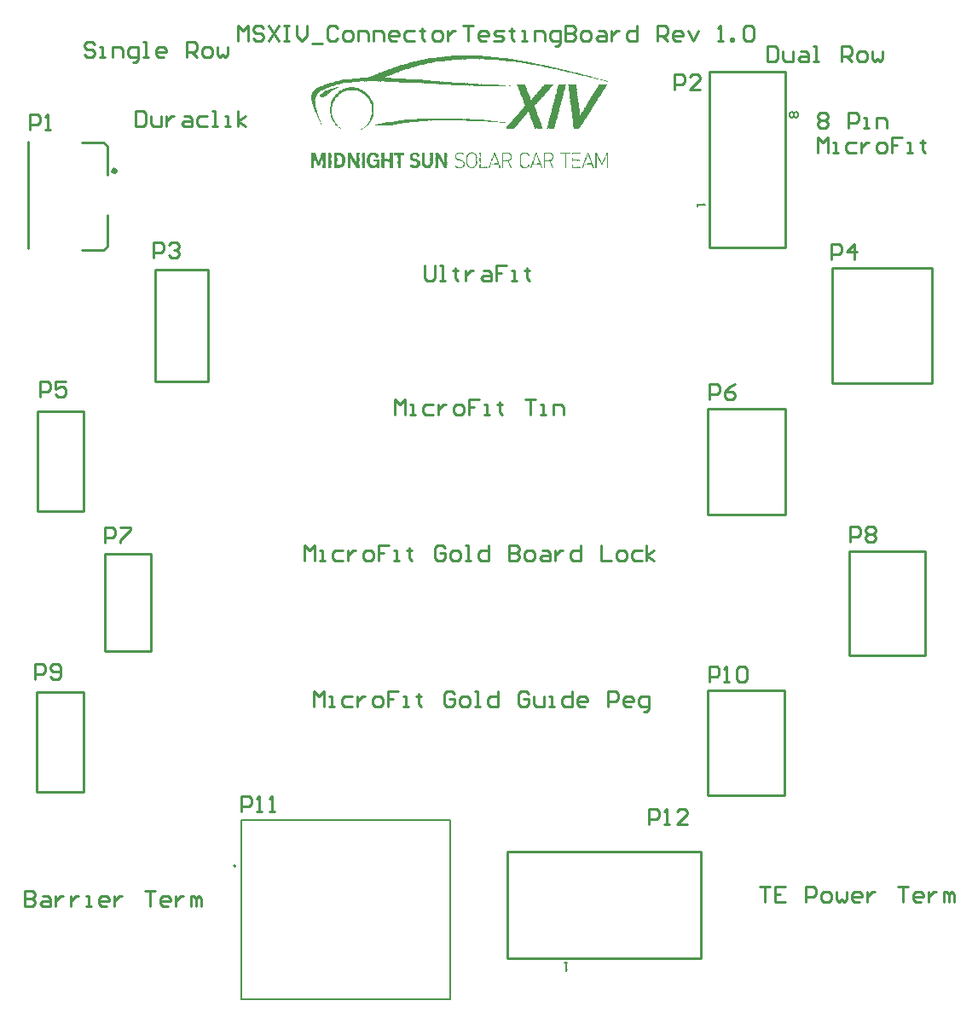
<source format=gto>
G04*
G04 #@! TF.GenerationSoftware,Altium Limited,Altium Designer,19.1.9 (167)*
G04*
G04 Layer_Color=65535*
%FSLAX25Y25*%
%MOIN*%
G70*
G01*
G75*
%ADD10C,0.00787*%
%ADD11C,0.01968*%
%ADD12C,0.00500*%
%ADD13C,0.01000*%
%ADD14C,0.00591*%
G36*
X195353Y373445D02*
X196097D01*
Y373296D01*
X196246D01*
Y373445D01*
X196395D01*
Y373296D01*
X196544D01*
Y373445D01*
X196692D01*
Y373296D01*
X198627D01*
Y373147D01*
X198776D01*
Y373296D01*
X198925D01*
Y373147D01*
X199074D01*
Y373296D01*
X199223D01*
Y373147D01*
X199372D01*
Y372998D01*
X199520D01*
Y373147D01*
X199967D01*
Y372998D01*
X200116D01*
Y373147D01*
X200265D01*
Y372998D01*
X200413D01*
Y373147D01*
X200562D01*
Y372998D01*
X201902D01*
Y372849D01*
X202051D01*
Y372998D01*
X202199D01*
Y372849D01*
X202646D01*
Y372700D01*
X202795D01*
Y372849D01*
X202944D01*
Y372700D01*
X203093D01*
Y372849D01*
X203241D01*
Y372700D01*
X204283D01*
Y372551D01*
X204432D01*
Y372700D01*
X204581D01*
Y372551D01*
X205325D01*
Y372403D01*
X206665D01*
Y372254D01*
X207111D01*
Y372403D01*
X207260D01*
Y372254D01*
X207409D01*
Y372105D01*
X207558D01*
Y372254D01*
X207706D01*
Y372105D01*
X208451D01*
Y371956D01*
X208599D01*
Y372105D01*
X208748D01*
Y371956D01*
X209195D01*
Y371807D01*
X209344D01*
Y371956D01*
X209492D01*
Y371807D01*
X210534D01*
Y371658D01*
X210683D01*
Y371807D01*
X210832D01*
Y371658D01*
X210981D01*
Y371510D01*
X211130D01*
Y371658D01*
X211279D01*
Y371510D01*
X212023D01*
Y371361D01*
X212172D01*
Y371510D01*
X212320D01*
Y371361D01*
X212469D01*
Y371212D01*
X212618D01*
Y371361D01*
X212767D01*
Y371212D01*
X212916D01*
Y371361D01*
X213065D01*
Y371212D01*
X213809D01*
Y371063D01*
X213958D01*
Y371212D01*
X214107D01*
Y371063D01*
X214553D01*
Y370914D01*
X215297D01*
Y370765D01*
X215446D01*
Y370914D01*
X215595D01*
Y370765D01*
X215744D01*
Y370914D01*
X215893D01*
Y370765D01*
X216041D01*
Y370617D01*
X217083D01*
Y370468D01*
X217530D01*
Y370319D01*
X217679D01*
Y370468D01*
X217828D01*
Y370319D01*
X218572D01*
Y370170D01*
X219018D01*
Y370021D01*
X219762D01*
Y369872D01*
X219911D01*
Y370021D01*
X220060D01*
Y369872D01*
X220209D01*
Y370021D01*
X220358D01*
Y369872D01*
X220507D01*
Y369724D01*
X221251D01*
Y369575D01*
X221697D01*
Y369426D01*
X221846D01*
Y369575D01*
X221995D01*
Y369426D01*
X222442D01*
Y369277D01*
X222590D01*
Y369426D01*
X222739D01*
Y369277D01*
X223186D01*
Y369128D01*
X223335D01*
Y369277D01*
X223483D01*
Y369128D01*
X223930D01*
Y368979D01*
X224079D01*
Y369128D01*
X224228D01*
Y368979D01*
X224377D01*
Y368830D01*
X225418D01*
Y368682D01*
X225865D01*
Y368533D01*
X226311D01*
Y368384D01*
X226460D01*
Y368533D01*
X226609D01*
Y368384D01*
X226758D01*
Y368235D01*
X226907D01*
Y368384D01*
X227056D01*
Y368235D01*
X227800D01*
Y368086D01*
X227949D01*
Y368235D01*
X228098D01*
Y368086D01*
X228246D01*
Y367937D01*
X228991D01*
Y367789D01*
X229437D01*
Y367640D01*
X229586D01*
Y367789D01*
X229735D01*
Y367640D01*
X230181D01*
Y367491D01*
X230330D01*
Y367640D01*
X230479D01*
Y367491D01*
X230628D01*
Y367342D01*
X230777D01*
Y367491D01*
X230925D01*
Y367342D01*
X231372D01*
Y367193D01*
X232116D01*
Y367044D01*
X232563D01*
Y366896D01*
X232712D01*
Y367044D01*
X232860D01*
Y366896D01*
X233009D01*
Y366747D01*
X233158D01*
Y366896D01*
X233307D01*
Y366747D01*
X233753D01*
Y366598D01*
X233902D01*
Y366747D01*
X234051D01*
Y366598D01*
X234200D01*
Y366449D01*
X234349D01*
Y366598D01*
X234498D01*
Y366449D01*
X234944D01*
Y366300D01*
X235093D01*
Y366449D01*
X235242D01*
Y366300D01*
X235391D01*
Y366151D01*
X236135D01*
Y366002D01*
X236284D01*
Y365854D01*
X236433D01*
Y366002D01*
X236581D01*
Y365854D01*
X237326D01*
Y365705D01*
X237474D01*
Y365854D01*
X237623D01*
Y365705D01*
X237772D01*
Y365556D01*
X238516D01*
Y365407D01*
X238665D01*
Y365258D01*
X238814D01*
Y365407D01*
X238963D01*
Y365258D01*
X239707D01*
Y365109D01*
X239856D01*
Y364961D01*
X240005D01*
Y365109D01*
X240153D01*
Y364961D01*
X240600D01*
Y364812D01*
X240749D01*
Y364961D01*
X240898D01*
Y364812D01*
X241047D01*
Y364663D01*
X241791D01*
Y364514D01*
X242237D01*
Y364365D01*
X242981D01*
Y364216D01*
X243130D01*
Y364068D01*
X243279D01*
Y364216D01*
X243428D01*
Y364068D01*
X243874D01*
Y363919D01*
X244023D01*
Y364068D01*
X244172D01*
Y363919D01*
X244321D01*
Y363770D01*
X245065D01*
Y363621D01*
X245214D01*
Y363472D01*
X245363D01*
Y363323D01*
X245214D01*
Y363472D01*
X244767D01*
Y363621D01*
X244023D01*
Y363770D01*
X243577D01*
Y363919D01*
X242832D01*
Y364068D01*
X242386D01*
Y364216D01*
X241642D01*
Y364365D01*
X241493D01*
Y364216D01*
X241344D01*
Y364365D01*
X241047D01*
Y364514D01*
X240451D01*
Y364663D01*
X240005D01*
Y364812D01*
X239856D01*
Y364663D01*
X239707D01*
Y364812D01*
X239260D01*
Y364961D01*
X239112D01*
Y364812D01*
X238963D01*
Y364961D01*
X238516D01*
Y365109D01*
X238070D01*
Y365258D01*
X237921D01*
Y365109D01*
X237772D01*
Y365258D01*
X237326D01*
Y365407D01*
X236581D01*
Y365556D01*
X236135D01*
Y365705D01*
X235391D01*
Y365854D01*
X235242D01*
Y366002D01*
X235093D01*
Y365854D01*
X234944D01*
Y366002D01*
X234200D01*
Y366151D01*
X233753D01*
Y366300D01*
X233009D01*
Y366449D01*
X232860D01*
Y366598D01*
X232712D01*
Y366449D01*
X232563D01*
Y366598D01*
X231818D01*
Y366747D01*
X231372D01*
Y366896D01*
X231223D01*
Y366747D01*
X231074D01*
Y366896D01*
X230628D01*
Y367044D01*
X230479D01*
Y366896D01*
X230330D01*
Y367044D01*
X229884D01*
Y367193D01*
X229139D01*
Y367342D01*
X228693D01*
Y367491D01*
X227949D01*
Y367640D01*
X227800D01*
Y367491D01*
X227651D01*
Y367640D01*
X227502D01*
Y367789D01*
X227353D01*
Y367640D01*
X227204D01*
Y367789D01*
X226758D01*
Y367937D01*
X226609D01*
Y367789D01*
X226460D01*
Y367937D01*
X226014D01*
Y368086D01*
X225270D01*
Y368235D01*
X225121D01*
Y368086D01*
X224972D01*
Y368235D01*
X224823D01*
Y368384D01*
X224674D01*
Y368235D01*
X224525D01*
Y368384D01*
X224079D01*
Y368533D01*
X223930D01*
Y368384D01*
X223781D01*
Y368533D01*
X223335D01*
Y368682D01*
X222590D01*
Y368830D01*
X222144D01*
Y368979D01*
X221995D01*
Y368830D01*
X221846D01*
Y368979D01*
X221102D01*
Y369128D01*
X220953D01*
Y368979D01*
X220804D01*
Y369128D01*
X220655D01*
Y369277D01*
X220507D01*
Y369128D01*
X220358D01*
Y369277D01*
X219614D01*
Y369426D01*
X219465D01*
Y369277D01*
X219316D01*
Y369426D01*
X218869D01*
Y369575D01*
X218125D01*
Y369724D01*
X217976D01*
Y369575D01*
X217828D01*
Y369724D01*
X217083D01*
Y369872D01*
X216339D01*
Y370021D01*
X216190D01*
Y369872D01*
X216041D01*
Y370021D01*
X215595D01*
Y370170D01*
X215446D01*
Y370021D01*
X215297D01*
Y370170D01*
X214553D01*
Y370319D01*
X214404D01*
Y370170D01*
X214255D01*
Y370319D01*
X213809D01*
Y370468D01*
X212469D01*
Y370617D01*
X212023D01*
Y370765D01*
X211874D01*
Y370617D01*
X211725D01*
Y370765D01*
X210683D01*
Y370914D01*
X210534D01*
Y370765D01*
X210386D01*
Y370914D01*
X209939D01*
Y371063D01*
X209790D01*
Y370914D01*
X209641D01*
Y371063D01*
X208302D01*
Y371212D01*
X208153D01*
Y371063D01*
X208004D01*
Y371212D01*
X207855D01*
Y371063D01*
X207706D01*
Y371212D01*
X207558D01*
Y371361D01*
X207409D01*
Y371212D01*
X207260D01*
Y371361D01*
X205920D01*
Y371510D01*
X205772D01*
Y371361D01*
X205623D01*
Y371510D01*
X205176D01*
Y371658D01*
X205027D01*
Y371510D01*
X204581D01*
Y371658D01*
X204432D01*
Y371510D01*
X204283D01*
Y371658D01*
X202944D01*
Y371807D01*
X202795D01*
Y371658D01*
X202646D01*
Y371807D01*
X202497D01*
Y371658D01*
X202348D01*
Y371807D01*
X202199D01*
Y371658D01*
X202051D01*
Y371807D01*
X201306D01*
Y371956D01*
X201158D01*
Y371807D01*
X201009D01*
Y371956D01*
X200860D01*
Y371807D01*
X200711D01*
Y371956D01*
X200562D01*
Y371807D01*
X200413D01*
Y371956D01*
X198478D01*
Y372105D01*
X198330D01*
Y371956D01*
X198181D01*
Y372105D01*
X198032D01*
Y371956D01*
X197883D01*
Y372105D01*
X197734D01*
Y371956D01*
X197585D01*
Y372105D01*
X197437D01*
Y371956D01*
X197288D01*
Y372105D01*
X197139D01*
Y371956D01*
X196990D01*
Y372105D01*
X196841D01*
Y371956D01*
X196692D01*
Y372105D01*
X196246D01*
Y371956D01*
X196097D01*
Y372105D01*
X195650D01*
Y371956D01*
X195502D01*
Y372105D01*
X190888D01*
Y371956D01*
X190739D01*
Y372105D01*
X190292D01*
Y371956D01*
X190144D01*
Y372105D01*
X189995D01*
Y371956D01*
X189846D01*
Y372105D01*
X189697D01*
Y371956D01*
X189548D01*
Y372105D01*
X189399D01*
Y371956D01*
X189250D01*
Y372105D01*
X189102D01*
Y371956D01*
X188953D01*
Y372105D01*
X188804D01*
Y371956D01*
X186869D01*
Y371807D01*
X186720D01*
Y371956D01*
X186274D01*
Y371807D01*
X186125D01*
Y371956D01*
X185976D01*
Y371807D01*
X185827D01*
Y371956D01*
X185678D01*
Y371807D01*
X185232D01*
Y371658D01*
X185083D01*
Y371807D01*
X184934D01*
Y371658D01*
X184785D01*
Y371807D01*
X184636D01*
Y371658D01*
X183297D01*
Y371510D01*
X183148D01*
Y371658D01*
X182999D01*
Y371510D01*
X182553D01*
Y371658D01*
X182404D01*
Y371510D01*
X181957D01*
Y371361D01*
X181808D01*
Y371510D01*
X181660D01*
Y371361D01*
X180618D01*
Y371212D01*
X180469D01*
Y371361D01*
X180320D01*
Y371212D01*
X180171D01*
Y371063D01*
X180022D01*
Y371212D01*
X179874D01*
Y371063D01*
X179725D01*
Y371212D01*
X179576D01*
Y371063D01*
X178832D01*
Y370914D01*
X178683D01*
Y371063D01*
X178534D01*
Y370914D01*
X178385D01*
Y371063D01*
X178236D01*
Y370914D01*
X178087D01*
Y370765D01*
X177939D01*
Y370914D01*
X177790D01*
Y370765D01*
X177046D01*
Y370617D01*
X176897D01*
Y370765D01*
X176748D01*
Y370617D01*
X176301D01*
Y370468D01*
X175259D01*
Y370319D01*
X174813D01*
Y370170D01*
X174664D01*
Y370319D01*
X174515D01*
Y370170D01*
X174069D01*
Y370021D01*
X173920D01*
Y370170D01*
X173771D01*
Y370021D01*
X173622D01*
Y369872D01*
X173474D01*
Y370021D01*
X173325D01*
Y369872D01*
X172878D01*
Y369724D01*
X172134D01*
Y369575D01*
X171390D01*
Y369426D01*
X171241D01*
Y369277D01*
X171092D01*
Y369426D01*
X170943D01*
Y369277D01*
X170497D01*
Y369128D01*
X170348D01*
Y369277D01*
X170199D01*
Y369128D01*
X170050D01*
Y368979D01*
X169901D01*
Y369128D01*
X169753D01*
Y368979D01*
X169306D01*
Y368830D01*
X169157D01*
Y368979D01*
X169008D01*
Y368830D01*
X169157D01*
Y368682D01*
X169008D01*
Y368830D01*
X168859D01*
Y368682D01*
X168413D01*
Y368533D01*
X167966D01*
Y368384D01*
X167222D01*
Y368235D01*
X167073D01*
Y368086D01*
X166329D01*
Y367937D01*
X166180D01*
Y367789D01*
X165436D01*
Y367640D01*
X165287D01*
Y367491D01*
X164841D01*
Y367342D01*
X164692D01*
Y367491D01*
X164543D01*
Y367342D01*
X164394D01*
Y367193D01*
X163948D01*
Y367044D01*
X163799D01*
Y366896D01*
X163650D01*
Y367044D01*
X163501D01*
Y366896D01*
X163055D01*
Y366747D01*
X162906D01*
Y366598D01*
X162459D01*
Y366449D01*
X162013D01*
Y366300D01*
X161566D01*
Y366151D01*
X161417D01*
Y366002D01*
X160971D01*
Y365854D01*
X160822D01*
Y365705D01*
X160673D01*
Y365854D01*
X160524D01*
Y365705D01*
X160376D01*
Y365556D01*
X159929D01*
Y365407D01*
X159483D01*
Y365258D01*
X159334D01*
Y365109D01*
X158887D01*
Y364961D01*
X159036D01*
Y364812D01*
X159185D01*
Y364961D01*
X159334D01*
Y364812D01*
X159780D01*
Y364961D01*
X159929D01*
Y364812D01*
X160673D01*
Y364663D01*
X160822D01*
Y364812D01*
X160971D01*
Y364663D01*
X161120D01*
Y364812D01*
X161269D01*
Y364663D01*
X161417D01*
Y364812D01*
X161566D01*
Y364663D01*
X161715D01*
Y364812D01*
X161864D01*
Y364663D01*
X164097D01*
Y364514D01*
X164245D01*
Y364663D01*
X164394D01*
Y364514D01*
X164543D01*
Y364663D01*
X164692D01*
Y364514D01*
X164841D01*
Y364663D01*
X164990D01*
Y364514D01*
X165734D01*
Y364365D01*
X165883D01*
Y364514D01*
X166329D01*
Y364365D01*
X166478D01*
Y364514D01*
X166627D01*
Y364365D01*
X166776D01*
Y364514D01*
X166925D01*
Y364365D01*
X168562D01*
Y364216D01*
X168711D01*
Y364365D01*
X168859D01*
Y364216D01*
X169008D01*
Y364365D01*
X169157D01*
Y364216D01*
X169306D01*
Y364365D01*
X169455D01*
Y364216D01*
X170199D01*
Y364068D01*
X170348D01*
Y364216D01*
X170497D01*
Y364068D01*
X170645D01*
Y364216D01*
X170794D01*
Y364068D01*
X172432D01*
Y363919D01*
X172580D01*
Y364068D01*
X172729D01*
Y363919D01*
X172878D01*
Y364068D01*
X173027D01*
Y363919D01*
X173176D01*
Y364068D01*
X173325D01*
Y363919D01*
X173771D01*
Y364068D01*
X173920D01*
Y363919D01*
X174069D01*
Y363770D01*
X174218D01*
Y363919D01*
X174366D01*
Y363770D01*
X174515D01*
Y363919D01*
X174664D01*
Y363770D01*
X176301D01*
Y363621D01*
X176450D01*
Y363770D01*
X176599D01*
Y363621D01*
X177343D01*
Y363472D01*
X177492D01*
Y363621D01*
X177939D01*
Y363472D01*
X178087D01*
Y363621D01*
X178236D01*
Y363472D01*
X178385D01*
Y363621D01*
X178534D01*
Y363472D01*
X180171D01*
Y363323D01*
X180320D01*
Y363472D01*
X180469D01*
Y363323D01*
X180618D01*
Y363472D01*
X180767D01*
Y363323D01*
X180915D01*
Y363472D01*
X181064D01*
Y363323D01*
X181213D01*
Y363175D01*
X181362D01*
Y363323D01*
X181511D01*
Y363175D01*
X181660D01*
Y363323D01*
X181808D01*
Y363175D01*
X181957D01*
Y363323D01*
X182106D01*
Y363175D01*
X182255D01*
Y363323D01*
X182404D01*
Y363175D01*
X184041D01*
Y363026D01*
X184190D01*
Y363175D01*
X184339D01*
Y363026D01*
X184488D01*
Y363175D01*
X184636D01*
Y363026D01*
X184785D01*
Y363175D01*
X184934D01*
Y363026D01*
X185678D01*
Y362877D01*
X185827D01*
Y363026D01*
X185976D01*
Y362877D01*
X186125D01*
Y363026D01*
X186274D01*
Y362877D01*
X188506D01*
Y362728D01*
X188655D01*
Y362877D01*
X188804D01*
Y362728D01*
X190144D01*
Y362579D01*
X190292D01*
Y362728D01*
X190739D01*
Y362579D01*
X190888D01*
Y362728D01*
X191036D01*
Y362579D01*
X192971D01*
Y362430D01*
X193120D01*
Y362579D01*
X193567D01*
Y362430D01*
X193716D01*
Y362579D01*
X193864D01*
Y362430D01*
X194013D01*
Y362579D01*
X194162D01*
Y362430D01*
X194311D01*
Y362579D01*
X194460D01*
Y362430D01*
X194609D01*
Y362281D01*
X194757D01*
Y362430D01*
X195204D01*
Y362281D01*
X195353D01*
Y362430D01*
X195502D01*
Y362281D01*
X195650D01*
Y362430D01*
X195799D01*
Y362281D01*
X195948D01*
Y362430D01*
X196097D01*
Y362281D01*
X196246D01*
Y362430D01*
X196395D01*
Y362281D01*
X199223D01*
Y362133D01*
X199372D01*
Y362281D01*
X199520D01*
Y362133D01*
X199669D01*
Y362281D01*
X199818D01*
Y362133D01*
X199967D01*
Y362281D01*
X200116D01*
Y362133D01*
X200265D01*
Y362281D01*
X200413D01*
Y362133D01*
X200562D01*
Y362281D01*
X200711D01*
Y362133D01*
X200860D01*
Y362281D01*
X201009D01*
Y362133D01*
X201158D01*
Y362281D01*
X201306D01*
Y362133D01*
X201753D01*
Y362281D01*
X201902D01*
Y362133D01*
X202646D01*
Y361984D01*
X202795D01*
Y362133D01*
X202944D01*
Y361984D01*
X203093D01*
Y362133D01*
X203241D01*
Y361984D01*
X203390D01*
Y362133D01*
X203539D01*
Y361984D01*
X203688D01*
Y362133D01*
X203837D01*
Y361984D01*
X204283D01*
Y362133D01*
X204432D01*
Y361984D01*
X208897D01*
Y361835D01*
X207706D01*
Y361686D01*
X207558D01*
Y361835D01*
X207409D01*
Y361686D01*
X207260D01*
Y361835D01*
X207111D01*
Y361686D01*
X206962D01*
Y361835D01*
X206814D01*
Y361686D01*
X206665D01*
Y361835D01*
X206516D01*
Y361686D01*
X206367D01*
Y361835D01*
X206218D01*
Y361686D01*
X206069D01*
Y361835D01*
X205920D01*
Y361686D01*
X206069D01*
Y361537D01*
X205920D01*
Y361686D01*
X204878D01*
Y361537D01*
X204730D01*
Y361686D01*
X204283D01*
Y361537D01*
X204134D01*
Y361686D01*
X203688D01*
Y361537D01*
X203539D01*
Y361686D01*
X203390D01*
Y361537D01*
X203241D01*
Y361686D01*
X203093D01*
Y361537D01*
X202944D01*
Y361686D01*
X202795D01*
Y361537D01*
X202646D01*
Y361686D01*
X202497D01*
Y361537D01*
X202348D01*
Y361686D01*
X202199D01*
Y361537D01*
X202051D01*
Y361686D01*
X201902D01*
Y361537D01*
X201753D01*
Y361686D01*
X201604D01*
Y361537D01*
X201455D01*
Y361686D01*
X201306D01*
Y361537D01*
X201158D01*
Y361686D01*
X201009D01*
Y361537D01*
X200860D01*
Y361686D01*
X200711D01*
Y361537D01*
X200562D01*
Y361686D01*
X200413D01*
Y361537D01*
X200265D01*
Y361686D01*
X200116D01*
Y361537D01*
X199967D01*
Y361686D01*
X199818D01*
Y361537D01*
X199669D01*
Y361686D01*
X199520D01*
Y361537D01*
X199372D01*
Y361686D01*
X199223D01*
Y361537D01*
X199074D01*
Y361686D01*
X198925D01*
Y361537D01*
X198776D01*
Y361686D01*
X198627D01*
Y361537D01*
X198478D01*
Y361686D01*
X198330D01*
Y361537D01*
X198181D01*
Y361686D01*
X198032D01*
Y361537D01*
X197883D01*
Y361686D01*
X197734D01*
Y361537D01*
X197585D01*
Y361686D01*
X197437D01*
Y361537D01*
X197288D01*
Y361686D01*
X197139D01*
Y361537D01*
X196990D01*
Y361686D01*
X196841D01*
Y361537D01*
X196692D01*
Y361686D01*
X196544D01*
Y361537D01*
X196395D01*
Y361686D01*
X195948D01*
Y361537D01*
X195799D01*
Y361686D01*
X195353D01*
Y361537D01*
X195204D01*
Y361686D01*
X194162D01*
Y361835D01*
X194013D01*
Y361686D01*
X194162D01*
Y361537D01*
X194013D01*
Y361686D01*
X193567D01*
Y361835D01*
X193418D01*
Y361686D01*
X193269D01*
Y361835D01*
X193120D01*
Y361686D01*
X192971D01*
Y361835D01*
X192823D01*
Y361686D01*
X192674D01*
Y361835D01*
X192525D01*
Y361686D01*
X192376D01*
Y361835D01*
X192227D01*
Y361686D01*
X192078D01*
Y361835D01*
X191632D01*
Y361686D01*
X191483D01*
Y361835D01*
X187762D01*
Y361984D01*
X187613D01*
Y361835D01*
X187464D01*
Y361984D01*
X187315D01*
Y361835D01*
X187167D01*
Y361984D01*
X187018D01*
Y361835D01*
X186869D01*
Y361984D01*
X186720D01*
Y361835D01*
X186571D01*
Y361984D01*
X184934D01*
Y362133D01*
X184785D01*
Y361984D01*
X184339D01*
Y362133D01*
X184190D01*
Y361984D01*
X184041D01*
Y362133D01*
X183892D01*
Y361984D01*
X183743D01*
Y362133D01*
X183595D01*
Y361984D01*
X183446D01*
Y362133D01*
X180915D01*
Y362281D01*
X180767D01*
Y362133D01*
X180618D01*
Y362281D01*
X180469D01*
Y362133D01*
X180320D01*
Y362281D01*
X180171D01*
Y362133D01*
X180022D01*
Y362281D01*
X179874D01*
Y362133D01*
X179725D01*
Y362281D01*
X179278D01*
Y362430D01*
X179129D01*
Y362281D01*
X178683D01*
Y362430D01*
X178534D01*
Y362281D01*
X178385D01*
Y362430D01*
X178236D01*
Y362281D01*
X178087D01*
Y362430D01*
X177939D01*
Y362281D01*
X177790D01*
Y362430D01*
X175855D01*
Y362579D01*
X175706D01*
Y362430D01*
X175557D01*
Y362579D01*
X175408D01*
Y362430D01*
X175259D01*
Y362579D01*
X175111D01*
Y362430D01*
X174962D01*
Y362579D01*
X174813D01*
Y362430D01*
X174664D01*
Y362579D01*
X174218D01*
Y362430D01*
X174069D01*
Y362579D01*
X173622D01*
Y362728D01*
X173474D01*
Y362579D01*
X173027D01*
Y362728D01*
X172878D01*
Y362579D01*
X172729D01*
Y362728D01*
X170199D01*
Y362877D01*
X170050D01*
Y362728D01*
X169901D01*
Y362877D01*
X169753D01*
Y362728D01*
X169604D01*
Y362877D01*
X169157D01*
Y363026D01*
X169008D01*
Y362877D01*
X169157D01*
Y362728D01*
X169008D01*
Y362877D01*
X168562D01*
Y363026D01*
X168413D01*
Y362877D01*
X168264D01*
Y363026D01*
X168115D01*
Y362877D01*
X167966D01*
Y363026D01*
X167818D01*
Y362877D01*
X167669D01*
Y363026D01*
X167520D01*
Y362877D01*
X167371D01*
Y363026D01*
X167222D01*
Y362877D01*
X167073D01*
Y363026D01*
X165138D01*
Y363175D01*
X164990D01*
Y363026D01*
X164841D01*
Y363175D01*
X164692D01*
Y363026D01*
X164543D01*
Y363175D01*
X164394D01*
Y363026D01*
X164245D01*
Y363175D01*
X164097D01*
Y363026D01*
X163948D01*
Y363175D01*
X162906D01*
Y363323D01*
X162757D01*
Y363175D01*
X162608D01*
Y363323D01*
X162459D01*
Y363175D01*
X162311D01*
Y363323D01*
X162162D01*
Y363175D01*
X162013D01*
Y363323D01*
X161864D01*
Y363175D01*
X161715D01*
Y363323D01*
X161566D01*
Y363175D01*
X161417D01*
Y363323D01*
X158887D01*
Y363472D01*
X158738D01*
Y363323D01*
X158590D01*
Y363472D01*
X158441D01*
Y363323D01*
X158292D01*
Y363472D01*
X158143D01*
Y363323D01*
X157994D01*
Y363472D01*
X157845D01*
Y363323D01*
X157696D01*
Y363472D01*
X157548D01*
Y363323D01*
X157399D01*
Y363472D01*
X157250D01*
Y363323D01*
X157101D01*
Y363472D01*
X156952D01*
Y363323D01*
X156804D01*
Y363472D01*
X156655D01*
Y363323D01*
X156506D01*
Y363472D01*
X156059D01*
Y363323D01*
X155910D01*
Y363472D01*
X155464D01*
Y363323D01*
X155315D01*
Y363472D01*
X153678D01*
Y363621D01*
X153529D01*
Y363472D01*
X153083D01*
Y363621D01*
X152934D01*
Y363472D01*
X151296D01*
Y363323D01*
X151148D01*
Y363472D01*
X150701D01*
Y363323D01*
X150552D01*
Y363472D01*
X150106D01*
Y363323D01*
X149957D01*
Y363472D01*
X149808D01*
Y363323D01*
X149659D01*
Y363472D01*
X149510D01*
Y363323D01*
X149362D01*
Y363472D01*
X149213D01*
Y363323D01*
X149064D01*
Y363472D01*
X148915D01*
Y363323D01*
X148766D01*
Y363472D01*
X148617D01*
Y363323D01*
X146682D01*
Y363175D01*
X146534D01*
Y363323D01*
X146385D01*
Y363175D01*
X146236D01*
Y363323D01*
X146087D01*
Y363175D01*
X145641D01*
Y363026D01*
X145492D01*
Y363175D01*
X145343D01*
Y363026D01*
X145194D01*
Y363175D01*
X145045D01*
Y363026D01*
X144003D01*
Y362877D01*
X143854D01*
Y363026D01*
X143706D01*
Y362877D01*
X143557D01*
Y363026D01*
X143408D01*
Y362877D01*
X143259D01*
Y362728D01*
X142217D01*
Y362579D01*
X141771D01*
Y362430D01*
X141622D01*
Y362579D01*
X141473D01*
Y362430D01*
X141026D01*
Y362281D01*
X140878D01*
Y362430D01*
X140729D01*
Y362281D01*
X140580D01*
Y362133D01*
X140431D01*
Y362281D01*
X140282D01*
Y362133D01*
X139836D01*
Y361984D01*
X139687D01*
Y362133D01*
X139538D01*
Y361984D01*
X139389D01*
Y361835D01*
X138645D01*
Y361686D01*
X138496D01*
Y361537D01*
X137752D01*
Y361388D01*
X137603D01*
Y361240D01*
X136859D01*
Y361091D01*
X136710D01*
Y360942D01*
X136264D01*
Y360793D01*
X135817D01*
Y360644D01*
X135371D01*
Y360495D01*
X135222D01*
Y360347D01*
X134775D01*
Y360198D01*
X134478D01*
Y360049D01*
X134180D01*
Y359900D01*
X134031D01*
Y359751D01*
X133584D01*
Y359602D01*
X133436D01*
Y359454D01*
X133138D01*
Y359305D01*
X132989D01*
Y359156D01*
X132692D01*
Y359007D01*
X132543D01*
Y358858D01*
X132394D01*
Y358709D01*
X132245D01*
Y358560D01*
X132096D01*
Y358412D01*
Y358263D01*
X131947D01*
Y358114D01*
Y357965D01*
X131799D01*
Y357816D01*
X131650D01*
Y357667D01*
X131501D01*
Y357519D01*
X131650D01*
Y357370D01*
X131501D01*
Y357221D01*
Y357072D01*
Y356923D01*
X131352D01*
Y356774D01*
Y356626D01*
Y356477D01*
Y356328D01*
Y356179D01*
X131203D01*
Y356030D01*
X131352D01*
Y355881D01*
X131203D01*
Y355733D01*
X131352D01*
Y355584D01*
X131203D01*
Y355435D01*
X131352D01*
Y355286D01*
X131203D01*
Y355137D01*
X131352D01*
Y354988D01*
X131203D01*
Y354840D01*
X131352D01*
Y354691D01*
Y354542D01*
Y354393D01*
Y354244D01*
Y354095D01*
X131501D01*
Y353946D01*
Y353798D01*
Y353649D01*
Y353500D01*
Y353351D01*
X131650D01*
Y353202D01*
Y353053D01*
Y352905D01*
Y352756D01*
X131799D01*
Y352607D01*
Y352458D01*
Y352309D01*
Y352160D01*
X131947D01*
Y352012D01*
Y351863D01*
Y351714D01*
X132096D01*
Y351565D01*
Y351416D01*
Y351267D01*
X132245D01*
Y351119D01*
X132096D01*
Y350970D01*
X132245D01*
Y350821D01*
X132394D01*
Y350672D01*
X132245D01*
Y350523D01*
X132394D01*
Y350374D01*
X132543D01*
Y350225D01*
X132394D01*
Y350077D01*
X132543D01*
Y349928D01*
Y349779D01*
X132692D01*
Y349630D01*
Y349481D01*
X132840D01*
Y349332D01*
X132692D01*
Y349184D01*
X132840D01*
Y349035D01*
X132989D01*
Y348886D01*
Y348737D01*
Y348588D01*
X133138D01*
Y348440D01*
Y348291D01*
Y348142D01*
X133287D01*
Y347993D01*
X133436D01*
Y347844D01*
X133287D01*
Y347695D01*
X133436D01*
Y347546D01*
Y347398D01*
X133584D01*
Y347249D01*
Y347100D01*
X133733D01*
Y346951D01*
Y346802D01*
Y346653D01*
X133882D01*
Y346505D01*
X133733D01*
Y346653D01*
X133584D01*
Y346802D01*
X133436D01*
Y346951D01*
Y347100D01*
Y347249D01*
X133287D01*
Y347398D01*
X133138D01*
Y347546D01*
Y347695D01*
Y347844D01*
X132989D01*
Y347993D01*
Y348142D01*
X132840D01*
Y348291D01*
Y348440D01*
X132692D01*
Y348588D01*
Y348737D01*
Y348886D01*
X132543D01*
Y349035D01*
X132394D01*
Y349184D01*
Y349332D01*
Y349481D01*
X132245D01*
Y349630D01*
X132096D01*
Y349779D01*
X132245D01*
Y349928D01*
X132096D01*
Y350077D01*
X131947D01*
Y350225D01*
Y350374D01*
Y350523D01*
X131799D01*
Y350672D01*
X131650D01*
Y350821D01*
Y350970D01*
Y351119D01*
X131501D01*
Y351267D01*
Y351416D01*
Y351565D01*
X131352D01*
Y351714D01*
X131203D01*
Y351863D01*
X131352D01*
Y352012D01*
X131203D01*
Y352160D01*
X131054D01*
Y352309D01*
Y352458D01*
Y352607D01*
X130905D01*
Y352756D01*
Y352905D01*
X130757D01*
Y353053D01*
Y353202D01*
X130608D01*
Y353351D01*
X130757D01*
Y353500D01*
X130608D01*
Y353649D01*
X130459D01*
Y353798D01*
Y353946D01*
Y354095D01*
X130310D01*
Y354244D01*
Y354393D01*
Y354542D01*
X130161D01*
Y354691D01*
Y354840D01*
Y354988D01*
Y355137D01*
Y355286D01*
X130012D01*
Y355435D01*
Y355584D01*
Y355733D01*
Y355881D01*
Y356030D01*
X129864D01*
Y356179D01*
X129715D01*
Y356328D01*
X129864D01*
Y356477D01*
X129715D01*
Y356626D01*
X129864D01*
Y356774D01*
X129715D01*
Y356923D01*
X129864D01*
Y357072D01*
X129715D01*
Y357221D01*
X129864D01*
Y357370D01*
X129715D01*
Y357519D01*
X129864D01*
Y357667D01*
X129715D01*
Y357816D01*
X129864D01*
Y357965D01*
X129715D01*
Y358114D01*
X129864D01*
Y358263D01*
X130012D01*
Y358412D01*
X129864D01*
Y358560D01*
X130012D01*
Y358709D01*
X130161D01*
Y358858D01*
X130012D01*
Y359007D01*
X130161D01*
Y359156D01*
X130310D01*
Y359305D01*
X130459D01*
Y359454D01*
Y359602D01*
X130757D01*
Y359751D01*
X130608D01*
Y359900D01*
X131054D01*
Y360049D01*
Y360198D01*
X131352D01*
Y360347D01*
X131501D01*
Y360495D01*
X131650D01*
Y360644D01*
X131799D01*
Y360793D01*
X132245D01*
Y360942D01*
X132394D01*
Y361091D01*
X132840D01*
Y361240D01*
X132989D01*
Y361388D01*
X133436D01*
Y361537D01*
X133584D01*
Y361686D01*
X133733D01*
Y361537D01*
X133882D01*
Y361686D01*
X134329D01*
Y361835D01*
X134478D01*
Y361984D01*
X134924D01*
Y362133D01*
X135073D01*
Y362281D01*
X135222D01*
Y362133D01*
X135371D01*
Y362281D01*
X135817D01*
Y362430D01*
X136264D01*
Y362579D01*
X136710D01*
Y362728D01*
X137157D01*
Y362877D01*
X137901D01*
Y363026D01*
X138347D01*
Y363175D01*
X138794D01*
Y363323D01*
X138943D01*
Y363175D01*
X139092D01*
Y363323D01*
X139240D01*
Y363472D01*
X139985D01*
Y363621D01*
X140134D01*
Y363472D01*
X140282D01*
Y363621D01*
X140729D01*
Y363770D01*
X141473D01*
Y363919D01*
X141920D01*
Y364068D01*
X142068D01*
Y363919D01*
X142217D01*
Y364068D01*
X143259D01*
Y364216D01*
X143408D01*
Y364068D01*
X143557D01*
Y364216D01*
X143706D01*
Y364365D01*
X143854D01*
Y364216D01*
X144003D01*
Y364365D01*
X144152D01*
Y364216D01*
X144301D01*
Y364365D01*
X145343D01*
Y364514D01*
X145492D01*
Y364365D01*
X145641D01*
Y364514D01*
X145789D01*
Y364663D01*
X145938D01*
Y364514D01*
X146385D01*
Y364663D01*
X146534D01*
Y364514D01*
X146682D01*
Y364663D01*
X146831D01*
Y364514D01*
X146980D01*
Y364663D01*
X148617D01*
Y364812D01*
X148766D01*
Y364663D01*
X148915D01*
Y364812D01*
X149064D01*
Y364663D01*
X149213D01*
Y364812D01*
X149362D01*
Y364663D01*
X149510D01*
Y364812D01*
X150254D01*
Y364961D01*
X150403D01*
Y364812D01*
X150552D01*
Y364961D01*
X150701D01*
Y364812D01*
X150850D01*
Y364961D01*
X150999D01*
Y364812D01*
X151148D01*
Y364961D01*
X151296D01*
Y364812D01*
X151445D01*
Y364961D01*
X151594D01*
Y364812D01*
X151743D01*
Y364961D01*
X151892D01*
Y364812D01*
X152041D01*
Y364961D01*
X152190D01*
Y365109D01*
X152636D01*
Y365258D01*
X153083D01*
Y365407D01*
X153231D01*
Y365556D01*
X153678D01*
Y365705D01*
X154124D01*
Y365854D01*
X154571D01*
Y366002D01*
X154720D01*
Y366151D01*
X155166D01*
Y366300D01*
X155315D01*
Y366449D01*
X155464D01*
Y366300D01*
X155613D01*
Y366449D01*
X156059D01*
Y366598D01*
X156208D01*
Y366747D01*
X156655D01*
Y366896D01*
X157101D01*
Y367044D01*
X157548D01*
Y367193D01*
X157845D01*
Y367342D01*
X158143D01*
Y367491D01*
X158590D01*
Y367640D01*
X159036D01*
Y367789D01*
X159483D01*
Y367937D01*
X159929D01*
Y368086D01*
X160078D01*
Y368235D01*
X160822D01*
Y368384D01*
X160971D01*
Y368533D01*
X161417D01*
Y368682D01*
X161566D01*
Y368533D01*
X161715D01*
Y368682D01*
X161864D01*
Y368830D01*
X162608D01*
Y368979D01*
X162757D01*
Y369128D01*
X163204D01*
Y369277D01*
X163352D01*
Y369128D01*
X163501D01*
Y369277D01*
X163650D01*
Y369426D01*
X164097D01*
Y369575D01*
X164245D01*
Y369426D01*
X164394D01*
Y369575D01*
X164543D01*
Y369724D01*
X165287D01*
Y369872D01*
X165436D01*
Y370021D01*
X165585D01*
Y369872D01*
X165734D01*
Y370021D01*
X166180D01*
Y370170D01*
X166627D01*
Y370319D01*
X167371D01*
Y370468D01*
X167818D01*
Y370617D01*
X168264D01*
Y370765D01*
X168413D01*
Y370617D01*
X168562D01*
Y370765D01*
X168711D01*
Y370914D01*
X169455D01*
Y371063D01*
X169901D01*
Y371212D01*
X170645D01*
Y371361D01*
X170794D01*
Y371212D01*
X170943D01*
Y371361D01*
X171092D01*
Y371510D01*
X171836D01*
Y371658D01*
X172283D01*
Y371807D01*
X172432D01*
Y371658D01*
X172580D01*
Y371807D01*
X173325D01*
Y371956D01*
X173771D01*
Y372105D01*
X173920D01*
Y371956D01*
X174069D01*
Y372105D01*
X174813D01*
Y372254D01*
X175557D01*
Y372403D01*
X176599D01*
Y372551D01*
X177046D01*
Y372700D01*
X177194D01*
Y372551D01*
X177343D01*
Y372700D01*
X177492D01*
Y372551D01*
X177641D01*
Y372700D01*
X178087D01*
Y372849D01*
X178236D01*
Y372700D01*
X178385D01*
Y372849D01*
X178534D01*
Y372700D01*
X178683D01*
Y372849D01*
X179129D01*
Y372998D01*
X179278D01*
Y372849D01*
X179427D01*
Y372998D01*
X180767D01*
Y373147D01*
X180915D01*
Y372998D01*
X181064D01*
Y373147D01*
X181511D01*
Y372998D01*
X181660D01*
Y373147D01*
X181808D01*
Y373296D01*
X181957D01*
Y373147D01*
X182106D01*
Y373296D01*
X183743D01*
Y373445D01*
X183892D01*
Y373296D01*
X184041D01*
Y373445D01*
X184190D01*
Y373296D01*
X184339D01*
Y373445D01*
X185083D01*
Y373593D01*
X185232D01*
Y373445D01*
X185381D01*
Y373593D01*
X185529D01*
Y373445D01*
X185678D01*
Y373593D01*
X185827D01*
Y373445D01*
X185976D01*
Y373593D01*
X186125D01*
Y373445D01*
X186274D01*
Y373593D01*
X186423D01*
Y373445D01*
X186571D01*
Y373593D01*
X186720D01*
Y373445D01*
X186869D01*
Y373593D01*
X193269D01*
Y373445D01*
X193418D01*
Y373593D01*
X193864D01*
Y373445D01*
X194013D01*
Y373593D01*
X194162D01*
Y373445D01*
X194311D01*
Y373593D01*
X194460D01*
Y373445D01*
X194609D01*
Y373593D01*
X194757D01*
Y373445D01*
X194906D01*
Y373593D01*
X195055D01*
Y373445D01*
X195204D01*
Y373593D01*
X195353D01*
Y373445D01*
D02*
G37*
G36*
X245512Y363472D02*
X245660D01*
Y363323D01*
X245512D01*
Y363472D01*
X245363D01*
Y363621D01*
X245512D01*
Y363472D01*
D02*
G37*
G36*
X147129Y360942D02*
X147278D01*
Y360793D01*
X147427D01*
Y360942D01*
X147575D01*
Y360793D01*
X148320D01*
Y360644D01*
X148468D01*
Y360495D01*
X148915D01*
Y360347D01*
X149362D01*
Y360198D01*
X149659D01*
Y360049D01*
X149957D01*
Y359900D01*
X150106D01*
Y359751D01*
X150254D01*
Y359602D01*
X150701D01*
Y359454D01*
X150850D01*
Y359305D01*
X150999D01*
Y359156D01*
X151148D01*
Y359007D01*
X151296D01*
Y358858D01*
X151445D01*
Y358709D01*
X151743D01*
Y358560D01*
X151892D01*
Y358412D01*
Y358263D01*
X152041D01*
Y358114D01*
X152190D01*
Y357965D01*
X152338D01*
Y357816D01*
X152487D01*
Y357667D01*
X152636D01*
Y357519D01*
X152785D01*
Y357370D01*
Y357221D01*
X152934D01*
Y357072D01*
Y356923D01*
X153083D01*
Y356774D01*
X153231D01*
Y356626D01*
X153380D01*
Y356477D01*
X153231D01*
Y356328D01*
X153380D01*
Y356179D01*
X153529D01*
Y356030D01*
Y355881D01*
Y355733D01*
X153678D01*
Y355584D01*
X153827D01*
Y355435D01*
Y355286D01*
Y355137D01*
X153975D01*
Y354988D01*
X153827D01*
Y354840D01*
X153975D01*
Y354691D01*
X154124D01*
Y354542D01*
Y354393D01*
Y354244D01*
Y354095D01*
Y353946D01*
X154273D01*
Y353798D01*
X154124D01*
Y353649D01*
X154273D01*
Y353500D01*
X154124D01*
Y353351D01*
X154273D01*
Y353202D01*
Y353053D01*
Y352905D01*
X154124D01*
Y352756D01*
X154273D01*
Y352607D01*
Y352458D01*
Y352309D01*
Y352160D01*
Y352012D01*
Y351863D01*
Y351714D01*
X154124D01*
Y351565D01*
X154273D01*
Y351416D01*
Y351267D01*
Y351119D01*
X154124D01*
Y350970D01*
X154273D01*
Y350821D01*
X154124D01*
Y350672D01*
Y350523D01*
Y350374D01*
X153975D01*
Y350225D01*
Y350077D01*
Y349928D01*
X153827D01*
Y349779D01*
X153975D01*
Y349630D01*
X153827D01*
Y349481D01*
Y349332D01*
Y349184D01*
X153678D01*
Y349035D01*
Y348886D01*
Y348737D01*
X153529D01*
Y348588D01*
X153380D01*
Y348440D01*
Y348291D01*
Y348142D01*
X153231D01*
Y347993D01*
X153083D01*
Y347844D01*
Y347695D01*
Y347546D01*
X152934D01*
Y347398D01*
X152785D01*
Y347249D01*
X152636D01*
Y347100D01*
X152487D01*
Y346951D01*
X152338D01*
Y346802D01*
Y346653D01*
X152041D01*
Y346505D01*
Y346356D01*
X151743D01*
Y346207D01*
X151892D01*
Y346058D01*
X151445D01*
Y345909D01*
X151296D01*
Y345760D01*
X151148D01*
Y345612D01*
X150999D01*
Y345463D01*
X150850D01*
Y345314D01*
X150552D01*
Y345165D01*
X150254D01*
Y345016D01*
X150106D01*
Y344867D01*
X149659D01*
Y344719D01*
X149362D01*
Y344570D01*
X149064D01*
Y344719D01*
X149213D01*
Y344867D01*
X149362D01*
Y345016D01*
X149808D01*
Y345165D01*
X149957D01*
Y345314D01*
X150403D01*
Y345463D01*
X150552D01*
Y345612D01*
X150701D01*
Y345760D01*
X150850D01*
Y345909D01*
X150999D01*
Y346058D01*
X151148D01*
Y346207D01*
X151296D01*
Y346356D01*
X151445D01*
Y346505D01*
X151594D01*
Y346653D01*
X151743D01*
Y346802D01*
X151892D01*
Y346951D01*
X152041D01*
Y347100D01*
X152190D01*
Y347249D01*
Y347398D01*
Y347546D01*
X152338D01*
Y347695D01*
X152487D01*
Y347844D01*
X152636D01*
Y347993D01*
Y348142D01*
Y348291D01*
X152785D01*
Y348440D01*
X152934D01*
Y348588D01*
Y348737D01*
Y348886D01*
X153083D01*
Y349035D01*
X152934D01*
Y349184D01*
X153083D01*
Y349332D01*
X153231D01*
Y349481D01*
Y349630D01*
Y349779D01*
X153380D01*
Y349928D01*
X153231D01*
Y350077D01*
X153380D01*
Y350225D01*
Y350374D01*
Y350523D01*
X153529D01*
Y350672D01*
Y350821D01*
Y350970D01*
X153678D01*
Y351119D01*
X153529D01*
Y351267D01*
Y351416D01*
Y351565D01*
X153678D01*
Y351714D01*
X153529D01*
Y351863D01*
Y352012D01*
Y352160D01*
X153678D01*
Y352309D01*
X153529D01*
Y352458D01*
Y352607D01*
Y352756D01*
X153678D01*
Y352905D01*
X153529D01*
Y353053D01*
Y353202D01*
Y353351D01*
Y353500D01*
Y353649D01*
X153380D01*
Y353798D01*
Y353946D01*
Y354095D01*
X153231D01*
Y354244D01*
X153380D01*
Y354393D01*
X153231D01*
Y354542D01*
Y354691D01*
Y354840D01*
X153083D01*
Y354988D01*
X152934D01*
Y355137D01*
X153083D01*
Y355286D01*
X152934D01*
Y355435D01*
X152785D01*
Y355584D01*
X152636D01*
Y355733D01*
Y355881D01*
Y356030D01*
X152487D01*
Y356179D01*
X152338D01*
Y356328D01*
Y356477D01*
X152190D01*
Y356626D01*
Y356774D01*
X152041D01*
Y356923D01*
X151892D01*
Y357072D01*
X151743D01*
Y357221D01*
X151594D01*
Y357370D01*
X151445D01*
Y357519D01*
X151296D01*
Y357667D01*
X151148D01*
Y357816D01*
X150999D01*
Y357965D01*
X150850D01*
Y358114D01*
X150701D01*
Y358263D01*
X150552D01*
Y358412D01*
X150403D01*
Y358560D01*
X150106D01*
Y358709D01*
Y358858D01*
X149957D01*
Y358709D01*
X149808D01*
Y358858D01*
X149659D01*
Y359007D01*
X149510D01*
Y359156D01*
X149064D01*
Y359305D01*
X148915D01*
Y359454D01*
X148468D01*
Y359602D01*
X148022D01*
Y359751D01*
X147575D01*
Y359900D01*
X147427D01*
Y359751D01*
X147278D01*
Y359900D01*
X147129D01*
Y359751D01*
X146980D01*
Y359900D01*
X146831D01*
Y360049D01*
X146682D01*
Y359900D01*
X146534D01*
Y360049D01*
X144599D01*
Y359900D01*
X144152D01*
Y359751D01*
X144003D01*
Y359900D01*
X143854D01*
Y359751D01*
X143408D01*
Y359602D01*
X143259D01*
Y359751D01*
X143110D01*
Y359602D01*
X142961D01*
Y359454D01*
X142515D01*
Y359305D01*
X142366D01*
Y359156D01*
X141920D01*
Y359007D01*
X141771D01*
Y358858D01*
X141324D01*
Y358709D01*
X141175D01*
Y358560D01*
X141026D01*
Y358412D01*
X140878D01*
Y358263D01*
X140431D01*
Y358114D01*
X140580D01*
Y357965D01*
X140282D01*
Y357816D01*
Y357667D01*
X139985D01*
Y357519D01*
Y357370D01*
X139687D01*
Y357221D01*
Y357072D01*
X139538D01*
Y356923D01*
X139389D01*
Y356774D01*
X139240D01*
Y356626D01*
X139092D01*
Y356477D01*
X138943D01*
Y356328D01*
X139092D01*
Y356179D01*
X138943D01*
Y356030D01*
X138794D01*
Y355881D01*
X138645D01*
Y355733D01*
Y355584D01*
Y355435D01*
X138496D01*
Y355286D01*
X138347D01*
Y355137D01*
X138496D01*
Y354988D01*
X138347D01*
Y354840D01*
X138199D01*
Y354691D01*
Y354542D01*
Y354393D01*
X138050D01*
Y354244D01*
Y354095D01*
Y353946D01*
Y353798D01*
Y353649D01*
X137901D01*
Y353500D01*
Y353351D01*
Y353202D01*
X137752D01*
Y353053D01*
X137901D01*
Y352905D01*
X137752D01*
Y352756D01*
X137901D01*
Y352607D01*
X137752D01*
Y352458D01*
X137901D01*
Y352309D01*
X137752D01*
Y352160D01*
X137901D01*
Y352012D01*
X137752D01*
Y351863D01*
X137901D01*
Y351714D01*
X137752D01*
Y351565D01*
X137901D01*
Y351416D01*
X137752D01*
Y351267D01*
X137901D01*
Y351119D01*
X137752D01*
Y350970D01*
X137901D01*
Y350821D01*
X137752D01*
Y350672D01*
X137901D01*
Y350523D01*
Y350374D01*
Y350225D01*
X138050D01*
Y350077D01*
Y349928D01*
Y349779D01*
X138199D01*
Y349630D01*
X138050D01*
Y349481D01*
X138199D01*
Y349332D01*
Y349184D01*
X138347D01*
Y349035D01*
Y348886D01*
X138496D01*
Y348737D01*
X138347D01*
Y348588D01*
X138496D01*
Y348440D01*
X138645D01*
Y348291D01*
Y348142D01*
Y347993D01*
X138794D01*
Y347844D01*
X138943D01*
Y347695D01*
X139092D01*
Y347546D01*
Y347398D01*
Y347249D01*
X139240D01*
Y347100D01*
X139389D01*
Y346951D01*
X139538D01*
Y346802D01*
X139687D01*
Y346653D01*
Y346505D01*
X139985D01*
Y346356D01*
Y346207D01*
X140282D01*
Y346058D01*
X140134D01*
Y345909D01*
X140580D01*
Y345760D01*
Y345612D01*
X140878D01*
Y345463D01*
X141026D01*
Y345314D01*
X141175D01*
Y345165D01*
X141324D01*
Y345016D01*
X141771D01*
Y344867D01*
X141324D01*
Y345016D01*
X141175D01*
Y345165D01*
X140729D01*
Y345314D01*
X140580D01*
Y345463D01*
X140431D01*
Y345612D01*
X140282D01*
Y345760D01*
X139985D01*
Y345909D01*
X139836D01*
Y346058D01*
X139538D01*
Y346207D01*
Y346356D01*
X139240D01*
Y346505D01*
Y346653D01*
X139092D01*
Y346802D01*
Y346951D01*
X138943D01*
Y347100D01*
X138794D01*
Y347249D01*
X138645D01*
Y347398D01*
X138496D01*
Y347546D01*
X138347D01*
Y347695D01*
Y347844D01*
X138199D01*
Y347993D01*
Y348142D01*
X138050D01*
Y348291D01*
Y348440D01*
X137901D01*
Y348588D01*
Y348737D01*
X137752D01*
Y348886D01*
Y349035D01*
Y349184D01*
X137603D01*
Y349332D01*
X137454D01*
Y349481D01*
X137603D01*
Y349630D01*
X137454D01*
Y349779D01*
Y349928D01*
Y350077D01*
X137305D01*
Y350225D01*
Y350374D01*
Y350523D01*
X137157D01*
Y350672D01*
X137305D01*
Y350821D01*
X137157D01*
Y350970D01*
Y351119D01*
Y351267D01*
Y351416D01*
Y351565D01*
X137008D01*
Y351714D01*
X137157D01*
Y351863D01*
X137008D01*
Y352012D01*
Y352160D01*
Y352309D01*
Y352458D01*
Y352607D01*
Y352756D01*
Y352905D01*
X137157D01*
Y353053D01*
X137008D01*
Y353202D01*
X137157D01*
Y353351D01*
Y353500D01*
Y353649D01*
X137305D01*
Y353798D01*
X137157D01*
Y353946D01*
X137305D01*
Y354095D01*
X137157D01*
Y354244D01*
X137305D01*
Y354393D01*
Y354542D01*
Y354691D01*
X137454D01*
Y354840D01*
Y354988D01*
Y355137D01*
X137603D01*
Y355286D01*
Y355435D01*
Y355584D01*
X137752D01*
Y355733D01*
Y355881D01*
Y356030D01*
X137901D01*
Y356179D01*
Y356328D01*
X138050D01*
Y356477D01*
Y356626D01*
X138199D01*
Y356774D01*
Y356923D01*
X138496D01*
Y357072D01*
X138347D01*
Y357221D01*
X138496D01*
Y357370D01*
X138645D01*
Y357519D01*
X138794D01*
Y357667D01*
X138943D01*
Y357816D01*
X139092D01*
Y357965D01*
Y358114D01*
X139389D01*
Y358263D01*
Y358412D01*
X139538D01*
Y358560D01*
X139687D01*
Y358709D01*
X139985D01*
Y358858D01*
Y359007D01*
X140282D01*
Y359156D01*
X140431D01*
Y359305D01*
X140580D01*
Y359454D01*
X140729D01*
Y359602D01*
X140878D01*
Y359751D01*
X141026D01*
Y359900D01*
X141473D01*
Y360049D01*
X141622D01*
Y360198D01*
X142068D01*
Y360347D01*
X142217D01*
Y360495D01*
X142664D01*
Y360644D01*
X142813D01*
Y360495D01*
X142961D01*
Y360644D01*
X143110D01*
Y360793D01*
X143854D01*
Y360942D01*
X144599D01*
Y361091D01*
X146831D01*
Y360942D01*
X146980D01*
Y361091D01*
X147129D01*
Y360942D01*
D02*
G37*
G36*
X140282D02*
X139836D01*
Y360793D01*
X139687D01*
Y360644D01*
X139538D01*
Y360793D01*
X139389D01*
Y360644D01*
X139240D01*
Y360495D01*
X139092D01*
Y360347D01*
X138645D01*
Y360198D01*
X138496D01*
Y360049D01*
X138050D01*
Y359900D01*
X138199D01*
Y359751D01*
X138050D01*
Y359900D01*
X137901D01*
Y359751D01*
X137752D01*
Y359602D01*
X137603D01*
Y359454D01*
X137454D01*
Y359305D01*
X137305D01*
Y359156D01*
X137157D01*
Y359007D01*
X137008D01*
Y358858D01*
X136710D01*
Y358709D01*
X136561D01*
Y358560D01*
X136413D01*
Y358412D01*
X136264D01*
Y358263D01*
X135966D01*
Y358114D01*
Y357965D01*
X135668D01*
Y357816D01*
X135520D01*
Y357667D01*
X135073D01*
Y357519D01*
X135222D01*
Y357370D01*
X135073D01*
Y357519D01*
X134924D01*
Y357370D01*
X133584D01*
Y357519D01*
X133436D01*
Y357667D01*
X133138D01*
Y357816D01*
Y357965D01*
X132989D01*
Y358114D01*
X133138D01*
Y358263D01*
X133287D01*
Y358412D01*
X133436D01*
Y358560D01*
X133584D01*
Y358709D01*
X133733D01*
Y358858D01*
X133882D01*
Y358709D01*
X134031D01*
Y358858D01*
X133882D01*
Y359007D01*
X134329D01*
Y359156D01*
X134478D01*
Y359305D01*
X134775D01*
Y359454D01*
X135073D01*
Y359602D01*
X135222D01*
Y359751D01*
X135371D01*
Y359602D01*
X135520D01*
Y359751D01*
X135668D01*
Y359900D01*
X136115D01*
Y360049D01*
X136413D01*
Y360198D01*
X137008D01*
Y360347D01*
X137157D01*
Y360495D01*
X137305D01*
Y360347D01*
X137454D01*
Y360495D01*
X137901D01*
Y360644D01*
X138050D01*
Y360495D01*
X138199D01*
Y360644D01*
X138347D01*
Y360793D01*
X139092D01*
Y360942D01*
X139538D01*
Y361091D01*
X140282D01*
Y360942D01*
D02*
G37*
G36*
X224525Y362133D02*
X224377D01*
Y361984D01*
X224228D01*
Y361835D01*
X224079D01*
Y361686D01*
X223930D01*
Y361537D01*
X223781D01*
Y361388D01*
Y361240D01*
X223483D01*
Y361091D01*
Y360942D01*
X223335D01*
Y360793D01*
X223186D01*
Y360644D01*
X223037D01*
Y360495D01*
Y360347D01*
X222888D01*
Y360198D01*
X222739D01*
Y360049D01*
X222590D01*
Y359900D01*
X222442D01*
Y359751D01*
X222293D01*
Y359602D01*
X222144D01*
Y359454D01*
X221995D01*
Y359305D01*
X221846D01*
Y359156D01*
X221697D01*
Y359007D01*
X221549D01*
Y358858D01*
X221400D01*
Y358709D01*
Y358560D01*
X221251D01*
Y358412D01*
Y358263D01*
X220804D01*
Y358114D01*
X220953D01*
Y357965D01*
X220804D01*
Y357816D01*
X220655D01*
Y357667D01*
X220507D01*
Y357519D01*
X220358D01*
Y357370D01*
X220209D01*
Y357221D01*
X220060D01*
Y357072D01*
X219911D01*
Y356923D01*
X219762D01*
Y356774D01*
X219614D01*
Y356626D01*
X219465D01*
Y356477D01*
X219316D01*
Y356328D01*
Y356179D01*
X219018D01*
Y356030D01*
Y355881D01*
X218869D01*
Y355733D01*
Y355584D01*
X218721D01*
Y355435D01*
X218572D01*
Y355286D01*
X218423D01*
Y355137D01*
X218274D01*
Y354988D01*
X218125D01*
Y354840D01*
X217976D01*
Y354691D01*
X217828D01*
Y354542D01*
X217679D01*
Y354393D01*
X217530D01*
Y354244D01*
X217381D01*
Y354095D01*
X217232D01*
Y353946D01*
X217083D01*
Y353798D01*
Y353649D01*
Y353500D01*
X217232D01*
Y353351D01*
X217381D01*
Y353202D01*
X217232D01*
Y353053D01*
X217381D01*
Y352905D01*
X217232D01*
Y352756D01*
X217530D01*
Y352607D01*
Y352458D01*
X217679D01*
Y352309D01*
X217530D01*
Y352160D01*
X217679D01*
Y352012D01*
Y351863D01*
X217828D01*
Y351714D01*
Y351565D01*
X217976D01*
Y351416D01*
Y351267D01*
Y351119D01*
X218125D01*
Y350970D01*
Y350821D01*
Y350672D01*
X218274D01*
Y350523D01*
Y350374D01*
Y350225D01*
X218423D01*
Y350077D01*
X218572D01*
Y349928D01*
X218423D01*
Y349779D01*
X218572D01*
Y349630D01*
X218721D01*
Y349481D01*
Y349332D01*
Y349184D01*
X218869D01*
Y349035D01*
Y348886D01*
Y348737D01*
X219018D01*
Y348588D01*
X219167D01*
Y348440D01*
X219018D01*
Y348291D01*
X219167D01*
Y348142D01*
Y347993D01*
X219316D01*
Y347844D01*
Y347695D01*
X219465D01*
Y347546D01*
Y347398D01*
Y347249D01*
X219614D01*
Y347100D01*
Y346951D01*
Y346802D01*
X219762D01*
Y346653D01*
Y346505D01*
Y346356D01*
X219911D01*
Y346207D01*
X220060D01*
Y346058D01*
X219911D01*
Y345909D01*
X220060D01*
Y345760D01*
X220209D01*
Y345612D01*
Y345463D01*
Y345314D01*
X220358D01*
Y345165D01*
X220209D01*
Y345016D01*
X220358D01*
Y344867D01*
X220209D01*
Y345016D01*
X219762D01*
Y344867D01*
X219614D01*
Y345016D01*
X219167D01*
Y345165D01*
X219018D01*
Y345016D01*
X219167D01*
Y344867D01*
X219018D01*
Y345016D01*
X218572D01*
Y344867D01*
X218423D01*
Y345016D01*
X217976D01*
Y345165D01*
X217828D01*
Y345016D01*
X217976D01*
Y344867D01*
X217828D01*
Y345016D01*
X217381D01*
Y344867D01*
X217232D01*
Y345016D01*
X217083D01*
Y345165D01*
Y345314D01*
Y345463D01*
X216934D01*
Y345612D01*
Y345760D01*
Y345909D01*
X216786D01*
Y346058D01*
X216637D01*
Y346207D01*
X216786D01*
Y346356D01*
X216637D01*
Y346505D01*
Y346653D01*
X216488D01*
Y346802D01*
Y346951D01*
X216339D01*
Y347100D01*
X216488D01*
Y347249D01*
X216339D01*
Y347398D01*
X216190D01*
Y347546D01*
Y347695D01*
Y347844D01*
X216041D01*
Y347993D01*
X216190D01*
Y348142D01*
X216041D01*
Y348291D01*
X215893D01*
Y348440D01*
Y348588D01*
Y348737D01*
X215744D01*
Y348886D01*
Y349035D01*
X215595D01*
Y349184D01*
Y349332D01*
X215446D01*
Y349481D01*
X215595D01*
Y349630D01*
X215446D01*
Y349779D01*
X215297D01*
Y349928D01*
Y350077D01*
Y350225D01*
X215148D01*
Y350374D01*
Y350523D01*
Y350672D01*
X215000D01*
Y350821D01*
X214851D01*
Y350970D01*
X215000D01*
Y351119D01*
X214851D01*
Y351267D01*
Y351416D01*
Y351565D01*
X214702D01*
Y351416D01*
X214553D01*
Y351267D01*
X214404D01*
Y351119D01*
X214255D01*
Y350970D01*
X214404D01*
Y350821D01*
X213958D01*
Y350672D01*
Y350523D01*
X213660D01*
Y350374D01*
X213809D01*
Y350225D01*
X213511D01*
Y350077D01*
Y349928D01*
X213362D01*
Y349779D01*
X213213D01*
Y349630D01*
X213065D01*
Y349481D01*
X212916D01*
Y349332D01*
X212767D01*
Y349184D01*
X212618D01*
Y349035D01*
X212469D01*
Y348886D01*
Y348737D01*
X212172D01*
Y348588D01*
X212320D01*
Y348440D01*
X212172D01*
Y348291D01*
X212023D01*
Y348142D01*
X211874D01*
Y347993D01*
X211725D01*
Y347844D01*
X211576D01*
Y347695D01*
X211427D01*
Y347546D01*
X211279D01*
Y347398D01*
X211130D01*
Y347249D01*
X210981D01*
Y347100D01*
X210832D01*
Y346951D01*
X210683D01*
Y346802D01*
Y346653D01*
X210386D01*
Y346505D01*
X210534D01*
Y346356D01*
X210237D01*
Y346207D01*
Y346058D01*
X210088D01*
Y345909D01*
X209939D01*
Y345760D01*
X209790D01*
Y345612D01*
X209641D01*
Y345463D01*
X209492D01*
Y345314D01*
X209344D01*
Y345165D01*
X209195D01*
Y345016D01*
X209046D01*
Y344867D01*
X208897D01*
Y345016D01*
X208451D01*
Y345165D01*
X208302D01*
Y345016D01*
X208451D01*
Y344867D01*
X208302D01*
Y345016D01*
X207855D01*
Y344867D01*
X207706D01*
Y345016D01*
X207260D01*
Y345165D01*
X207111D01*
Y345016D01*
X207260D01*
Y344867D01*
X207111D01*
Y345016D01*
X206665D01*
Y344867D01*
X206516D01*
Y345016D01*
X206069D01*
Y345165D01*
X205920D01*
Y345314D01*
X206069D01*
Y345463D01*
Y345612D01*
X206218D01*
Y345760D01*
Y345909D01*
X206516D01*
Y346058D01*
Y346207D01*
X206814D01*
Y346356D01*
Y346505D01*
X206962D01*
Y346653D01*
X207111D01*
Y346802D01*
X207260D01*
Y346951D01*
X207409D01*
Y347100D01*
X207558D01*
Y347249D01*
X207706D01*
Y347398D01*
X207855D01*
Y347546D01*
X208004D01*
Y347695D01*
X208153D01*
Y347844D01*
Y347993D01*
X208451D01*
Y348142D01*
Y348291D01*
X208599D01*
Y348440D01*
Y348588D01*
X208748D01*
Y348737D01*
X208897D01*
Y348886D01*
X209046D01*
Y349035D01*
X209195D01*
Y349184D01*
X209344D01*
Y349332D01*
X209492D01*
Y349481D01*
X209641D01*
Y349630D01*
X209790D01*
Y349779D01*
X209939D01*
Y349928D01*
X210088D01*
Y350077D01*
X210237D01*
Y350225D01*
X210088D01*
Y350374D01*
X210534D01*
Y350523D01*
X210386D01*
Y350672D01*
X210683D01*
Y350821D01*
Y350970D01*
X210981D01*
Y351119D01*
Y351267D01*
X211130D01*
Y351416D01*
X211279D01*
Y351565D01*
X211427D01*
Y351714D01*
X211576D01*
Y351863D01*
X211725D01*
Y352012D01*
X211874D01*
Y352160D01*
X212023D01*
Y352309D01*
X212172D01*
Y352458D01*
X212320D01*
Y352607D01*
Y352756D01*
X212618D01*
Y352905D01*
Y353053D01*
X212767D01*
Y353202D01*
Y353351D01*
X212916D01*
Y353500D01*
X213065D01*
Y353649D01*
X213213D01*
Y353798D01*
X213362D01*
Y353946D01*
Y354095D01*
Y354244D01*
X213213D01*
Y354393D01*
X213065D01*
Y354542D01*
X213213D01*
Y354691D01*
X213065D01*
Y354840D01*
X212916D01*
Y354988D01*
Y355137D01*
Y355286D01*
X212767D01*
Y355435D01*
X212916D01*
Y355584D01*
X212767D01*
Y355733D01*
X212618D01*
Y355881D01*
Y356030D01*
Y356179D01*
X212469D01*
Y356328D01*
Y356477D01*
X212320D01*
Y356626D01*
Y356774D01*
X212172D01*
Y356923D01*
X212320D01*
Y357072D01*
X212172D01*
Y357221D01*
X212023D01*
Y357370D01*
Y357519D01*
Y357667D01*
X211874D01*
Y357816D01*
Y357965D01*
Y358114D01*
X211725D01*
Y358263D01*
X211576D01*
Y358412D01*
X211725D01*
Y358560D01*
X211576D01*
Y358709D01*
Y358858D01*
X211427D01*
Y359007D01*
Y359156D01*
X211279D01*
Y359305D01*
X211427D01*
Y359454D01*
X211279D01*
Y359602D01*
X211130D01*
Y359751D01*
Y359900D01*
Y360049D01*
X210981D01*
Y360198D01*
Y360347D01*
X210832D01*
Y360495D01*
Y360644D01*
X210683D01*
Y360793D01*
Y360942D01*
Y361091D01*
X210534D01*
Y361240D01*
Y361388D01*
Y361537D01*
X210386D01*
Y361686D01*
Y361835D01*
Y361984D01*
X210237D01*
Y362133D01*
X210088D01*
Y362281D01*
X213362D01*
Y362133D01*
Y361984D01*
X213511D01*
Y361835D01*
Y361686D01*
X213660D01*
Y361537D01*
Y361388D01*
X213809D01*
Y361240D01*
X213660D01*
Y361091D01*
X213809D01*
Y360942D01*
X213958D01*
Y360793D01*
Y360644D01*
Y360495D01*
X214107D01*
Y360347D01*
Y360198D01*
Y360049D01*
X214255D01*
Y359900D01*
X214404D01*
Y359751D01*
X214255D01*
Y359602D01*
X214404D01*
Y359454D01*
Y359305D01*
X214553D01*
Y359156D01*
Y359007D01*
X214702D01*
Y358858D01*
Y358709D01*
Y358560D01*
X214851D01*
Y358412D01*
Y358263D01*
Y358114D01*
X215000D01*
Y357965D01*
Y357816D01*
X215148D01*
Y357667D01*
Y357519D01*
X215297D01*
Y357370D01*
X215148D01*
Y357221D01*
X215297D01*
Y357072D01*
X215446D01*
Y356923D01*
X215595D01*
Y356774D01*
X215446D01*
Y356626D01*
X215595D01*
Y356477D01*
Y356328D01*
X215744D01*
Y356179D01*
Y356030D01*
X215893D01*
Y356179D01*
Y356328D01*
X216190D01*
Y356477D01*
X216041D01*
Y356626D01*
X216190D01*
Y356774D01*
X216339D01*
Y356923D01*
X216488D01*
Y357072D01*
X216637D01*
Y357221D01*
X216786D01*
Y357370D01*
X216934D01*
Y357519D01*
X217083D01*
Y357667D01*
X217232D01*
Y357816D01*
X217381D01*
Y357965D01*
X217232D01*
Y358114D01*
X217530D01*
Y358263D01*
X217679D01*
Y358412D01*
X217828D01*
Y358560D01*
Y358709D01*
X217976D01*
Y358858D01*
X218125D01*
Y359007D01*
X218274D01*
Y359156D01*
X218423D01*
Y359305D01*
X218572D01*
Y359454D01*
X218721D01*
Y359602D01*
X218869D01*
Y359751D01*
X219018D01*
Y359900D01*
X219167D01*
Y360049D01*
Y360198D01*
X219316D01*
Y360347D01*
Y360495D01*
X219614D01*
Y360644D01*
Y360793D01*
X219762D01*
Y360942D01*
X219911D01*
Y361091D01*
X220060D01*
Y361240D01*
X220209D01*
Y361388D01*
X220358D01*
Y361537D01*
X220507D01*
Y361686D01*
X220655D01*
Y361835D01*
Y361984D01*
X220804D01*
Y362133D01*
Y362281D01*
X224525D01*
Y362133D01*
D02*
G37*
G36*
X245512D02*
Y361984D01*
X245363D01*
Y361835D01*
X245214D01*
Y361686D01*
X245065D01*
Y361537D01*
X244916D01*
Y361388D01*
X245065D01*
Y361240D01*
X244916D01*
Y361091D01*
X244767D01*
Y360942D01*
X244619D01*
Y360793D01*
Y360644D01*
X244470D01*
Y360495D01*
Y360347D01*
X244321D01*
Y360198D01*
X244172D01*
Y360049D01*
X244023D01*
Y359900D01*
X244172D01*
Y359751D01*
X243874D01*
Y359602D01*
Y359454D01*
X243726D01*
Y359305D01*
X243577D01*
Y359156D01*
Y359007D01*
X243428D01*
Y358858D01*
Y358709D01*
X243279D01*
Y358560D01*
X243130D01*
Y358412D01*
X242981D01*
Y358263D01*
X242832D01*
Y358114D01*
X242981D01*
Y357965D01*
X242832D01*
Y357816D01*
X242684D01*
Y357667D01*
X242535D01*
Y357519D01*
Y357370D01*
X242386D01*
Y357221D01*
Y357072D01*
X242237D01*
Y356923D01*
X242088D01*
Y356774D01*
X241939D01*
Y356626D01*
X242088D01*
Y356477D01*
X241791D01*
Y356328D01*
Y356179D01*
X241642D01*
Y356030D01*
X241493D01*
Y355881D01*
Y355733D01*
Y355584D01*
X241344D01*
Y355435D01*
X241195D01*
Y355286D01*
X241047D01*
Y355137D01*
Y354988D01*
X240898D01*
Y354840D01*
Y354691D01*
X240749D01*
Y354542D01*
X240600D01*
Y354393D01*
X240451D01*
Y354244D01*
Y354095D01*
X240302D01*
Y353946D01*
Y353798D01*
X240153D01*
Y353649D01*
X240005D01*
Y353500D01*
X239856D01*
Y353351D01*
X240005D01*
Y353202D01*
X239856D01*
Y353053D01*
X239707D01*
Y352905D01*
X239558D01*
Y352756D01*
Y352607D01*
X239409D01*
Y352458D01*
Y352309D01*
X239260D01*
Y352160D01*
X239112D01*
Y352012D01*
X238963D01*
Y351863D01*
Y351714D01*
X238814D01*
Y351565D01*
Y351416D01*
X238665D01*
Y351267D01*
X238516D01*
Y351119D01*
X238367D01*
Y350970D01*
Y350821D01*
Y350672D01*
X238218D01*
Y350523D01*
X238070D01*
Y350374D01*
X237921D01*
Y350225D01*
X237772D01*
Y350077D01*
X237921D01*
Y349928D01*
X237772D01*
Y349779D01*
X237623D01*
Y349630D01*
X237474D01*
Y349481D01*
Y349332D01*
X237326D01*
Y349184D01*
Y349035D01*
X237177D01*
Y348886D01*
X237028D01*
Y348737D01*
X236879D01*
Y348588D01*
X237028D01*
Y348440D01*
X236730D01*
Y348291D01*
Y348142D01*
X236581D01*
Y347993D01*
X236433D01*
Y347844D01*
Y347695D01*
Y347546D01*
X236284D01*
Y347398D01*
X236135D01*
Y347249D01*
X235986D01*
Y347100D01*
Y346951D01*
X235837D01*
Y346802D01*
Y346653D01*
X235688D01*
Y346505D01*
X235539D01*
Y346356D01*
X235391D01*
Y346207D01*
Y346058D01*
X235242D01*
Y345909D01*
Y345760D01*
X235093D01*
Y345612D01*
X234944D01*
Y345463D01*
X234795D01*
Y345314D01*
Y345165D01*
Y345016D01*
X234646D01*
Y345165D01*
X234498D01*
Y345016D01*
X234646D01*
Y344867D01*
X234498D01*
Y345016D01*
X234051D01*
Y344867D01*
X233902D01*
Y345016D01*
X233456D01*
Y345165D01*
X233307D01*
Y345016D01*
X233456D01*
Y344867D01*
X233307D01*
Y345016D01*
X232860D01*
Y344867D01*
X232712D01*
Y345016D01*
X232414D01*
Y345165D01*
Y345314D01*
Y345463D01*
Y345612D01*
X232265D01*
Y345760D01*
Y345909D01*
Y346058D01*
X232116D01*
Y346207D01*
X232265D01*
Y346356D01*
Y346505D01*
Y346653D01*
X232116D01*
Y346802D01*
X232265D01*
Y346951D01*
X232116D01*
Y347100D01*
Y347249D01*
Y347398D01*
Y347546D01*
Y347695D01*
Y347844D01*
Y347993D01*
X231967D01*
Y348142D01*
Y348291D01*
Y348440D01*
Y348588D01*
Y348737D01*
X231818D01*
Y348886D01*
X231967D01*
Y349035D01*
X231818D01*
Y349184D01*
X231967D01*
Y349332D01*
X231818D01*
Y349481D01*
X231967D01*
Y349630D01*
X231818D01*
Y349779D01*
Y349928D01*
Y350077D01*
X231670D01*
Y350225D01*
Y350374D01*
Y350523D01*
Y350672D01*
Y350821D01*
Y350970D01*
Y351119D01*
X231521D01*
Y351267D01*
X231670D01*
Y351416D01*
X231521D01*
Y351565D01*
X231670D01*
Y351714D01*
X231521D01*
Y351863D01*
Y352012D01*
Y352160D01*
Y352309D01*
Y352458D01*
Y352607D01*
Y352756D01*
X231372D01*
Y352905D01*
Y353053D01*
Y353202D01*
Y353351D01*
Y353500D01*
X231223D01*
Y353649D01*
X231372D01*
Y353798D01*
X231223D01*
Y353946D01*
X231372D01*
Y354095D01*
X231223D01*
Y354244D01*
Y354393D01*
Y354542D01*
Y354691D01*
Y354840D01*
X231074D01*
Y354988D01*
X231223D01*
Y355137D01*
X231074D01*
Y355286D01*
Y355435D01*
Y355584D01*
X230925D01*
Y355733D01*
X231074D01*
Y355881D01*
X230925D01*
Y356030D01*
X231074D01*
Y356179D01*
X230925D01*
Y356328D01*
X231074D01*
Y356477D01*
X230925D01*
Y356626D01*
Y356774D01*
Y356923D01*
Y357072D01*
Y357221D01*
X230777D01*
Y357370D01*
Y357519D01*
Y357667D01*
Y357816D01*
Y357965D01*
Y358114D01*
Y358263D01*
X230628D01*
Y358412D01*
X230777D01*
Y358560D01*
X230628D01*
Y358709D01*
Y358858D01*
Y359007D01*
Y359156D01*
Y359305D01*
Y359454D01*
Y359602D01*
X230479D01*
Y359751D01*
Y359900D01*
Y360049D01*
Y360198D01*
Y360347D01*
X230330D01*
Y360495D01*
X230479D01*
Y360644D01*
X230330D01*
Y360793D01*
X230479D01*
Y360942D01*
X230330D01*
Y361091D01*
X230479D01*
Y361240D01*
X230330D01*
Y361388D01*
Y361537D01*
Y361686D01*
Y361835D01*
Y361984D01*
X230181D01*
Y362133D01*
X230330D01*
Y362281D01*
X233456D01*
Y362133D01*
Y361984D01*
Y361835D01*
Y361686D01*
Y361537D01*
X233605D01*
Y361388D01*
X233456D01*
Y361240D01*
X233605D01*
Y361091D01*
Y360942D01*
Y360793D01*
Y360644D01*
Y360495D01*
X233753D01*
Y360347D01*
X233605D01*
Y360198D01*
X233753D01*
Y360049D01*
X233605D01*
Y359900D01*
X233753D01*
Y359751D01*
X233605D01*
Y359602D01*
X233753D01*
Y359454D01*
Y359305D01*
Y359156D01*
Y359007D01*
Y358858D01*
X233902D01*
Y358709D01*
X233753D01*
Y358560D01*
X233902D01*
Y358412D01*
Y358263D01*
Y358114D01*
Y357965D01*
Y357816D01*
Y357667D01*
Y357519D01*
X234051D01*
Y357370D01*
X233902D01*
Y357221D01*
X234051D01*
Y357072D01*
X233902D01*
Y356923D01*
X234051D01*
Y356774D01*
Y356626D01*
Y356477D01*
Y356328D01*
Y356179D01*
X234200D01*
Y356030D01*
X234051D01*
Y355881D01*
X234200D01*
Y355733D01*
Y355584D01*
Y355435D01*
Y355286D01*
Y355137D01*
X234349D01*
Y354988D01*
X234200D01*
Y354840D01*
X234349D01*
Y354691D01*
X234200D01*
Y354542D01*
X234349D01*
Y354393D01*
Y354244D01*
Y354095D01*
Y353946D01*
Y353798D01*
Y353649D01*
Y353500D01*
X234498D01*
Y353351D01*
X234349D01*
Y353202D01*
X234498D01*
Y353053D01*
Y352905D01*
Y352756D01*
X234646D01*
Y352607D01*
X234498D01*
Y352458D01*
X234646D01*
Y352309D01*
X234498D01*
Y352160D01*
X234646D01*
Y352012D01*
X234498D01*
Y351863D01*
X234646D01*
Y351714D01*
X234498D01*
Y351565D01*
X234646D01*
Y351416D01*
Y351267D01*
Y351119D01*
Y350970D01*
X234795D01*
Y350821D01*
Y350672D01*
Y350523D01*
Y350374D01*
Y350225D01*
Y350077D01*
X234944D01*
Y350225D01*
Y350374D01*
X235242D01*
Y350523D01*
X235093D01*
Y350672D01*
X235242D01*
Y350821D01*
X235391D01*
Y350970D01*
X235539D01*
Y351119D01*
X235391D01*
Y351267D01*
X235539D01*
Y351416D01*
X235688D01*
Y351565D01*
X235837D01*
Y351714D01*
X235986D01*
Y351863D01*
Y352012D01*
Y352160D01*
X236135D01*
Y352309D01*
X236284D01*
Y352458D01*
X236433D01*
Y352607D01*
X236284D01*
Y352756D01*
X236581D01*
Y352905D01*
Y353053D01*
X236730D01*
Y353202D01*
X236879D01*
Y353351D01*
X237028D01*
Y353500D01*
X236879D01*
Y353649D01*
X237028D01*
Y353798D01*
X237177D01*
Y353946D01*
X237326D01*
Y354095D01*
Y354244D01*
X237474D01*
Y354393D01*
Y354542D01*
X237623D01*
Y354691D01*
X237772D01*
Y354840D01*
X237921D01*
Y354988D01*
Y355137D01*
Y355286D01*
X238070D01*
Y355435D01*
X238218D01*
Y355584D01*
X238070D01*
Y355733D01*
X238367D01*
Y355881D01*
Y356030D01*
X238516D01*
Y356179D01*
X238665D01*
Y356328D01*
X238814D01*
Y356477D01*
Y356626D01*
Y356774D01*
X238963D01*
Y356923D01*
X239112D01*
Y357072D01*
X239260D01*
Y357221D01*
Y357370D01*
Y357519D01*
X239409D01*
Y357667D01*
X239558D01*
Y357816D01*
X239707D01*
Y357965D01*
Y358114D01*
X239856D01*
Y358263D01*
Y358412D01*
X240005D01*
Y358560D01*
X240153D01*
Y358709D01*
Y358858D01*
Y359007D01*
X240302D01*
Y359156D01*
X240451D01*
Y359305D01*
X240600D01*
Y359454D01*
X240749D01*
Y359602D01*
Y359751D01*
Y359900D01*
X240898D01*
Y360049D01*
X241047D01*
Y360198D01*
X241195D01*
Y360347D01*
X241047D01*
Y360495D01*
X241344D01*
Y360644D01*
Y360793D01*
X241493D01*
Y360942D01*
X241642D01*
Y361091D01*
Y361240D01*
Y361388D01*
X241791D01*
Y361537D01*
X241939D01*
Y361686D01*
X242088D01*
Y361835D01*
Y361984D01*
X242237D01*
Y362133D01*
Y362281D01*
X245512D01*
Y362133D01*
D02*
G37*
G36*
X189102Y348737D02*
X189250D01*
Y348588D01*
X189399D01*
Y348737D01*
X189846D01*
Y348588D01*
X189995D01*
Y348737D01*
X190441D01*
Y348588D01*
X190590D01*
Y348737D01*
X190739D01*
Y348588D01*
X190888D01*
Y348737D01*
X191036D01*
Y348588D01*
X191185D01*
Y348737D01*
X191334D01*
Y348588D01*
X191483D01*
Y348737D01*
X191632D01*
Y348588D01*
X191781D01*
Y348737D01*
X191929D01*
Y348588D01*
X192078D01*
Y348737D01*
X192227D01*
Y348588D01*
X192376D01*
Y348737D01*
X192525D01*
Y348588D01*
X192674D01*
Y348737D01*
X192823D01*
Y348588D01*
X195055D01*
Y348440D01*
X195204D01*
Y348588D01*
X195353D01*
Y348440D01*
X195502D01*
Y348588D01*
X195650D01*
Y348440D01*
X195799D01*
Y348588D01*
X195948D01*
Y348440D01*
X196692D01*
Y348291D01*
X196841D01*
Y348440D01*
X196990D01*
Y348291D01*
X197139D01*
Y348440D01*
X197288D01*
Y348291D01*
X198330D01*
Y348142D01*
X198478D01*
Y348291D01*
X198627D01*
Y348142D01*
X198776D01*
Y348291D01*
X198925D01*
Y348142D01*
X199074D01*
Y348291D01*
X199223D01*
Y348142D01*
X199372D01*
Y347993D01*
X199520D01*
Y348142D01*
X199669D01*
Y347993D01*
X199818D01*
Y348142D01*
X199967D01*
Y347993D01*
X201306D01*
Y347844D01*
X201455D01*
Y347993D01*
X201604D01*
Y347844D01*
X201753D01*
Y347993D01*
X201902D01*
Y347844D01*
X202051D01*
Y347695D01*
X202199D01*
Y347844D01*
X202348D01*
Y347695D01*
X202497D01*
Y347844D01*
X202646D01*
Y347695D01*
X203688D01*
Y347546D01*
X203837D01*
Y347695D01*
X203986D01*
Y347546D01*
X204730D01*
Y347398D01*
X205772D01*
Y347249D01*
X204134D01*
Y347398D01*
X203986D01*
Y347249D01*
X203837D01*
Y347398D01*
X203688D01*
Y347546D01*
X203539D01*
Y347398D01*
X203688D01*
Y347249D01*
X203539D01*
Y347398D01*
X203093D01*
Y347546D01*
X202944D01*
Y347398D01*
X202795D01*
Y347546D01*
X202646D01*
Y347398D01*
X202497D01*
Y347546D01*
X202348D01*
Y347398D01*
X202199D01*
Y347546D01*
X200860D01*
Y347695D01*
X200711D01*
Y347546D01*
X200562D01*
Y347695D01*
X200413D01*
Y347546D01*
X200265D01*
Y347695D01*
X200116D01*
Y347546D01*
X199967D01*
Y347695D01*
X199818D01*
Y347546D01*
X199669D01*
Y347695D01*
X199223D01*
Y347844D01*
X199074D01*
Y347695D01*
X198925D01*
Y347844D01*
X198776D01*
Y347695D01*
X198627D01*
Y347844D01*
X198478D01*
Y347695D01*
X198330D01*
Y347844D01*
X198181D01*
Y347695D01*
X198032D01*
Y347844D01*
X197883D01*
Y347695D01*
X197734D01*
Y347844D01*
X195204D01*
Y347993D01*
X195055D01*
Y347844D01*
X194906D01*
Y347993D01*
X194757D01*
Y347844D01*
X194609D01*
Y347993D01*
X194460D01*
Y347844D01*
X194311D01*
Y347993D01*
X194162D01*
Y347844D01*
X194013D01*
Y347993D01*
X193864D01*
Y347844D01*
X193716D01*
Y347993D01*
X193567D01*
Y347844D01*
X193418D01*
Y347993D01*
X192971D01*
Y347844D01*
X192823D01*
Y347993D01*
X192376D01*
Y347844D01*
X192227D01*
Y347993D01*
X191781D01*
Y348142D01*
X191632D01*
Y347993D01*
X191185D01*
Y348142D01*
X191036D01*
Y347993D01*
X190590D01*
Y348142D01*
X190441D01*
Y347993D01*
X190292D01*
Y348142D01*
X190144D01*
Y347993D01*
X189995D01*
Y348142D01*
X189846D01*
Y347993D01*
X189697D01*
Y348142D01*
X189548D01*
Y347993D01*
X189399D01*
Y348142D01*
X189250D01*
Y347993D01*
X189102D01*
Y348142D01*
X176748D01*
Y347993D01*
X176599D01*
Y348142D01*
X176450D01*
Y347993D01*
X176301D01*
Y348142D01*
X176153D01*
Y347993D01*
X176004D01*
Y348142D01*
X175855D01*
Y347993D01*
X175706D01*
Y348142D01*
X175557D01*
Y347993D01*
X175111D01*
Y347844D01*
X174962D01*
Y347993D01*
X174515D01*
Y347844D01*
X174366D01*
Y347993D01*
X174218D01*
Y347844D01*
X174069D01*
Y347993D01*
X173920D01*
Y347844D01*
X173771D01*
Y347993D01*
X173622D01*
Y347844D01*
X171687D01*
Y347695D01*
X171539D01*
Y347844D01*
X171390D01*
Y347695D01*
X171241D01*
Y347844D01*
X171092D01*
Y347695D01*
X170645D01*
Y347546D01*
X170497D01*
Y347695D01*
X170348D01*
Y347546D01*
X170199D01*
Y347695D01*
X170050D01*
Y347546D01*
X169901D01*
Y347695D01*
X169753D01*
Y347546D01*
X168711D01*
Y347398D01*
X168562D01*
Y347546D01*
X168413D01*
Y347398D01*
X168264D01*
Y347546D01*
X168115D01*
Y347398D01*
X167966D01*
Y347546D01*
X167818D01*
Y347398D01*
X167966D01*
Y347249D01*
X167818D01*
Y347398D01*
X167669D01*
Y347249D01*
X167520D01*
Y347398D01*
X167371D01*
Y347249D01*
X166329D01*
Y347100D01*
X166180D01*
Y347249D01*
X166032D01*
Y347100D01*
X165585D01*
Y346951D01*
X165436D01*
Y347100D01*
X165287D01*
Y346951D01*
X164245D01*
Y346802D01*
X164097D01*
Y346951D01*
X163948D01*
Y346802D01*
X163799D01*
Y346653D01*
X163650D01*
Y346802D01*
X163501D01*
Y346653D01*
X162757D01*
Y346505D01*
X162608D01*
Y346653D01*
X162459D01*
Y346505D01*
X162311D01*
Y346653D01*
X162162D01*
Y346505D01*
X161715D01*
Y346356D01*
X160673D01*
Y346207D01*
X160524D01*
Y346356D01*
X160376D01*
Y346207D01*
X160227D01*
Y346356D01*
X160078D01*
Y346207D01*
X159929D01*
Y346356D01*
X159780D01*
Y346207D01*
X159631D01*
Y346356D01*
X159483D01*
Y346207D01*
X159334D01*
Y346356D01*
X159185D01*
Y346207D01*
X159036D01*
Y346356D01*
X158887D01*
Y346207D01*
X158738D01*
Y346356D01*
X158590D01*
Y346207D01*
X158441D01*
Y346356D01*
X158292D01*
Y346207D01*
X158143D01*
Y346356D01*
X157994D01*
Y346207D01*
X157845D01*
Y346356D01*
X157696D01*
Y346207D01*
X157548D01*
Y346356D01*
X157399D01*
Y346207D01*
X157250D01*
Y346356D01*
X157101D01*
Y346207D01*
X156952D01*
Y346356D01*
X156804D01*
Y346207D01*
X156655D01*
Y346356D01*
X156506D01*
Y346207D01*
X156357D01*
Y346356D01*
X156208D01*
Y346207D01*
X156059D01*
Y346356D01*
X155910D01*
Y346207D01*
X155464D01*
Y346356D01*
X155315D01*
Y346207D01*
X155464D01*
Y346058D01*
X155315D01*
Y346207D01*
X154869D01*
Y346058D01*
X154720D01*
Y346207D01*
X154422D01*
Y346356D01*
X154720D01*
Y346505D01*
X155464D01*
Y346653D01*
X155910D01*
Y346802D01*
X156655D01*
Y346951D01*
X156804D01*
Y346802D01*
X156952D01*
Y346951D01*
X157399D01*
Y347100D01*
X158143D01*
Y347249D01*
X158292D01*
Y347398D01*
X158441D01*
Y347249D01*
X158887D01*
Y347398D01*
X159929D01*
Y347546D01*
X160078D01*
Y347398D01*
X160227D01*
Y347546D01*
X160376D01*
Y347695D01*
X160524D01*
Y347546D01*
X160673D01*
Y347695D01*
X160822D01*
Y347546D01*
X160971D01*
Y347695D01*
X161417D01*
Y347844D01*
X161566D01*
Y347695D01*
X161715D01*
Y347844D01*
X161864D01*
Y347695D01*
X162013D01*
Y347844D01*
X162459D01*
Y347993D01*
X163799D01*
Y348142D01*
X163948D01*
Y347993D01*
X164097D01*
Y348142D01*
X164543D01*
Y348291D01*
X164692D01*
Y348142D01*
X164841D01*
Y348291D01*
X164990D01*
Y348142D01*
X165138D01*
Y348291D01*
X166180D01*
Y348440D01*
X166329D01*
Y348291D01*
X166478D01*
Y348440D01*
X166627D01*
Y348291D01*
X166776D01*
Y348440D01*
X167222D01*
Y348588D01*
X167371D01*
Y348440D01*
X167520D01*
Y348588D01*
X167669D01*
Y348440D01*
X167818D01*
Y348588D01*
X167966D01*
Y348440D01*
X168115D01*
Y348588D01*
X168264D01*
Y348440D01*
X168413D01*
Y348588D01*
X170050D01*
Y348737D01*
X170199D01*
Y348588D01*
X170348D01*
Y348737D01*
X170497D01*
Y348588D01*
X170645D01*
Y348737D01*
X170794D01*
Y348588D01*
X170943D01*
Y348737D01*
X171390D01*
Y348588D01*
X171539D01*
Y348737D01*
X172283D01*
Y348886D01*
X172432D01*
Y348737D01*
X172580D01*
Y348886D01*
X172729D01*
Y348737D01*
X172878D01*
Y348886D01*
X187018D01*
Y348737D01*
X187167D01*
Y348886D01*
X187315D01*
Y348737D01*
X187464D01*
Y348886D01*
X187613D01*
Y348737D01*
X187762D01*
Y348886D01*
X187911D01*
Y348737D01*
X188060D01*
Y348886D01*
X188208D01*
Y348737D01*
X188357D01*
Y348886D01*
X188506D01*
Y348737D01*
X188953D01*
Y348886D01*
X189102D01*
Y348737D01*
D02*
G37*
G36*
X229437Y362133D02*
Y361984D01*
X229288D01*
Y361835D01*
X229139D01*
Y361686D01*
X229288D01*
Y361537D01*
X229139D01*
Y361388D01*
Y361240D01*
Y361091D01*
X228991D01*
Y360942D01*
Y360793D01*
Y360644D01*
Y360495D01*
Y360347D01*
X228842D01*
Y360198D01*
Y360049D01*
Y359900D01*
X228693D01*
Y359751D01*
Y359602D01*
Y359454D01*
X228544D01*
Y359305D01*
X228693D01*
Y359156D01*
X228544D01*
Y359007D01*
Y358858D01*
Y358709D01*
X228395D01*
Y358560D01*
Y358412D01*
Y358263D01*
X228246D01*
Y358114D01*
X228395D01*
Y357965D01*
X228246D01*
Y357816D01*
Y357667D01*
X228098D01*
Y357519D01*
Y357370D01*
Y357221D01*
Y357072D01*
X227949D01*
Y356923D01*
Y356774D01*
Y356626D01*
Y356477D01*
X227800D01*
Y356328D01*
Y356179D01*
X227651D01*
Y356030D01*
X227800D01*
Y355881D01*
X227651D01*
Y355733D01*
Y355584D01*
Y355435D01*
X227502D01*
Y355286D01*
Y355137D01*
Y354988D01*
X227353D01*
Y354840D01*
X227502D01*
Y354691D01*
X227353D01*
Y354542D01*
X227502D01*
Y354393D01*
X227353D01*
Y354244D01*
X227204D01*
Y354095D01*
Y353946D01*
Y353798D01*
X227056D01*
Y353649D01*
X227204D01*
Y353500D01*
X227056D01*
Y353351D01*
Y353202D01*
Y353053D01*
X226907D01*
Y352905D01*
X226758D01*
Y352756D01*
X226907D01*
Y352607D01*
X226758D01*
Y352458D01*
Y352309D01*
Y352160D01*
X226609D01*
Y352012D01*
Y351863D01*
Y351714D01*
X226460D01*
Y351565D01*
X226609D01*
Y351416D01*
X226460D01*
Y351267D01*
Y351119D01*
Y350970D01*
X226311D01*
Y350821D01*
Y350672D01*
Y350523D01*
X226163D01*
Y350374D01*
X226311D01*
Y350225D01*
X226163D01*
Y350077D01*
Y349928D01*
Y349779D01*
X226014D01*
Y349630D01*
X225865D01*
Y349481D01*
X226014D01*
Y349332D01*
X225865D01*
Y349184D01*
X226014D01*
Y349035D01*
X225865D01*
Y348886D01*
X225716D01*
Y348737D01*
Y348588D01*
Y348440D01*
Y348291D01*
Y348142D01*
X225567D01*
Y347993D01*
X225716D01*
Y347844D01*
X225567D01*
Y347695D01*
X225418D01*
Y347546D01*
Y347398D01*
Y347249D01*
X225270D01*
Y347100D01*
X225418D01*
Y346951D01*
X225270D01*
Y346802D01*
Y346653D01*
Y346505D01*
X225121D01*
Y346356D01*
X224972D01*
Y346207D01*
X225121D01*
Y346058D01*
X224972D01*
Y345909D01*
X225121D01*
Y345760D01*
X224972D01*
Y345612D01*
X224823D01*
Y345463D01*
Y345314D01*
Y345165D01*
Y345016D01*
X224525D01*
Y344867D01*
X224377D01*
Y345016D01*
X223930D01*
Y345165D01*
X223781D01*
Y345016D01*
X223930D01*
Y344867D01*
X223781D01*
Y345016D01*
X223335D01*
Y344867D01*
X223186D01*
Y345016D01*
X222739D01*
Y345165D01*
X222590D01*
Y345016D01*
X222739D01*
Y344867D01*
X222590D01*
Y345016D01*
X222144D01*
Y344867D01*
X221995D01*
Y345016D01*
X221846D01*
Y345165D01*
Y345314D01*
X221995D01*
Y345463D01*
Y345612D01*
X222144D01*
Y345760D01*
X221995D01*
Y345909D01*
X222144D01*
Y346058D01*
Y346207D01*
Y346356D01*
X222293D01*
Y346505D01*
Y346653D01*
Y346802D01*
X222442D01*
Y346951D01*
X222293D01*
Y347100D01*
X222442D01*
Y347249D01*
Y347398D01*
Y347546D01*
X222590D01*
Y347695D01*
Y347844D01*
Y347993D01*
X222739D01*
Y348142D01*
X222590D01*
Y348291D01*
X222739D01*
Y348440D01*
Y348588D01*
X222888D01*
Y348737D01*
Y348886D01*
X223037D01*
Y349035D01*
X222888D01*
Y349184D01*
X223037D01*
Y349332D01*
Y349481D01*
Y349630D01*
Y349779D01*
X223186D01*
Y349928D01*
Y350077D01*
X223335D01*
Y350225D01*
X223186D01*
Y350374D01*
X223335D01*
Y350523D01*
Y350672D01*
Y350821D01*
X223483D01*
Y350970D01*
Y351119D01*
Y351267D01*
X223632D01*
Y351416D01*
X223483D01*
Y351565D01*
X223632D01*
Y351714D01*
Y351863D01*
Y352012D01*
X223781D01*
Y352160D01*
X223930D01*
Y352309D01*
X223781D01*
Y352458D01*
X223930D01*
Y352607D01*
X223781D01*
Y352756D01*
X223930D01*
Y352905D01*
X224079D01*
Y353053D01*
X223930D01*
Y353202D01*
X224079D01*
Y353351D01*
X224228D01*
Y353500D01*
X224079D01*
Y353649D01*
X224228D01*
Y353798D01*
Y353946D01*
Y354095D01*
X224377D01*
Y354244D01*
Y354393D01*
Y354542D01*
X224525D01*
Y354691D01*
X224377D01*
Y354840D01*
X224525D01*
Y354988D01*
X224377D01*
Y355137D01*
X224525D01*
Y355286D01*
X224674D01*
Y355435D01*
Y355584D01*
Y355733D01*
X224823D01*
Y355881D01*
X224674D01*
Y356030D01*
X224823D01*
Y356179D01*
Y356328D01*
Y356477D01*
X224972D01*
Y356626D01*
Y356774D01*
Y356923D01*
X225121D01*
Y357072D01*
Y357221D01*
Y357370D01*
Y357519D01*
X225270D01*
Y357667D01*
Y357816D01*
X225418D01*
Y357965D01*
X225270D01*
Y358114D01*
X225418D01*
Y358263D01*
Y358412D01*
Y358560D01*
X225567D01*
Y358709D01*
X225716D01*
Y358858D01*
X225567D01*
Y359007D01*
X225716D01*
Y359156D01*
X225567D01*
Y359305D01*
X225716D01*
Y359454D01*
Y359602D01*
Y359751D01*
X225865D01*
Y359900D01*
Y360049D01*
Y360198D01*
X226014D01*
Y360347D01*
X225865D01*
Y360495D01*
X226014D01*
Y360644D01*
Y360793D01*
X226163D01*
Y360942D01*
Y361091D01*
Y361240D01*
Y361388D01*
X226311D01*
Y361537D01*
X226163D01*
Y361686D01*
X226311D01*
Y361835D01*
X226460D01*
Y361984D01*
Y362133D01*
Y362281D01*
X229437D01*
Y362133D01*
D02*
G37*
G36*
X205920Y345016D02*
X206069D01*
Y344867D01*
X205920D01*
Y345016D01*
X205772D01*
Y345165D01*
X205920D01*
Y345016D01*
D02*
G37*
G36*
X245809Y335490D02*
Y335342D01*
Y335193D01*
Y335044D01*
Y334895D01*
Y334746D01*
Y334597D01*
Y334449D01*
Y334300D01*
Y334151D01*
Y334002D01*
Y333853D01*
Y333704D01*
Y333556D01*
Y333407D01*
Y333258D01*
Y333109D01*
Y332960D01*
Y332811D01*
Y332663D01*
Y332514D01*
Y332365D01*
Y332216D01*
Y332067D01*
Y331918D01*
Y331769D01*
Y331621D01*
Y331472D01*
Y331323D01*
Y331174D01*
Y331025D01*
Y330876D01*
Y330728D01*
Y330579D01*
Y330430D01*
Y330281D01*
Y330132D01*
Y329983D01*
Y329835D01*
Y329686D01*
X245363D01*
Y329835D01*
Y329983D01*
Y330132D01*
Y330281D01*
Y330430D01*
Y330579D01*
Y330728D01*
Y330876D01*
Y331025D01*
Y331174D01*
Y331323D01*
Y331472D01*
Y331621D01*
Y331769D01*
Y331918D01*
Y332067D01*
Y332216D01*
Y332365D01*
Y332514D01*
Y332663D01*
Y332811D01*
Y332960D01*
Y333109D01*
Y333258D01*
Y333407D01*
Y333556D01*
Y333704D01*
Y333853D01*
Y334002D01*
Y334151D01*
Y334300D01*
Y334449D01*
X245214D01*
Y334300D01*
X245065D01*
Y334151D01*
X244916D01*
Y334002D01*
X245065D01*
Y333853D01*
X244916D01*
Y333704D01*
X244767D01*
Y333556D01*
Y333407D01*
Y333258D01*
X244619D01*
Y333109D01*
Y332960D01*
X244470D01*
Y332811D01*
Y332663D01*
X244321D01*
Y332514D01*
Y332365D01*
X244172D01*
Y332216D01*
Y332067D01*
X244023D01*
Y331918D01*
Y331769D01*
X243874D01*
Y331621D01*
Y331472D01*
X243726D01*
Y331323D01*
Y331174D01*
Y331025D01*
X243577D01*
Y330876D01*
X243130D01*
Y331025D01*
Y331174D01*
X242981D01*
Y331323D01*
Y331472D01*
X242832D01*
Y331621D01*
Y331769D01*
Y331918D01*
X242684D01*
Y332067D01*
X242535D01*
Y332216D01*
Y332365D01*
Y332514D01*
X242386D01*
Y332663D01*
X242237D01*
Y332811D01*
Y332960D01*
Y333109D01*
X242088D01*
Y333258D01*
X241939D01*
Y333407D01*
X242088D01*
Y333556D01*
X241939D01*
Y333704D01*
X241791D01*
Y333853D01*
X241642D01*
Y334002D01*
Y334151D01*
Y334300D01*
X241493D01*
Y334449D01*
X241344D01*
Y334300D01*
Y334151D01*
Y334002D01*
Y333853D01*
Y333704D01*
Y333556D01*
Y333407D01*
Y333258D01*
Y333109D01*
Y332960D01*
Y332811D01*
Y332663D01*
Y332514D01*
Y332365D01*
Y332216D01*
Y332067D01*
Y331918D01*
Y331769D01*
Y331621D01*
Y331472D01*
Y331323D01*
Y331174D01*
Y331025D01*
Y330876D01*
Y330728D01*
Y330579D01*
Y330430D01*
Y330281D01*
Y330132D01*
Y329983D01*
Y329835D01*
Y329686D01*
X240898D01*
Y329835D01*
Y329983D01*
Y330132D01*
Y330281D01*
Y330430D01*
Y330579D01*
Y330728D01*
Y330876D01*
Y331025D01*
Y331174D01*
Y331323D01*
Y331472D01*
Y331621D01*
Y331769D01*
Y331918D01*
Y332067D01*
Y332216D01*
Y332365D01*
Y332514D01*
Y332663D01*
Y332811D01*
Y332960D01*
Y333109D01*
Y333258D01*
Y333407D01*
Y333556D01*
Y333704D01*
Y333853D01*
Y334002D01*
Y334151D01*
Y334300D01*
Y334449D01*
Y334597D01*
Y334746D01*
Y334895D01*
Y335044D01*
Y335193D01*
Y335342D01*
Y335490D01*
Y335639D01*
X241047D01*
Y335490D01*
X241195D01*
Y335639D01*
X241344D01*
Y335490D01*
X241493D01*
Y335342D01*
Y335193D01*
X241642D01*
Y335044D01*
Y334895D01*
X241791D01*
Y334746D01*
Y334597D01*
Y334449D01*
X241939D01*
Y334300D01*
X242088D01*
Y334151D01*
Y334002D01*
Y333853D01*
X242237D01*
Y333704D01*
X242386D01*
Y333556D01*
Y333407D01*
Y333258D01*
X242535D01*
Y333109D01*
X242684D01*
Y332960D01*
X242535D01*
Y332811D01*
X242684D01*
Y332663D01*
X242832D01*
Y332514D01*
X242981D01*
Y332365D01*
X242832D01*
Y332216D01*
X242981D01*
Y332067D01*
X243130D01*
Y331918D01*
X243279D01*
Y331769D01*
X243130D01*
Y331621D01*
X243279D01*
Y331472D01*
X243428D01*
Y331621D01*
X243577D01*
Y331769D01*
Y331918D01*
X243726D01*
Y332067D01*
Y332216D01*
X243874D01*
Y332365D01*
Y332514D01*
Y332663D01*
X244023D01*
Y332811D01*
X244172D01*
Y332960D01*
X244023D01*
Y333109D01*
X244172D01*
Y333258D01*
X244321D01*
Y333407D01*
X244470D01*
Y333556D01*
Y333704D01*
Y333853D01*
X244619D01*
Y334002D01*
X244767D01*
Y334151D01*
X244619D01*
Y334300D01*
X244767D01*
Y334449D01*
X244916D01*
Y334597D01*
X245065D01*
Y334746D01*
X244916D01*
Y334895D01*
X245065D01*
Y335044D01*
X245214D01*
Y335193D01*
Y335342D01*
Y335490D01*
X245363D01*
Y335639D01*
X245512D01*
Y335490D01*
X245660D01*
Y335639D01*
X245809D01*
Y335490D01*
D02*
G37*
G36*
X235093D02*
X235242D01*
Y335342D01*
X235093D01*
Y335193D01*
X234944D01*
Y335342D01*
X234795D01*
Y335193D01*
X234349D01*
Y335342D01*
X234200D01*
Y335193D01*
X233753D01*
Y335342D01*
X233605D01*
Y335193D01*
X233158D01*
Y335342D01*
X233009D01*
Y335193D01*
X232563D01*
Y335342D01*
X232414D01*
Y335193D01*
X232265D01*
Y335044D01*
X232116D01*
Y334895D01*
X232265D01*
Y334746D01*
Y334597D01*
Y334449D01*
X232116D01*
Y334300D01*
X232265D01*
Y334151D01*
Y334002D01*
Y333853D01*
X232116D01*
Y333704D01*
X232265D01*
Y333556D01*
Y333407D01*
Y333258D01*
X232116D01*
Y333109D01*
X232265D01*
Y332960D01*
Y332811D01*
X234795D01*
Y332663D01*
Y332514D01*
X234646D01*
Y332365D01*
X234498D01*
Y332514D01*
X234051D01*
Y332365D01*
X233902D01*
Y332514D01*
X233456D01*
Y332365D01*
X233307D01*
Y332514D01*
X232860D01*
Y332365D01*
X232712D01*
Y332514D01*
X232265D01*
Y332365D01*
Y332216D01*
Y332067D01*
X232116D01*
Y331918D01*
X232265D01*
Y331769D01*
Y331621D01*
Y331472D01*
X232116D01*
Y331323D01*
X232265D01*
Y331174D01*
Y331025D01*
Y330876D01*
X232116D01*
Y330728D01*
X232265D01*
Y330579D01*
Y330430D01*
Y330281D01*
X232116D01*
Y330132D01*
X232265D01*
Y329983D01*
X232712D01*
Y330132D01*
X232860D01*
Y329983D01*
X233307D01*
Y330132D01*
X233456D01*
Y329983D01*
X233902D01*
Y330132D01*
X234051D01*
Y329983D01*
X234498D01*
Y330132D01*
X234646D01*
Y329983D01*
X235093D01*
Y329835D01*
X235242D01*
Y329686D01*
X231818D01*
Y329835D01*
X231967D01*
Y329983D01*
X231818D01*
Y330132D01*
X231967D01*
Y330281D01*
X231818D01*
Y330430D01*
X231967D01*
Y330579D01*
X231818D01*
Y330728D01*
X231967D01*
Y330876D01*
X231818D01*
Y331025D01*
X231967D01*
Y331174D01*
X231818D01*
Y331323D01*
X231967D01*
Y331472D01*
X231818D01*
Y331621D01*
X231967D01*
Y331769D01*
X231818D01*
Y331918D01*
X231967D01*
Y332067D01*
X231818D01*
Y332216D01*
X231967D01*
Y332365D01*
X231818D01*
Y332514D01*
X231967D01*
Y332663D01*
X231818D01*
Y332811D01*
X231967D01*
Y332960D01*
X231818D01*
Y333109D01*
X231967D01*
Y333258D01*
X231818D01*
Y333407D01*
X231967D01*
Y333556D01*
X231818D01*
Y333704D01*
X231967D01*
Y333853D01*
X231818D01*
Y334002D01*
X231967D01*
Y334151D01*
X231818D01*
Y334300D01*
X231967D01*
Y334449D01*
X231818D01*
Y334597D01*
X231967D01*
Y334746D01*
X231818D01*
Y334895D01*
X231967D01*
Y335044D01*
X231818D01*
Y335193D01*
X231967D01*
Y335342D01*
X231818D01*
Y335490D01*
X231967D01*
Y335639D01*
X232116D01*
Y335490D01*
X232265D01*
Y335639D01*
X232414D01*
Y335490D01*
X232563D01*
Y335639D01*
X232712D01*
Y335490D01*
X232860D01*
Y335639D01*
X233009D01*
Y335490D01*
X233158D01*
Y335639D01*
X233307D01*
Y335490D01*
X233456D01*
Y335639D01*
X233605D01*
Y335490D01*
X233753D01*
Y335639D01*
X233902D01*
Y335490D01*
X234051D01*
Y335639D01*
X234200D01*
Y335490D01*
X234349D01*
Y335639D01*
X234498D01*
Y335490D01*
X234646D01*
Y335639D01*
X234795D01*
Y335490D01*
X234944D01*
Y335639D01*
X235093D01*
Y335490D01*
D02*
G37*
G36*
X230925D02*
X231074D01*
Y335342D01*
X231223D01*
Y335193D01*
X230777D01*
Y335342D01*
X230628D01*
Y335193D01*
X230181D01*
Y335342D01*
X230032D01*
Y335193D01*
X229586D01*
Y335342D01*
X229437D01*
Y335193D01*
X229288D01*
Y335044D01*
X229437D01*
Y334895D01*
Y334746D01*
Y334597D01*
X229288D01*
Y334449D01*
X229437D01*
Y334300D01*
X229288D01*
Y334151D01*
X229437D01*
Y334002D01*
X229288D01*
Y333853D01*
X229437D01*
Y333704D01*
Y333556D01*
Y333407D01*
X229288D01*
Y333258D01*
X229437D01*
Y333109D01*
X229288D01*
Y332960D01*
X229437D01*
Y332811D01*
X229288D01*
Y332663D01*
X229437D01*
Y332514D01*
Y332365D01*
Y332216D01*
X229288D01*
Y332067D01*
X229437D01*
Y331918D01*
X229288D01*
Y331769D01*
X229437D01*
Y331621D01*
X229288D01*
Y331472D01*
X229437D01*
Y331323D01*
Y331174D01*
Y331025D01*
X229288D01*
Y330876D01*
X229437D01*
Y330728D01*
X229288D01*
Y330579D01*
X229437D01*
Y330430D01*
X229288D01*
Y330281D01*
X229437D01*
Y330132D01*
Y329983D01*
Y329835D01*
X229288D01*
Y329686D01*
X228991D01*
Y329835D01*
Y329983D01*
Y330132D01*
Y330281D01*
Y330430D01*
Y330579D01*
Y330728D01*
Y330876D01*
Y331025D01*
Y331174D01*
Y331323D01*
Y331472D01*
Y331621D01*
Y331769D01*
Y331918D01*
Y332067D01*
Y332216D01*
Y332365D01*
Y332514D01*
Y332663D01*
Y332811D01*
Y332960D01*
Y333109D01*
Y333258D01*
Y333407D01*
Y333556D01*
Y333704D01*
Y333853D01*
Y334002D01*
Y334151D01*
Y334300D01*
Y334449D01*
Y334597D01*
Y334746D01*
Y334895D01*
Y335044D01*
Y335193D01*
Y335342D01*
X228842D01*
Y335193D01*
X228395D01*
Y335342D01*
X228246D01*
Y335193D01*
X227800D01*
Y335342D01*
X227651D01*
Y335193D01*
X227204D01*
Y335342D01*
Y335490D01*
Y335639D01*
X227353D01*
Y335490D01*
X227502D01*
Y335639D01*
X227651D01*
Y335490D01*
X227800D01*
Y335639D01*
X227949D01*
Y335490D01*
X228098D01*
Y335639D01*
X228246D01*
Y335490D01*
X228395D01*
Y335639D01*
X228544D01*
Y335490D01*
X228693D01*
Y335639D01*
X228842D01*
Y335490D01*
X228991D01*
Y335639D01*
X229139D01*
Y335490D01*
X229288D01*
Y335639D01*
X229437D01*
Y335490D01*
X229586D01*
Y335639D01*
X229735D01*
Y335490D01*
X229884D01*
Y335639D01*
X230032D01*
Y335490D01*
X230181D01*
Y335639D01*
X230330D01*
Y335490D01*
X230479D01*
Y335639D01*
X230628D01*
Y335490D01*
X230777D01*
Y335639D01*
X230925D01*
Y335490D01*
D02*
G37*
G36*
X223186D02*
X223632D01*
Y335342D01*
X223781D01*
Y335490D01*
X223930D01*
Y335342D01*
Y335193D01*
X224228D01*
Y335044D01*
Y334895D01*
Y334746D01*
X224377D01*
Y334597D01*
X224525D01*
Y334449D01*
X224377D01*
Y334300D01*
X224525D01*
Y334151D01*
Y334002D01*
Y333853D01*
X224377D01*
Y333704D01*
X224525D01*
Y333556D01*
X224377D01*
Y333407D01*
Y333258D01*
Y333109D01*
X224228D01*
Y332960D01*
X224079D01*
Y332811D01*
Y332663D01*
X223781D01*
Y332514D01*
X223632D01*
Y332365D01*
X223186D01*
Y332216D01*
X223335D01*
Y332067D01*
Y331918D01*
X223483D01*
Y331769D01*
Y331621D01*
X223632D01*
Y331472D01*
Y331323D01*
X223781D01*
Y331174D01*
Y331025D01*
X223930D01*
Y330876D01*
X223781D01*
Y330728D01*
X224079D01*
Y330579D01*
Y330430D01*
X224228D01*
Y330281D01*
Y330132D01*
Y329983D01*
X224377D01*
Y329835D01*
X224525D01*
Y329686D01*
X224079D01*
Y329835D01*
X223930D01*
Y329983D01*
X223781D01*
Y330132D01*
X223930D01*
Y330281D01*
X223781D01*
Y330430D01*
X223632D01*
Y330579D01*
X223483D01*
Y330728D01*
Y330876D01*
Y331025D01*
X223335D01*
Y331174D01*
X223186D01*
Y331323D01*
X223335D01*
Y331472D01*
X223186D01*
Y331621D01*
X223037D01*
Y331769D01*
X222888D01*
Y331918D01*
X223037D01*
Y332067D01*
X222888D01*
Y332216D01*
X222739D01*
Y332365D01*
X221102D01*
Y332216D01*
X221251D01*
Y332067D01*
X221102D01*
Y331918D01*
X221251D01*
Y331769D01*
X221102D01*
Y331621D01*
X221251D01*
Y331472D01*
X221102D01*
Y331323D01*
X221251D01*
Y331174D01*
X221102D01*
Y331025D01*
X221251D01*
Y330876D01*
X221102D01*
Y330728D01*
X221251D01*
Y330579D01*
X221102D01*
Y330430D01*
X221251D01*
Y330281D01*
X221102D01*
Y330132D01*
X221251D01*
Y329983D01*
X221102D01*
Y329835D01*
X221251D01*
Y329686D01*
X220804D01*
Y329835D01*
Y329983D01*
Y330132D01*
Y330281D01*
Y330430D01*
Y330579D01*
Y330728D01*
Y330876D01*
Y331025D01*
Y331174D01*
Y331323D01*
Y331472D01*
Y331621D01*
Y331769D01*
Y331918D01*
Y332067D01*
Y332216D01*
Y332365D01*
Y332514D01*
Y332663D01*
Y332811D01*
Y332960D01*
Y333109D01*
Y333258D01*
Y333407D01*
Y333556D01*
Y333704D01*
Y333853D01*
Y334002D01*
Y334151D01*
Y334300D01*
Y334449D01*
Y334597D01*
Y334746D01*
Y334895D01*
Y335044D01*
Y335193D01*
Y335342D01*
Y335490D01*
X220953D01*
Y335639D01*
X221102D01*
Y335490D01*
X221251D01*
Y335639D01*
X221400D01*
Y335490D01*
X221549D01*
Y335639D01*
X221697D01*
Y335490D01*
X221846D01*
Y335639D01*
X221995D01*
Y335490D01*
X222144D01*
Y335639D01*
X222293D01*
Y335490D01*
X222442D01*
Y335639D01*
X222590D01*
Y335490D01*
X222739D01*
Y335639D01*
X222888D01*
Y335490D01*
X223037D01*
Y335639D01*
X223186D01*
Y335490D01*
D02*
G37*
G36*
X213958D02*
X214404D01*
Y335342D01*
X214553D01*
Y335193D01*
X214702D01*
Y335044D01*
X214851D01*
Y334895D01*
X215000D01*
Y334746D01*
Y334597D01*
Y334449D01*
Y334300D01*
Y334151D01*
X214851D01*
Y334300D01*
X214702D01*
Y334449D01*
X214553D01*
Y334597D01*
Y334746D01*
X214404D01*
Y334895D01*
Y335044D01*
X213958D01*
Y335193D01*
X213809D01*
Y335342D01*
X213660D01*
Y335193D01*
X213511D01*
Y335342D01*
X212767D01*
Y335193D01*
X212469D01*
Y335044D01*
X212172D01*
Y334895D01*
Y334746D01*
X212023D01*
Y334597D01*
Y334449D01*
X211874D01*
Y334300D01*
X212023D01*
Y334151D01*
X211874D01*
Y334002D01*
X211725D01*
Y333853D01*
Y333704D01*
Y333556D01*
Y333407D01*
Y333258D01*
Y333109D01*
Y332960D01*
Y332811D01*
Y332663D01*
Y332514D01*
Y332365D01*
Y332216D01*
Y332067D01*
Y331918D01*
Y331769D01*
Y331621D01*
Y331472D01*
Y331323D01*
Y331174D01*
X211874D01*
Y331025D01*
Y330876D01*
Y330728D01*
X212023D01*
Y330579D01*
X212172D01*
Y330430D01*
X212320D01*
Y330281D01*
Y330132D01*
X212618D01*
Y329983D01*
X213660D01*
Y330132D01*
X213809D01*
Y329983D01*
X213958D01*
Y330132D01*
X214404D01*
Y330281D01*
Y330430D01*
Y330579D01*
X214553D01*
Y330728D01*
X214702D01*
Y330876D01*
Y331025D01*
X215000D01*
Y330876D01*
Y330728D01*
Y330579D01*
Y330430D01*
Y330281D01*
X214851D01*
Y330132D01*
X214702D01*
Y329983D01*
X214553D01*
Y329835D01*
X214255D01*
Y329686D01*
X213660D01*
Y329537D01*
X213511D01*
Y329686D01*
X213362D01*
Y329537D01*
X213213D01*
Y329686D01*
X213065D01*
Y329537D01*
X212916D01*
Y329686D01*
X212172D01*
Y329835D01*
X212023D01*
Y329983D01*
X211874D01*
Y330132D01*
X211725D01*
Y330281D01*
X211576D01*
Y330430D01*
X211725D01*
Y330579D01*
X211576D01*
Y330728D01*
X211427D01*
Y330876D01*
Y331025D01*
Y331174D01*
X211279D01*
Y331323D01*
X211427D01*
Y331472D01*
X211279D01*
Y331621D01*
X211427D01*
Y331769D01*
X211279D01*
Y331918D01*
X211427D01*
Y332067D01*
X211279D01*
Y332216D01*
X211427D01*
Y332365D01*
X211279D01*
Y332514D01*
X211427D01*
Y332663D01*
X211279D01*
Y332811D01*
X211427D01*
Y332960D01*
X211279D01*
Y333109D01*
X211427D01*
Y333258D01*
X211279D01*
Y333407D01*
X211427D01*
Y333556D01*
X211279D01*
Y333704D01*
X211427D01*
Y333853D01*
X211279D01*
Y334002D01*
X211427D01*
Y334151D01*
X211279D01*
Y334300D01*
X211427D01*
Y334449D01*
X211576D01*
Y334597D01*
Y334746D01*
Y334895D01*
X211725D01*
Y335044D01*
X211874D01*
Y335193D01*
X212023D01*
Y335342D01*
X212172D01*
Y335490D01*
X212618D01*
Y335639D01*
X213660D01*
Y335490D01*
X213809D01*
Y335639D01*
X213958D01*
Y335490D01*
D02*
G37*
G36*
X207111D02*
X207558D01*
Y335342D01*
X207706D01*
Y335193D01*
X207855D01*
Y335044D01*
Y334895D01*
X208004D01*
Y334746D01*
Y334597D01*
X208153D01*
Y334449D01*
Y334300D01*
Y334151D01*
Y334002D01*
Y333853D01*
Y333704D01*
Y333556D01*
X208004D01*
Y333407D01*
X208153D01*
Y333258D01*
X208004D01*
Y333109D01*
Y332960D01*
X207855D01*
Y332811D01*
X207706D01*
Y332663D01*
X207409D01*
Y332514D01*
X207260D01*
Y332365D01*
X206814D01*
Y332216D01*
X206962D01*
Y332067D01*
X207111D01*
Y331918D01*
X207260D01*
Y331769D01*
X207111D01*
Y331621D01*
X207260D01*
Y331472D01*
X207409D01*
Y331323D01*
Y331174D01*
Y331025D01*
X207558D01*
Y330876D01*
X207706D01*
Y330728D01*
Y330579D01*
Y330430D01*
X207855D01*
Y330281D01*
Y330132D01*
X208004D01*
Y329983D01*
Y329835D01*
X208153D01*
Y329686D01*
X207706D01*
Y329835D01*
X207558D01*
Y329983D01*
Y330132D01*
Y330281D01*
X207409D01*
Y330430D01*
X207260D01*
Y330579D01*
X207111D01*
Y330728D01*
X207260D01*
Y330876D01*
X207111D01*
Y331025D01*
X206962D01*
Y331174D01*
Y331323D01*
Y331472D01*
X206814D01*
Y331621D01*
X206665D01*
Y331769D01*
Y331918D01*
Y332067D01*
X206516D01*
Y332216D01*
Y332365D01*
X204878D01*
Y332216D01*
Y332067D01*
X204730D01*
Y331918D01*
X204878D01*
Y331769D01*
Y331621D01*
Y331472D01*
X204730D01*
Y331323D01*
X204878D01*
Y331174D01*
Y331025D01*
Y330876D01*
X204730D01*
Y330728D01*
X204878D01*
Y330579D01*
Y330430D01*
Y330281D01*
X204730D01*
Y330132D01*
X204878D01*
Y329983D01*
Y329835D01*
Y329686D01*
X204432D01*
Y329835D01*
Y329983D01*
Y330132D01*
Y330281D01*
Y330430D01*
Y330579D01*
Y330728D01*
Y330876D01*
Y331025D01*
Y331174D01*
Y331323D01*
Y331472D01*
Y331621D01*
X204581D01*
Y331769D01*
X204432D01*
Y331918D01*
Y332067D01*
Y332216D01*
Y332365D01*
Y332514D01*
Y332663D01*
Y332811D01*
Y332960D01*
Y333109D01*
Y333258D01*
Y333407D01*
Y333556D01*
Y333704D01*
Y333853D01*
Y334002D01*
X204581D01*
Y334151D01*
X204432D01*
Y334300D01*
Y334449D01*
Y334597D01*
Y334746D01*
Y334895D01*
Y335044D01*
Y335193D01*
Y335342D01*
Y335490D01*
X204581D01*
Y335639D01*
X204730D01*
Y335490D01*
X204878D01*
Y335639D01*
X205027D01*
Y335490D01*
X205176D01*
Y335639D01*
X205325D01*
Y335490D01*
X205474D01*
Y335639D01*
X205623D01*
Y335490D01*
X205772D01*
Y335639D01*
X205920D01*
Y335490D01*
X206069D01*
Y335639D01*
X206218D01*
Y335490D01*
X206367D01*
Y335639D01*
X206516D01*
Y335490D01*
X206665D01*
Y335639D01*
X206814D01*
Y335490D01*
X206962D01*
Y335639D01*
X207111D01*
Y335490D01*
D02*
G37*
G36*
X192674Y335639D02*
X192823D01*
Y335490D01*
X192971D01*
Y335639D01*
X193120D01*
Y335490D01*
X193567D01*
Y335342D01*
X193716D01*
Y335193D01*
X194013D01*
Y335044D01*
Y334895D01*
X194162D01*
Y334746D01*
X194311D01*
Y334597D01*
X194460D01*
Y334449D01*
X194311D01*
Y334300D01*
X194460D01*
Y334151D01*
Y334002D01*
Y333853D01*
X194609D01*
Y333704D01*
X194460D01*
Y333556D01*
Y333407D01*
Y333258D01*
X194609D01*
Y333109D01*
X194460D01*
Y332960D01*
X194609D01*
Y332811D01*
X194460D01*
Y332663D01*
X194609D01*
Y332514D01*
X194460D01*
Y332365D01*
Y332216D01*
Y332067D01*
X194609D01*
Y331918D01*
X194460D01*
Y331769D01*
X194609D01*
Y331621D01*
X194460D01*
Y331472D01*
X194609D01*
Y331323D01*
X194460D01*
Y331174D01*
Y331025D01*
Y330876D01*
X194311D01*
Y330728D01*
X194460D01*
Y330579D01*
X194311D01*
Y330430D01*
X194162D01*
Y330281D01*
X194013D01*
Y330132D01*
X193864D01*
Y329983D01*
X193716D01*
Y329835D01*
X193567D01*
Y329686D01*
X192823D01*
Y329537D01*
X192674D01*
Y329686D01*
X192525D01*
Y329537D01*
X192376D01*
Y329686D01*
X192227D01*
Y329537D01*
X192078D01*
Y329686D01*
X191632D01*
Y329835D01*
X191334D01*
Y329983D01*
X191036D01*
Y330132D01*
X190888D01*
Y330281D01*
X190739D01*
Y330430D01*
X190888D01*
Y330579D01*
X190739D01*
Y330728D01*
X190590D01*
Y330876D01*
Y331025D01*
Y331174D01*
X190441D01*
Y331323D01*
X190590D01*
Y331472D01*
X190441D01*
Y331621D01*
X190590D01*
Y331769D01*
X190441D01*
Y331918D01*
X190590D01*
Y332067D01*
X190441D01*
Y332216D01*
X190590D01*
Y332365D01*
X190441D01*
Y332514D01*
X190590D01*
Y332663D01*
X190441D01*
Y332811D01*
X190590D01*
Y332960D01*
X190441D01*
Y333109D01*
X190590D01*
Y333258D01*
X190441D01*
Y333407D01*
X190590D01*
Y333556D01*
X190441D01*
Y333704D01*
X190590D01*
Y333853D01*
X190441D01*
Y334002D01*
X190590D01*
Y334151D01*
X190441D01*
Y334300D01*
X190590D01*
Y334449D01*
X190739D01*
Y334597D01*
Y334746D01*
Y334895D01*
X190888D01*
Y335044D01*
X191036D01*
Y335193D01*
X191185D01*
Y335342D01*
X191334D01*
Y335490D01*
X191781D01*
Y335639D01*
X191929D01*
Y335490D01*
X192078D01*
Y335639D01*
X192525D01*
Y335788D01*
X192674D01*
Y335639D01*
D02*
G37*
G36*
X182702Y335490D02*
X182850D01*
Y335342D01*
X182999D01*
Y335193D01*
X182850D01*
Y335044D01*
Y334895D01*
Y334746D01*
X182999D01*
Y334597D01*
X182850D01*
Y334449D01*
Y334300D01*
Y334151D01*
X182999D01*
Y334002D01*
X182850D01*
Y333853D01*
Y333704D01*
Y333556D01*
X182999D01*
Y333407D01*
X182850D01*
Y333258D01*
Y333109D01*
Y332960D01*
X182999D01*
Y332811D01*
X182850D01*
Y332663D01*
Y332514D01*
Y332365D01*
X182999D01*
Y332216D01*
X182850D01*
Y332067D01*
Y331918D01*
Y331769D01*
X182999D01*
Y331621D01*
X182850D01*
Y331472D01*
Y331323D01*
Y331174D01*
X182999D01*
Y331025D01*
X182850D01*
Y330876D01*
Y330728D01*
Y330579D01*
X182999D01*
Y330430D01*
X182850D01*
Y330281D01*
Y330132D01*
Y329983D01*
X182999D01*
Y329835D01*
X182850D01*
Y329686D01*
X181808D01*
Y329835D01*
X181660D01*
Y329983D01*
X181511D01*
Y330132D01*
X181660D01*
Y330281D01*
X181362D01*
Y330430D01*
Y330579D01*
X181213D01*
Y330728D01*
X181064D01*
Y330876D01*
Y331025D01*
Y331174D01*
X180915D01*
Y331323D01*
X180767D01*
Y331472D01*
X180618D01*
Y331621D01*
Y331769D01*
X180469D01*
Y331918D01*
Y332067D01*
X180320D01*
Y332216D01*
X180171D01*
Y332365D01*
X180022D01*
Y332514D01*
X180171D01*
Y332663D01*
X180022D01*
Y332811D01*
X179874D01*
Y332960D01*
X179725D01*
Y333109D01*
X179874D01*
Y333258D01*
X179427D01*
Y333109D01*
X179576D01*
Y332960D01*
X179427D01*
Y332811D01*
X179576D01*
Y332663D01*
X179427D01*
Y332514D01*
X179576D01*
Y332365D01*
X179427D01*
Y332216D01*
X179576D01*
Y332067D01*
X179427D01*
Y331918D01*
X179576D01*
Y331769D01*
X179427D01*
Y331621D01*
X179576D01*
Y331472D01*
X179427D01*
Y331323D01*
X179576D01*
Y331174D01*
X179427D01*
Y331025D01*
X179576D01*
Y330876D01*
X179427D01*
Y330728D01*
X179576D01*
Y330579D01*
X179427D01*
Y330430D01*
X179576D01*
Y330281D01*
X179427D01*
Y330132D01*
X179576D01*
Y329983D01*
X179427D01*
Y329835D01*
X179576D01*
Y329686D01*
X178236D01*
Y329835D01*
X178385D01*
Y329983D01*
Y330132D01*
Y330281D01*
X178236D01*
Y330430D01*
X178385D01*
Y330579D01*
Y330728D01*
Y330876D01*
X178236D01*
Y331025D01*
X178385D01*
Y331174D01*
Y331323D01*
Y331472D01*
X178236D01*
Y331621D01*
X178385D01*
Y331769D01*
Y331918D01*
Y332067D01*
X178236D01*
Y332216D01*
X178385D01*
Y332365D01*
Y332514D01*
Y332663D01*
X178236D01*
Y332811D01*
X178385D01*
Y332960D01*
Y333109D01*
Y333258D01*
X178236D01*
Y333407D01*
X178385D01*
Y333556D01*
Y333704D01*
Y333853D01*
X178236D01*
Y334002D01*
X178385D01*
Y334151D01*
Y334300D01*
Y334449D01*
X178236D01*
Y334597D01*
X178385D01*
Y334746D01*
Y334895D01*
Y335044D01*
X178236D01*
Y335193D01*
X178385D01*
Y335342D01*
Y335490D01*
Y335639D01*
X178534D01*
Y335490D01*
X178981D01*
Y335639D01*
X179129D01*
Y335490D01*
X179576D01*
Y335342D01*
X179725D01*
Y335193D01*
X179874D01*
Y335044D01*
Y334895D01*
X180022D01*
Y334746D01*
Y334597D01*
X180171D01*
Y334449D01*
X180320D01*
Y334300D01*
Y334151D01*
Y334002D01*
X180469D01*
Y333853D01*
X180618D01*
Y333704D01*
X180767D01*
Y333556D01*
X180618D01*
Y333407D01*
X180767D01*
Y333258D01*
X180915D01*
Y333109D01*
X181064D01*
Y332960D01*
Y332811D01*
X181213D01*
Y332663D01*
Y332514D01*
X181362D01*
Y332365D01*
X181511D01*
Y332216D01*
Y332067D01*
Y331918D01*
X181808D01*
Y332067D01*
Y332216D01*
Y332365D01*
Y332514D01*
Y332663D01*
Y332811D01*
Y332960D01*
Y333109D01*
Y333258D01*
Y333407D01*
Y333556D01*
Y333704D01*
Y333853D01*
Y334002D01*
Y334151D01*
Y334300D01*
Y334449D01*
Y334597D01*
Y334746D01*
Y334895D01*
Y335044D01*
Y335193D01*
Y335342D01*
Y335490D01*
X181957D01*
Y335639D01*
X182106D01*
Y335490D01*
X182553D01*
Y335639D01*
X182702D01*
Y335490D01*
D02*
G37*
G36*
X177343D02*
Y335342D01*
Y335193D01*
Y335044D01*
Y334895D01*
Y334746D01*
Y334597D01*
Y334449D01*
Y334300D01*
Y334151D01*
Y334002D01*
Y333853D01*
Y333704D01*
Y333556D01*
Y333407D01*
Y333258D01*
Y333109D01*
Y332960D01*
Y332811D01*
Y332663D01*
Y332514D01*
Y332365D01*
Y332216D01*
Y332067D01*
Y331918D01*
Y331769D01*
Y331621D01*
Y331472D01*
Y331323D01*
X177194D01*
Y331174D01*
Y331025D01*
Y330876D01*
X177046D01*
Y330728D01*
Y330579D01*
Y330430D01*
X176897D01*
Y330281D01*
X176748D01*
Y330132D01*
X176599D01*
Y329983D01*
X176450D01*
Y329835D01*
X176301D01*
Y329686D01*
X175855D01*
Y329537D01*
X175706D01*
Y329686D01*
X175557D01*
Y329537D01*
X175111D01*
Y329686D01*
X174962D01*
Y329537D01*
X174813D01*
Y329686D01*
X174664D01*
Y329537D01*
X174515D01*
Y329686D01*
X174069D01*
Y329835D01*
X173920D01*
Y329983D01*
X173622D01*
Y330132D01*
Y330281D01*
X173474D01*
Y330430D01*
X173325D01*
Y330579D01*
X173176D01*
Y330728D01*
X173325D01*
Y330876D01*
X173176D01*
Y331025D01*
Y331174D01*
Y331323D01*
X173027D01*
Y331472D01*
Y331621D01*
Y331769D01*
Y331918D01*
Y332067D01*
Y332216D01*
Y332365D01*
Y332514D01*
Y332663D01*
Y332811D01*
Y332960D01*
Y333109D01*
Y333258D01*
Y333407D01*
Y333556D01*
Y333704D01*
Y333853D01*
Y334002D01*
Y334151D01*
Y334300D01*
Y334449D01*
Y334597D01*
Y334746D01*
Y334895D01*
Y335044D01*
Y335193D01*
Y335342D01*
Y335490D01*
X173622D01*
Y335639D01*
X173771D01*
Y335490D01*
X174218D01*
Y335342D01*
Y335193D01*
Y335044D01*
Y334895D01*
Y334746D01*
X174069D01*
Y334597D01*
X174218D01*
Y334449D01*
Y334300D01*
Y334151D01*
Y334002D01*
Y333853D01*
Y333704D01*
Y333556D01*
X174069D01*
Y333407D01*
X174218D01*
Y333258D01*
Y333109D01*
Y332960D01*
Y332811D01*
Y332663D01*
Y332514D01*
Y332365D01*
X174069D01*
Y332216D01*
X174218D01*
Y332067D01*
Y331918D01*
Y331769D01*
Y331621D01*
Y331472D01*
Y331323D01*
Y331174D01*
X174366D01*
Y331025D01*
X174515D01*
Y330876D01*
Y330728D01*
X174813D01*
Y330579D01*
X174962D01*
Y330728D01*
X175111D01*
Y330579D01*
X175259D01*
Y330430D01*
X175408D01*
Y330579D01*
X175557D01*
Y330728D01*
X175855D01*
Y330876D01*
Y331025D01*
X176004D01*
Y331174D01*
X176153D01*
Y331323D01*
Y331472D01*
Y331621D01*
Y331769D01*
Y331918D01*
X176301D01*
Y332067D01*
X176153D01*
Y332216D01*
Y332365D01*
Y332514D01*
X176301D01*
Y332663D01*
X176153D01*
Y332811D01*
Y332960D01*
Y333109D01*
X176301D01*
Y333258D01*
X176153D01*
Y333407D01*
Y333556D01*
Y333704D01*
X176301D01*
Y333853D01*
X176153D01*
Y334002D01*
Y334151D01*
Y334300D01*
X176301D01*
Y334449D01*
X176153D01*
Y334597D01*
Y334746D01*
Y334895D01*
X176301D01*
Y335044D01*
X176153D01*
Y335193D01*
Y335342D01*
Y335490D01*
X176599D01*
Y335639D01*
X176748D01*
Y335490D01*
X177194D01*
Y335639D01*
X177343D01*
Y335490D01*
D02*
G37*
G36*
X171092D02*
X171539D01*
Y335342D01*
X171687D01*
Y335193D01*
X171836D01*
Y335044D01*
X171985D01*
Y334895D01*
X172134D01*
Y334746D01*
X171985D01*
Y334597D01*
X172134D01*
Y334449D01*
Y334300D01*
Y334151D01*
X171687D01*
Y334002D01*
X171241D01*
Y333853D01*
X171092D01*
Y334002D01*
Y334151D01*
X170943D01*
Y334300D01*
Y334449D01*
X170794D01*
Y334597D01*
X170645D01*
Y334746D01*
X170497D01*
Y334597D01*
X170348D01*
Y334746D01*
X170199D01*
Y334597D01*
X170050D01*
Y334746D01*
X169901D01*
Y334597D01*
X169753D01*
Y334449D01*
X169604D01*
Y334300D01*
Y334151D01*
Y334002D01*
X169455D01*
Y333853D01*
X169604D01*
Y333704D01*
X169753D01*
Y333556D01*
X169604D01*
Y333407D01*
X169901D01*
Y333258D01*
X170199D01*
Y333109D01*
X170645D01*
Y332960D01*
X170794D01*
Y333109D01*
X170943D01*
Y332960D01*
X171092D01*
Y332811D01*
X171539D01*
Y332663D01*
X171687D01*
Y332514D01*
X172134D01*
Y332365D01*
X171985D01*
Y332216D01*
X172134D01*
Y332067D01*
X172283D01*
Y331918D01*
Y331769D01*
Y331621D01*
X172432D01*
Y331472D01*
X172283D01*
Y331323D01*
X172432D01*
Y331174D01*
X172283D01*
Y331025D01*
Y330876D01*
Y330728D01*
Y330579D01*
Y330430D01*
X172134D01*
Y330281D01*
X171985D01*
Y330132D01*
X171836D01*
Y329983D01*
X171687D01*
Y329835D01*
X171539D01*
Y329686D01*
X170794D01*
Y329537D01*
X170348D01*
Y329686D01*
X170199D01*
Y329537D01*
X169753D01*
Y329686D01*
X169604D01*
Y329537D01*
X169455D01*
Y329686D01*
X169008D01*
Y329835D01*
X168859D01*
Y329983D01*
X168413D01*
Y330132D01*
X168562D01*
Y330281D01*
Y330430D01*
Y330579D01*
Y330728D01*
Y330876D01*
X168711D01*
Y331025D01*
X168859D01*
Y330876D01*
X169008D01*
Y330728D01*
X169753D01*
Y330579D01*
X169901D01*
Y330430D01*
X170050D01*
Y330579D01*
X170794D01*
Y330728D01*
X171092D01*
Y330876D01*
Y331025D01*
X171241D01*
Y331174D01*
X171092D01*
Y331323D01*
X171241D01*
Y331472D01*
X171092D01*
Y331621D01*
Y331769D01*
X170794D01*
Y331918D01*
X170645D01*
Y332067D01*
X170199D01*
Y332216D01*
X170050D01*
Y332067D01*
X169901D01*
Y332216D01*
X169753D01*
Y332365D01*
X169306D01*
Y332514D01*
X169008D01*
Y332663D01*
X168711D01*
Y332811D01*
Y332960D01*
X168562D01*
Y333109D01*
Y333258D01*
X168413D01*
Y333407D01*
Y333556D01*
Y333704D01*
X168562D01*
Y333853D01*
X168413D01*
Y334002D01*
Y334151D01*
Y334300D01*
X168562D01*
Y334449D01*
X168413D01*
Y334597D01*
X168562D01*
Y334746D01*
Y334895D01*
X168711D01*
Y335044D01*
Y335193D01*
X169008D01*
Y335342D01*
Y335490D01*
X169157D01*
Y335342D01*
X169306D01*
Y335490D01*
X169753D01*
Y335639D01*
X170199D01*
Y335490D01*
X170348D01*
Y335639D01*
X170794D01*
Y335490D01*
X170943D01*
Y335639D01*
X171092D01*
Y335490D01*
D02*
G37*
G36*
X166032D02*
X166180D01*
Y335342D01*
X166032D01*
Y335193D01*
X166180D01*
Y335044D01*
X166032D01*
Y334895D01*
X166180D01*
Y334746D01*
X166032D01*
Y334597D01*
X166180D01*
Y334449D01*
X166032D01*
Y334597D01*
X165883D01*
Y334449D01*
X165734D01*
Y334597D01*
X165585D01*
Y334449D01*
X165436D01*
Y334597D01*
X165287D01*
Y334449D01*
X165138D01*
Y334597D01*
X164990D01*
Y334449D01*
X164841D01*
Y334597D01*
X164692D01*
Y334449D01*
Y334300D01*
Y334151D01*
Y334002D01*
Y333853D01*
Y333704D01*
Y333556D01*
Y333407D01*
Y333258D01*
Y333109D01*
Y332960D01*
Y332811D01*
Y332663D01*
Y332514D01*
Y332365D01*
Y332216D01*
Y332067D01*
Y331918D01*
Y331769D01*
Y331621D01*
Y331472D01*
Y331323D01*
Y331174D01*
Y331025D01*
Y330876D01*
Y330728D01*
Y330579D01*
Y330430D01*
Y330281D01*
Y330132D01*
Y329983D01*
Y329835D01*
Y329686D01*
X163650D01*
Y329835D01*
Y329983D01*
Y330132D01*
X163501D01*
Y330281D01*
X163650D01*
Y330430D01*
X163501D01*
Y330579D01*
X163650D01*
Y330728D01*
X163501D01*
Y330876D01*
X163650D01*
Y331025D01*
Y331174D01*
Y331323D01*
X163501D01*
Y331472D01*
X163650D01*
Y331621D01*
X163501D01*
Y331769D01*
X163650D01*
Y331918D01*
X163501D01*
Y332067D01*
X163650D01*
Y332216D01*
Y332365D01*
Y332514D01*
X163501D01*
Y332663D01*
X163650D01*
Y332811D01*
X163501D01*
Y332960D01*
X163650D01*
Y333109D01*
X163501D01*
Y333258D01*
X163650D01*
Y333407D01*
Y333556D01*
Y333704D01*
X163501D01*
Y333853D01*
X163650D01*
Y334002D01*
X163501D01*
Y334151D01*
X163650D01*
Y334300D01*
X163501D01*
Y334449D01*
X163352D01*
Y334597D01*
X163204D01*
Y334449D01*
X163055D01*
Y334597D01*
X162906D01*
Y334449D01*
X162757D01*
Y334597D01*
X162608D01*
Y334449D01*
X162459D01*
Y334597D01*
X162311D01*
Y334449D01*
X162162D01*
Y334597D01*
Y334746D01*
Y334895D01*
Y335044D01*
Y335193D01*
Y335342D01*
Y335490D01*
X162311D01*
Y335639D01*
X162459D01*
Y335490D01*
X162906D01*
Y335639D01*
X163055D01*
Y335490D01*
X163501D01*
Y335639D01*
X163650D01*
Y335490D01*
X164097D01*
Y335639D01*
X164245D01*
Y335490D01*
X164692D01*
Y335639D01*
X164841D01*
Y335490D01*
X165287D01*
Y335639D01*
X165436D01*
Y335490D01*
X165883D01*
Y335639D01*
X166032D01*
Y335490D01*
D02*
G37*
G36*
X154720D02*
X155166D01*
Y335342D01*
X155315D01*
Y335490D01*
X155464D01*
Y335342D01*
X155613D01*
Y335193D01*
X155762D01*
Y335044D01*
X155910D01*
Y334895D01*
X156059D01*
Y334746D01*
Y334597D01*
Y334449D01*
X156208D01*
Y334300D01*
Y334151D01*
Y334002D01*
X156357D01*
Y333853D01*
X156208D01*
Y334002D01*
X156059D01*
Y333853D01*
X155613D01*
Y333704D01*
X155464D01*
Y333853D01*
X155315D01*
Y333704D01*
X155166D01*
Y333853D01*
X155017D01*
Y334002D01*
X154869D01*
Y334151D01*
X154720D01*
Y334300D01*
X154869D01*
Y334449D01*
X154422D01*
Y334597D01*
X153975D01*
Y334746D01*
X153827D01*
Y334597D01*
X153678D01*
Y334449D01*
X153231D01*
Y334300D01*
Y334151D01*
X153083D01*
Y334002D01*
Y333853D01*
X152934D01*
Y333704D01*
Y333556D01*
Y333407D01*
X152785D01*
Y333258D01*
Y333109D01*
Y332960D01*
Y332811D01*
Y332663D01*
Y332514D01*
Y332365D01*
Y332216D01*
Y332067D01*
Y331918D01*
Y331769D01*
X152934D01*
Y331621D01*
Y331472D01*
Y331323D01*
X153083D01*
Y331174D01*
X153231D01*
Y331025D01*
X153380D01*
Y330876D01*
Y330728D01*
X153678D01*
Y330579D01*
X154422D01*
Y330728D01*
X154571D01*
Y330579D01*
X154720D01*
Y330728D01*
X154869D01*
Y330876D01*
X155017D01*
Y331025D01*
X155166D01*
Y331174D01*
X155315D01*
Y331323D01*
X155464D01*
Y331472D01*
X155315D01*
Y331621D01*
Y331769D01*
Y331918D01*
X155464D01*
Y332067D01*
X154124D01*
Y332216D01*
Y332365D01*
Y332514D01*
Y332663D01*
Y332811D01*
X154273D01*
Y332960D01*
X154422D01*
Y332811D01*
X154869D01*
Y332960D01*
X155017D01*
Y332811D01*
X155166D01*
Y332960D01*
X155315D01*
Y332811D01*
X155464D01*
Y332960D01*
X155613D01*
Y332811D01*
X156059D01*
Y332960D01*
X156208D01*
Y332811D01*
X156357D01*
Y332663D01*
Y332514D01*
Y332365D01*
Y332216D01*
Y332067D01*
Y331918D01*
Y331769D01*
Y331621D01*
Y331472D01*
Y331323D01*
Y331174D01*
Y331025D01*
Y330876D01*
Y330728D01*
Y330579D01*
Y330430D01*
Y330281D01*
Y330132D01*
Y329983D01*
Y329835D01*
Y329686D01*
X155464D01*
Y329835D01*
Y329983D01*
X155017D01*
Y329835D01*
X154869D01*
Y329686D01*
X154422D01*
Y329537D01*
X154273D01*
Y329686D01*
X154124D01*
Y329537D01*
X153678D01*
Y329686D01*
X153529D01*
Y329537D01*
X153380D01*
Y329686D01*
X152934D01*
Y329835D01*
X152785D01*
Y329983D01*
X152487D01*
Y330132D01*
Y330281D01*
X152190D01*
Y330430D01*
Y330579D01*
X152041D01*
Y330728D01*
X151892D01*
Y330876D01*
Y331025D01*
Y331174D01*
X151743D01*
Y331323D01*
Y331472D01*
Y331621D01*
X151594D01*
Y331769D01*
Y331918D01*
Y332067D01*
Y332216D01*
Y332365D01*
Y332514D01*
Y332663D01*
X151445D01*
Y332811D01*
X151594D01*
Y332960D01*
Y333109D01*
Y333258D01*
Y333407D01*
Y333556D01*
X151743D01*
Y333704D01*
Y333853D01*
Y334002D01*
X151892D01*
Y334151D01*
Y334300D01*
Y334449D01*
X152041D01*
Y334597D01*
X152190D01*
Y334746D01*
Y334895D01*
X152487D01*
Y335044D01*
Y335193D01*
X152785D01*
Y335342D01*
X152934D01*
Y335490D01*
X153380D01*
Y335639D01*
X153529D01*
Y335490D01*
X153678D01*
Y335639D01*
X154124D01*
Y335490D01*
X154273D01*
Y335639D01*
X154720D01*
Y335490D01*
D02*
G37*
G36*
X150552D02*
X150701D01*
Y335342D01*
X150850D01*
Y335193D01*
X150701D01*
Y335044D01*
Y334895D01*
Y334746D01*
X150850D01*
Y334597D01*
X150701D01*
Y334449D01*
Y334300D01*
Y334151D01*
X150850D01*
Y334002D01*
X150701D01*
Y333853D01*
Y333704D01*
Y333556D01*
X150850D01*
Y333407D01*
X150701D01*
Y333258D01*
Y333109D01*
Y332960D01*
X150850D01*
Y332811D01*
X150701D01*
Y332663D01*
Y332514D01*
Y332365D01*
X150850D01*
Y332216D01*
X150701D01*
Y332067D01*
Y331918D01*
Y331769D01*
X150850D01*
Y331621D01*
X150701D01*
Y331472D01*
Y331323D01*
Y331174D01*
X150850D01*
Y331025D01*
X150701D01*
Y330876D01*
Y330728D01*
Y330579D01*
X150850D01*
Y330430D01*
X150701D01*
Y330281D01*
Y330132D01*
Y329983D01*
X150850D01*
Y329835D01*
X150701D01*
Y329686D01*
X149659D01*
Y329835D01*
X149510D01*
Y329983D01*
X149659D01*
Y330132D01*
Y330281D01*
Y330430D01*
X149510D01*
Y330579D01*
X149659D01*
Y330728D01*
Y330876D01*
Y331025D01*
X149510D01*
Y331174D01*
X149659D01*
Y331323D01*
Y331472D01*
Y331621D01*
X149510D01*
Y331769D01*
X149659D01*
Y331918D01*
Y332067D01*
Y332216D01*
X149510D01*
Y332365D01*
X149659D01*
Y332514D01*
Y332663D01*
Y332811D01*
X149510D01*
Y332960D01*
X149659D01*
Y333109D01*
Y333258D01*
Y333407D01*
X149510D01*
Y333556D01*
X149659D01*
Y333704D01*
Y333853D01*
Y334002D01*
X149510D01*
Y334151D01*
X149659D01*
Y334300D01*
Y334449D01*
Y334597D01*
X149510D01*
Y334746D01*
X149659D01*
Y334895D01*
Y335044D01*
Y335193D01*
X149510D01*
Y335342D01*
X149659D01*
Y335490D01*
X149808D01*
Y335639D01*
X149957D01*
Y335490D01*
X150403D01*
Y335639D01*
X150552D01*
Y335490D01*
D02*
G37*
G36*
X148171D02*
X148617D01*
Y335342D01*
X148468D01*
Y335193D01*
X148617D01*
Y335044D01*
X148468D01*
Y334895D01*
X148617D01*
Y334746D01*
X148468D01*
Y334597D01*
X148617D01*
Y334449D01*
X148468D01*
Y334300D01*
X148617D01*
Y334151D01*
X148468D01*
Y334002D01*
X148617D01*
Y333853D01*
X148468D01*
Y333704D01*
X148617D01*
Y333556D01*
X148468D01*
Y333407D01*
X148617D01*
Y333258D01*
X148468D01*
Y333109D01*
X148617D01*
Y332960D01*
X148468D01*
Y332811D01*
X148617D01*
Y332663D01*
X148468D01*
Y332514D01*
X148617D01*
Y332365D01*
X148468D01*
Y332216D01*
X148617D01*
Y332067D01*
X148468D01*
Y331918D01*
X148617D01*
Y331769D01*
X148468D01*
Y331621D01*
X148617D01*
Y331472D01*
X148468D01*
Y331323D01*
X148617D01*
Y331174D01*
X148468D01*
Y331025D01*
X148617D01*
Y330876D01*
X148468D01*
Y330728D01*
X148617D01*
Y330579D01*
X148468D01*
Y330430D01*
X148617D01*
Y330281D01*
X148468D01*
Y330132D01*
X148617D01*
Y329983D01*
X148468D01*
Y329835D01*
X148617D01*
Y329686D01*
X147278D01*
Y329835D01*
Y329983D01*
X147129D01*
Y330132D01*
Y330281D01*
X146980D01*
Y330430D01*
X146831D01*
Y330579D01*
Y330728D01*
Y330876D01*
X146682D01*
Y331025D01*
X146534D01*
Y331174D01*
X146385D01*
Y331323D01*
Y331472D01*
X146236D01*
Y331621D01*
Y331769D01*
X146087D01*
Y331918D01*
X145938D01*
Y332067D01*
Y332216D01*
Y332365D01*
X145789D01*
Y332514D01*
X145641D01*
Y332663D01*
X145492D01*
Y332811D01*
Y332960D01*
X145343D01*
Y333109D01*
Y333258D01*
X145194D01*
Y333407D01*
X145045D01*
Y333258D01*
X145194D01*
Y333109D01*
X145045D01*
Y332960D01*
Y332811D01*
Y332663D01*
X145194D01*
Y332514D01*
X145045D01*
Y332365D01*
Y332216D01*
Y332067D01*
X145194D01*
Y331918D01*
X145045D01*
Y331769D01*
Y331621D01*
Y331472D01*
X145194D01*
Y331323D01*
X145045D01*
Y331174D01*
Y331025D01*
Y330876D01*
X145194D01*
Y330728D01*
X145045D01*
Y330579D01*
Y330430D01*
Y330281D01*
X145194D01*
Y330132D01*
X145045D01*
Y329983D01*
Y329835D01*
Y329686D01*
X144003D01*
Y329835D01*
Y329983D01*
Y330132D01*
Y330281D01*
Y330430D01*
Y330579D01*
Y330728D01*
X144152D01*
Y330876D01*
X144003D01*
Y331025D01*
Y331174D01*
Y331323D01*
Y331472D01*
Y331621D01*
Y331769D01*
Y331918D01*
X144152D01*
Y332067D01*
X144003D01*
Y332216D01*
Y332365D01*
Y332514D01*
Y332663D01*
Y332811D01*
Y332960D01*
Y333109D01*
X144152D01*
Y333258D01*
X144003D01*
Y333407D01*
Y333556D01*
Y333704D01*
Y333853D01*
Y334002D01*
Y334151D01*
Y334300D01*
X144152D01*
Y334449D01*
X144003D01*
Y334597D01*
Y334746D01*
Y334895D01*
Y335044D01*
Y335193D01*
Y335342D01*
Y335490D01*
X144450D01*
Y335639D01*
X144599D01*
Y335490D01*
X145045D01*
Y335639D01*
X145194D01*
Y335490D01*
X145343D01*
Y335342D01*
Y335193D01*
Y335044D01*
X145492D01*
Y334895D01*
X145641D01*
Y334746D01*
Y334597D01*
X145789D01*
Y334449D01*
Y334300D01*
X145938D01*
Y334151D01*
X146087D01*
Y334002D01*
X146236D01*
Y333853D01*
X146087D01*
Y333704D01*
X146236D01*
Y333556D01*
X146385D01*
Y333407D01*
X146534D01*
Y333258D01*
X146385D01*
Y333109D01*
X146682D01*
Y332960D01*
Y332811D01*
X146831D01*
Y332663D01*
Y332514D01*
X146980D01*
Y332365D01*
Y332216D01*
X147129D01*
Y332067D01*
X147278D01*
Y331918D01*
X147427D01*
Y332067D01*
X147278D01*
Y332216D01*
X147427D01*
Y332365D01*
X147278D01*
Y332514D01*
X147427D01*
Y332663D01*
X147278D01*
Y332811D01*
X147427D01*
Y332960D01*
X147278D01*
Y333109D01*
X147427D01*
Y333258D01*
X147278D01*
Y333407D01*
X147427D01*
Y333556D01*
X147278D01*
Y333704D01*
X147427D01*
Y333853D01*
X147278D01*
Y334002D01*
X147427D01*
Y334151D01*
X147278D01*
Y334300D01*
X147427D01*
Y334449D01*
X147278D01*
Y334597D01*
X147427D01*
Y334746D01*
X147278D01*
Y334895D01*
X147427D01*
Y335044D01*
X147278D01*
Y335193D01*
X147427D01*
Y335342D01*
X147278D01*
Y335490D01*
X147427D01*
Y335639D01*
X147575D01*
Y335490D01*
X148022D01*
Y335639D01*
X148171D01*
Y335490D01*
D02*
G37*
G36*
X140431D02*
X141473D01*
Y335342D01*
X141622D01*
Y335490D01*
X141771D01*
Y335342D01*
Y335193D01*
X142068D01*
Y335044D01*
X142217D01*
Y334895D01*
X142366D01*
Y334746D01*
X142515D01*
Y334597D01*
X142664D01*
Y334449D01*
X142813D01*
Y334300D01*
X142961D01*
Y334151D01*
X142813D01*
Y334002D01*
X142961D01*
Y333853D01*
Y333704D01*
Y333556D01*
X143110D01*
Y333407D01*
Y333258D01*
Y333109D01*
Y332960D01*
Y332811D01*
Y332663D01*
Y332514D01*
Y332365D01*
Y332216D01*
Y332067D01*
Y331918D01*
Y331769D01*
Y331621D01*
X142961D01*
Y331472D01*
X142813D01*
Y331323D01*
X142961D01*
Y331174D01*
X142813D01*
Y331025D01*
Y330876D01*
X142664D01*
Y330728D01*
Y330579D01*
X142515D01*
Y330430D01*
X142366D01*
Y330281D01*
X142217D01*
Y330132D01*
X142068D01*
Y329983D01*
X141622D01*
Y329835D01*
X141473D01*
Y329686D01*
X141324D01*
Y329835D01*
X141175D01*
Y329686D01*
X138794D01*
Y329835D01*
Y329983D01*
X138645D01*
Y330132D01*
X138794D01*
Y330281D01*
Y330430D01*
Y330579D01*
X138645D01*
Y330728D01*
X138794D01*
Y330876D01*
Y331025D01*
Y331174D01*
X138645D01*
Y331323D01*
X138794D01*
Y331472D01*
Y331621D01*
Y331769D01*
X138645D01*
Y331918D01*
X138794D01*
Y332067D01*
Y332216D01*
Y332365D01*
X138645D01*
Y332514D01*
X138794D01*
Y332663D01*
Y332811D01*
Y332960D01*
X138645D01*
Y333109D01*
X138794D01*
Y333258D01*
Y333407D01*
Y333556D01*
X138645D01*
Y333704D01*
X138794D01*
Y333853D01*
Y334002D01*
Y334151D01*
X138645D01*
Y334300D01*
X138794D01*
Y334449D01*
Y334597D01*
Y334746D01*
X138645D01*
Y334895D01*
X138794D01*
Y335044D01*
Y335193D01*
Y335342D01*
X138645D01*
Y335490D01*
X139092D01*
Y335639D01*
X139240D01*
Y335490D01*
X139687D01*
Y335639D01*
X139836D01*
Y335490D01*
X140282D01*
Y335639D01*
X140431D01*
Y335490D01*
D02*
G37*
G36*
X137454D02*
X137603D01*
Y335342D01*
X137752D01*
Y335193D01*
X137603D01*
Y335044D01*
X137752D01*
Y334895D01*
Y334746D01*
Y334597D01*
X137603D01*
Y334449D01*
X137752D01*
Y334300D01*
X137603D01*
Y334151D01*
X137752D01*
Y334002D01*
X137603D01*
Y333853D01*
X137752D01*
Y333704D01*
Y333556D01*
Y333407D01*
X137603D01*
Y333258D01*
X137752D01*
Y333109D01*
X137603D01*
Y332960D01*
X137752D01*
Y332811D01*
X137603D01*
Y332663D01*
X137752D01*
Y332514D01*
Y332365D01*
Y332216D01*
X137603D01*
Y332067D01*
X137752D01*
Y331918D01*
X137603D01*
Y331769D01*
X137752D01*
Y331621D01*
X137603D01*
Y331472D01*
X137752D01*
Y331323D01*
Y331174D01*
Y331025D01*
X137603D01*
Y330876D01*
X137752D01*
Y330728D01*
X137603D01*
Y330579D01*
X137752D01*
Y330430D01*
X137603D01*
Y330281D01*
X137752D01*
Y330132D01*
Y329983D01*
Y329835D01*
X137603D01*
Y329686D01*
X136561D01*
Y329835D01*
Y329983D01*
Y330132D01*
Y330281D01*
Y330430D01*
Y330579D01*
Y330728D01*
Y330876D01*
Y331025D01*
Y331174D01*
Y331323D01*
Y331472D01*
Y331621D01*
Y331769D01*
Y331918D01*
Y332067D01*
Y332216D01*
Y332365D01*
Y332514D01*
Y332663D01*
Y332811D01*
Y332960D01*
Y333109D01*
Y333258D01*
Y333407D01*
Y333556D01*
Y333704D01*
Y333853D01*
Y334002D01*
Y334151D01*
Y334300D01*
Y334449D01*
Y334597D01*
Y334746D01*
Y334895D01*
Y335044D01*
Y335193D01*
Y335342D01*
Y335490D01*
X136710D01*
Y335639D01*
X136859D01*
Y335490D01*
X137305D01*
Y335639D01*
X137454D01*
Y335490D01*
D02*
G37*
G36*
X135073D02*
X135371D01*
Y335342D01*
Y335193D01*
Y335044D01*
Y334895D01*
Y334746D01*
Y334597D01*
Y334449D01*
Y334300D01*
Y334151D01*
Y334002D01*
Y333853D01*
Y333704D01*
Y333556D01*
Y333407D01*
Y333258D01*
Y333109D01*
Y332960D01*
Y332811D01*
Y332663D01*
Y332514D01*
Y332365D01*
Y332216D01*
X135520D01*
Y332067D01*
X135371D01*
Y331918D01*
Y331769D01*
Y331621D01*
X135520D01*
Y331472D01*
X135371D01*
Y331323D01*
X135520D01*
Y331174D01*
X135371D01*
Y331025D01*
X135520D01*
Y330876D01*
X135371D01*
Y330728D01*
X135520D01*
Y330579D01*
X135371D01*
Y330430D01*
X135520D01*
Y330281D01*
X135371D01*
Y330132D01*
X135520D01*
Y329983D01*
X135371D01*
Y329835D01*
X135520D01*
Y329686D01*
X134180D01*
Y329835D01*
X134329D01*
Y329983D01*
X134180D01*
Y330132D01*
X134329D01*
Y330281D01*
X134180D01*
Y330430D01*
X134329D01*
Y330579D01*
X134180D01*
Y330728D01*
X134329D01*
Y330876D01*
X134180D01*
Y331025D01*
X134329D01*
Y331174D01*
X134180D01*
Y331323D01*
X134329D01*
Y331472D01*
X134180D01*
Y331621D01*
X134329D01*
Y331769D01*
X134180D01*
Y331918D01*
X134329D01*
Y332067D01*
X134180D01*
Y332216D01*
X134329D01*
Y332365D01*
X134180D01*
Y332514D01*
X134329D01*
Y332663D01*
X134180D01*
Y332811D01*
X134329D01*
Y332960D01*
X134180D01*
Y333109D01*
X134329D01*
Y333258D01*
X134180D01*
Y333407D01*
X134031D01*
Y333258D01*
Y333109D01*
Y332960D01*
X133882D01*
Y332811D01*
Y332663D01*
Y332514D01*
X133733D01*
Y332365D01*
Y332216D01*
Y332067D01*
X133584D01*
Y331918D01*
Y331769D01*
Y331621D01*
X133436D01*
Y331472D01*
X133287D01*
Y331323D01*
X133436D01*
Y331174D01*
X133287D01*
Y331025D01*
Y330876D01*
Y330728D01*
X133138D01*
Y330579D01*
X132989D01*
Y330430D01*
X132543D01*
Y330281D01*
X132394D01*
Y330430D01*
X132245D01*
Y330579D01*
X132096D01*
Y330728D01*
X131947D01*
Y330876D01*
Y331025D01*
Y331174D01*
X131799D01*
Y331323D01*
Y331472D01*
Y331621D01*
X131650D01*
Y331769D01*
X131501D01*
Y331918D01*
X131650D01*
Y332067D01*
X131501D01*
Y332216D01*
Y332365D01*
Y332514D01*
X131352D01*
Y332663D01*
X131203D01*
Y332811D01*
X131352D01*
Y332960D01*
X131203D01*
Y333109D01*
Y333258D01*
Y333407D01*
X131054D01*
Y333556D01*
X130905D01*
Y333407D01*
X131054D01*
Y333258D01*
X130905D01*
Y333109D01*
X131054D01*
Y332960D01*
X130905D01*
Y332811D01*
X131054D01*
Y332663D01*
X130905D01*
Y332514D01*
X131054D01*
Y332365D01*
X130905D01*
Y332216D01*
X131054D01*
Y332067D01*
X130905D01*
Y331918D01*
X131054D01*
Y331769D01*
X130905D01*
Y331621D01*
X131054D01*
Y331472D01*
X130905D01*
Y331323D01*
X131054D01*
Y331174D01*
X130905D01*
Y331025D01*
Y330876D01*
Y330728D01*
Y330579D01*
Y330430D01*
Y330281D01*
Y330132D01*
Y329983D01*
Y329835D01*
Y329686D01*
X129715D01*
Y329835D01*
X129864D01*
Y329983D01*
X129715D01*
Y330132D01*
X129864D01*
Y330281D01*
X129715D01*
Y330430D01*
X129864D01*
Y330579D01*
X129715D01*
Y330728D01*
X129864D01*
Y330876D01*
X129715D01*
Y331025D01*
X129864D01*
Y331174D01*
X129715D01*
Y331323D01*
X129864D01*
Y331472D01*
X129715D01*
Y331621D01*
X129864D01*
Y331769D01*
X129715D01*
Y331918D01*
X129864D01*
Y332067D01*
X129715D01*
Y332216D01*
X129864D01*
Y332365D01*
X129715D01*
Y332514D01*
X129864D01*
Y332663D01*
X129715D01*
Y332811D01*
X129864D01*
Y332960D01*
X129715D01*
Y333109D01*
X129864D01*
Y333258D01*
Y333407D01*
Y333556D01*
X129715D01*
Y333704D01*
X129864D01*
Y333853D01*
Y334002D01*
Y334151D01*
X129715D01*
Y334300D01*
X129864D01*
Y334449D01*
Y334597D01*
Y334746D01*
Y334895D01*
Y335044D01*
Y335193D01*
Y335342D01*
Y335490D01*
X130161D01*
Y335639D01*
X130310D01*
Y335490D01*
X130757D01*
Y335639D01*
X130905D01*
Y335490D01*
X131352D01*
Y335342D01*
X131501D01*
Y335193D01*
Y335044D01*
Y334895D01*
X131650D01*
Y334746D01*
Y334597D01*
X131799D01*
Y334449D01*
Y334300D01*
X131947D01*
Y334151D01*
X131799D01*
Y334002D01*
X131947D01*
Y333853D01*
X132096D01*
Y333704D01*
Y333556D01*
Y333407D01*
X132245D01*
Y333258D01*
X132096D01*
Y333109D01*
X132245D01*
Y332960D01*
X132394D01*
Y332811D01*
Y332663D01*
Y332514D01*
X132543D01*
Y332365D01*
Y332216D01*
X132692D01*
Y332365D01*
Y332514D01*
X132840D01*
Y332663D01*
Y332811D01*
Y332960D01*
X132989D01*
Y333109D01*
X133138D01*
Y333258D01*
X132989D01*
Y333407D01*
X133138D01*
Y333556D01*
X133287D01*
Y333704D01*
Y333853D01*
Y334002D01*
X133436D01*
Y334151D01*
X133287D01*
Y334300D01*
X133436D01*
Y334449D01*
X133584D01*
Y334597D01*
Y334746D01*
Y334895D01*
X133733D01*
Y335044D01*
Y335193D01*
Y335342D01*
X133882D01*
Y335490D01*
X134329D01*
Y335639D01*
X134478D01*
Y335490D01*
X134924D01*
Y335639D01*
X135073D01*
Y335490D01*
D02*
G37*
G36*
X187911Y335639D02*
X188357D01*
Y335490D01*
X188506D01*
Y335639D01*
X188655D01*
Y335490D01*
X189102D01*
Y335342D01*
X189250D01*
Y335193D01*
X189399D01*
Y335044D01*
X189250D01*
Y334895D01*
X188953D01*
Y335044D01*
X188655D01*
Y335193D01*
X188506D01*
Y335342D01*
X188357D01*
Y335193D01*
X188208D01*
Y335342D01*
X187464D01*
Y335193D01*
X187018D01*
Y335044D01*
X186869D01*
Y334895D01*
X186720D01*
Y334746D01*
X186571D01*
Y334597D01*
Y334449D01*
Y334300D01*
Y334151D01*
Y334002D01*
Y333853D01*
Y333704D01*
X186720D01*
Y333556D01*
Y333407D01*
X186869D01*
Y333258D01*
Y333109D01*
X187315D01*
Y332960D01*
X187464D01*
Y333109D01*
X187613D01*
Y332960D01*
X187762D01*
Y332811D01*
X188506D01*
Y332663D01*
X188655D01*
Y332514D01*
X188804D01*
Y332663D01*
X188953D01*
Y332514D01*
X189102D01*
Y332365D01*
X189250D01*
Y332216D01*
X189399D01*
Y332067D01*
X189548D01*
Y331918D01*
X189697D01*
Y331769D01*
Y331621D01*
X189846D01*
Y331472D01*
Y331323D01*
Y331174D01*
Y331025D01*
Y330876D01*
Y330728D01*
X189697D01*
Y330579D01*
X189548D01*
Y330430D01*
X189697D01*
Y330281D01*
X189548D01*
Y330132D01*
X189399D01*
Y329983D01*
X189102D01*
Y329835D01*
X188804D01*
Y329686D01*
X188060D01*
Y329537D01*
X187911D01*
Y329686D01*
X187762D01*
Y329537D01*
X187613D01*
Y329686D01*
X187464D01*
Y329537D01*
X187315D01*
Y329686D01*
X186571D01*
Y329835D01*
X186423D01*
Y329983D01*
X186274D01*
Y330132D01*
X186125D01*
Y330281D01*
X185976D01*
Y330430D01*
X186125D01*
Y330579D01*
X186274D01*
Y330430D01*
X186423D01*
Y330281D01*
X186571D01*
Y330132D01*
X187018D01*
Y329983D01*
X187762D01*
Y329835D01*
X187911D01*
Y329983D01*
X188655D01*
Y330132D01*
X188953D01*
Y330281D01*
Y330430D01*
X189250D01*
Y330579D01*
Y330728D01*
X189399D01*
Y330876D01*
Y331025D01*
Y331174D01*
X189250D01*
Y331323D01*
X189399D01*
Y331472D01*
X189250D01*
Y331621D01*
Y331769D01*
Y331918D01*
X189102D01*
Y332067D01*
X188953D01*
Y332216D01*
X188506D01*
Y332365D01*
X188060D01*
Y332514D01*
X187911D01*
Y332365D01*
X187762D01*
Y332514D01*
X187613D01*
Y332663D01*
X187464D01*
Y332514D01*
X187315D01*
Y332663D01*
X186869D01*
Y332811D01*
X186720D01*
Y332960D01*
X186571D01*
Y333109D01*
X186423D01*
Y333258D01*
X186274D01*
Y333407D01*
Y333556D01*
X186125D01*
Y333704D01*
Y333853D01*
X185976D01*
Y334002D01*
X186125D01*
Y334151D01*
X185976D01*
Y334300D01*
X186125D01*
Y334449D01*
Y334597D01*
Y334746D01*
X186274D01*
Y334895D01*
X186423D01*
Y335044D01*
Y335193D01*
X186720D01*
Y335342D01*
X186869D01*
Y335490D01*
X187315D01*
Y335639D01*
X187762D01*
Y335788D01*
X187911D01*
Y335639D01*
D02*
G37*
G36*
X161269Y335490D02*
X161715D01*
Y335342D01*
Y335193D01*
Y335044D01*
Y334895D01*
Y334746D01*
Y334597D01*
Y334449D01*
Y334300D01*
Y334151D01*
Y334002D01*
Y333853D01*
Y333704D01*
Y333556D01*
Y333407D01*
Y333258D01*
Y333109D01*
Y332960D01*
Y332811D01*
Y332663D01*
Y332514D01*
Y332365D01*
Y332216D01*
Y332067D01*
Y331918D01*
Y331769D01*
Y331621D01*
Y331472D01*
Y331323D01*
Y331174D01*
Y331025D01*
Y330876D01*
Y330728D01*
Y330579D01*
Y330430D01*
Y330281D01*
Y330132D01*
Y329983D01*
Y329835D01*
Y329686D01*
X160524D01*
Y329835D01*
Y329983D01*
Y330132D01*
Y330281D01*
Y330430D01*
Y330579D01*
Y330728D01*
Y330876D01*
Y331025D01*
Y331174D01*
Y331323D01*
Y331472D01*
Y331621D01*
Y331769D01*
Y331918D01*
Y332067D01*
X160376D01*
Y331918D01*
X160227D01*
Y332067D01*
X160078D01*
Y331918D01*
X159929D01*
Y332067D01*
X159780D01*
Y331918D01*
X159631D01*
Y332067D01*
X159483D01*
Y331918D01*
X159334D01*
Y332067D01*
X159185D01*
Y331918D01*
X159036D01*
Y332067D01*
X158887D01*
Y331918D01*
X158738D01*
Y332067D01*
X158590D01*
Y331918D01*
X158441D01*
Y332067D01*
X158292D01*
Y331918D01*
X158441D01*
Y331769D01*
Y331621D01*
Y331472D01*
X158292D01*
Y331323D01*
X158441D01*
Y331174D01*
Y331025D01*
Y330876D01*
X158292D01*
Y330728D01*
X158441D01*
Y330579D01*
Y330430D01*
Y330281D01*
X158292D01*
Y330132D01*
X158441D01*
Y329983D01*
Y329835D01*
Y329686D01*
X157399D01*
Y329835D01*
X157250D01*
Y329983D01*
Y330132D01*
Y330281D01*
Y330430D01*
Y330579D01*
Y330728D01*
Y330876D01*
X157399D01*
Y331025D01*
X157250D01*
Y331174D01*
Y331323D01*
Y331472D01*
Y331621D01*
Y331769D01*
Y331918D01*
Y332067D01*
X157399D01*
Y332216D01*
X157250D01*
Y332365D01*
Y332514D01*
Y332663D01*
Y332811D01*
Y332960D01*
Y333109D01*
Y333258D01*
X157399D01*
Y333407D01*
X157250D01*
Y333556D01*
Y333704D01*
Y333853D01*
Y334002D01*
Y334151D01*
Y334300D01*
Y334449D01*
X157399D01*
Y334597D01*
X157250D01*
Y334746D01*
Y334895D01*
Y335044D01*
Y335193D01*
Y335342D01*
Y335490D01*
X157548D01*
Y335639D01*
X157696D01*
Y335490D01*
X158143D01*
Y335639D01*
X158292D01*
Y335490D01*
X158441D01*
Y335342D01*
Y335193D01*
Y335044D01*
X158292D01*
Y334895D01*
X158441D01*
Y334746D01*
Y334597D01*
Y334449D01*
X158292D01*
Y334300D01*
X158441D01*
Y334151D01*
Y334002D01*
Y333853D01*
X158292D01*
Y333704D01*
X158441D01*
Y333556D01*
Y333407D01*
Y333258D01*
X158292D01*
Y333109D01*
X158738D01*
Y332960D01*
X158887D01*
Y333109D01*
X159334D01*
Y332960D01*
X159483D01*
Y333109D01*
X159929D01*
Y332960D01*
X160078D01*
Y333109D01*
X160524D01*
Y333258D01*
Y333407D01*
Y333556D01*
Y333704D01*
Y333853D01*
Y334002D01*
Y334151D01*
Y334300D01*
Y334449D01*
Y334597D01*
Y334746D01*
Y334895D01*
Y335044D01*
Y335193D01*
Y335342D01*
Y335490D01*
X161120D01*
Y335639D01*
X161269D01*
Y335490D01*
D02*
G37*
G36*
X238070D02*
X238218D01*
Y335342D01*
Y335193D01*
X238367D01*
Y335044D01*
Y334895D01*
X238516D01*
Y334746D01*
X238367D01*
Y334597D01*
X238516D01*
Y334449D01*
X238665D01*
Y334300D01*
Y334151D01*
Y334002D01*
X238814D01*
Y333853D01*
X238665D01*
Y333704D01*
X238814D01*
Y333556D01*
X238963D01*
Y333407D01*
Y333258D01*
Y333109D01*
X239112D01*
Y332960D01*
Y332811D01*
Y332663D01*
X239260D01*
Y332514D01*
X239409D01*
Y332365D01*
X239260D01*
Y332216D01*
X239409D01*
Y332067D01*
Y331918D01*
X239558D01*
Y331769D01*
Y331621D01*
X239707D01*
Y331472D01*
Y331323D01*
Y331174D01*
X239856D01*
Y331025D01*
Y330876D01*
Y330728D01*
X240005D01*
Y330579D01*
Y330430D01*
Y330281D01*
X240153D01*
Y330132D01*
Y329983D01*
Y329835D01*
X240302D01*
Y329686D01*
X239856D01*
Y329835D01*
X239707D01*
Y329983D01*
Y330132D01*
Y330281D01*
X239558D01*
Y330430D01*
X239707D01*
Y330579D01*
X239558D01*
Y330728D01*
X239409D01*
Y330876D01*
Y331025D01*
X239112D01*
Y331174D01*
X238963D01*
Y331025D01*
X238516D01*
Y331174D01*
X238367D01*
Y331025D01*
X237921D01*
Y331174D01*
X237772D01*
Y331025D01*
X237326D01*
Y331174D01*
X237177D01*
Y331025D01*
X236730D01*
Y331174D01*
X236581D01*
Y331025D01*
X236433D01*
Y330876D01*
Y330728D01*
Y330579D01*
X236284D01*
Y330430D01*
Y330281D01*
Y330132D01*
X236135D01*
Y329983D01*
Y329835D01*
Y329686D01*
X235688D01*
Y329835D01*
Y329983D01*
Y330132D01*
X235837D01*
Y330281D01*
Y330430D01*
Y330579D01*
X235986D01*
Y330728D01*
X236135D01*
Y330876D01*
X235986D01*
Y331025D01*
X236135D01*
Y331174D01*
Y331323D01*
Y331472D01*
X236284D01*
Y331621D01*
X236433D01*
Y331769D01*
X236284D01*
Y331918D01*
X236433D01*
Y332067D01*
X236581D01*
Y332216D01*
Y332365D01*
Y332514D01*
X236730D01*
Y332663D01*
Y332811D01*
Y332960D01*
X236879D01*
Y333109D01*
X237028D01*
Y333258D01*
X236879D01*
Y333407D01*
X237028D01*
Y333556D01*
Y333704D01*
Y333853D01*
X237177D01*
Y334002D01*
X237326D01*
Y334151D01*
X237177D01*
Y334300D01*
X237326D01*
Y334449D01*
Y334597D01*
X237474D01*
Y334746D01*
Y334895D01*
X237623D01*
Y335044D01*
Y335193D01*
Y335342D01*
X237772D01*
Y335490D01*
X237921D01*
Y335639D01*
X238070D01*
Y335490D01*
D02*
G37*
G36*
X217828D02*
X217976D01*
Y335342D01*
X218125D01*
Y335193D01*
X218274D01*
Y335044D01*
X218125D01*
Y334895D01*
X218274D01*
Y334746D01*
Y334597D01*
X218423D01*
Y334449D01*
Y334300D01*
X218572D01*
Y334151D01*
Y334002D01*
Y333853D01*
Y333704D01*
X218721D01*
Y333556D01*
Y333407D01*
X218869D01*
Y333258D01*
Y333109D01*
Y332960D01*
X219018D01*
Y332811D01*
Y332663D01*
Y332514D01*
X219167D01*
Y332365D01*
Y332216D01*
Y332067D01*
X219316D01*
Y331918D01*
Y331769D01*
Y331621D01*
X219465D01*
Y331472D01*
Y331323D01*
X219614D01*
Y331174D01*
Y331025D01*
X219762D01*
Y330876D01*
X219614D01*
Y330728D01*
X219762D01*
Y330579D01*
X219911D01*
Y330430D01*
Y330281D01*
Y330132D01*
X220060D01*
Y329983D01*
Y329835D01*
Y329686D01*
X219614D01*
Y329835D01*
Y329983D01*
Y330132D01*
X219465D01*
Y330281D01*
Y330430D01*
Y330579D01*
X219316D01*
Y330728D01*
Y330876D01*
Y331025D01*
X218869D01*
Y331174D01*
X218721D01*
Y331025D01*
X218274D01*
Y331174D01*
X218125D01*
Y331025D01*
X217679D01*
Y331174D01*
X217530D01*
Y331025D01*
X217083D01*
Y331174D01*
X216934D01*
Y331025D01*
X216488D01*
Y331174D01*
X216339D01*
Y331025D01*
Y330876D01*
Y330728D01*
X216190D01*
Y330579D01*
Y330430D01*
Y330281D01*
X216041D01*
Y330132D01*
X216190D01*
Y329983D01*
X215893D01*
Y329835D01*
Y329686D01*
X215446D01*
Y329835D01*
X215595D01*
Y329983D01*
X215446D01*
Y330132D01*
X215595D01*
Y330281D01*
X215744D01*
Y330430D01*
Y330579D01*
Y330728D01*
X215893D01*
Y330876D01*
Y331025D01*
Y331174D01*
X216041D01*
Y331323D01*
X216190D01*
Y331472D01*
X216041D01*
Y331621D01*
X216190D01*
Y331769D01*
Y331918D01*
Y332067D01*
X216339D01*
Y332216D01*
X216488D01*
Y332365D01*
X216339D01*
Y332514D01*
X216488D01*
Y332663D01*
X216637D01*
Y332811D01*
Y332960D01*
Y333109D01*
X216786D01*
Y333258D01*
Y333407D01*
Y333556D01*
X216934D01*
Y333704D01*
Y333853D01*
Y334002D01*
X217083D01*
Y334151D01*
Y334300D01*
Y334449D01*
X217232D01*
Y334597D01*
Y334746D01*
Y334895D01*
X217381D01*
Y335044D01*
Y335193D01*
X217530D01*
Y335342D01*
Y335490D01*
X217679D01*
Y335639D01*
X217828D01*
Y335490D01*
D02*
G37*
G36*
X201455D02*
X201753D01*
Y335342D01*
Y335193D01*
X201902D01*
Y335044D01*
X201753D01*
Y334895D01*
X201902D01*
Y334746D01*
X202051D01*
Y334597D01*
Y334449D01*
Y334300D01*
X202199D01*
Y334151D01*
Y334002D01*
Y333853D01*
X202348D01*
Y333704D01*
X202497D01*
Y333556D01*
X202348D01*
Y333407D01*
X202497D01*
Y333258D01*
Y333109D01*
X202646D01*
Y332960D01*
Y332811D01*
X202795D01*
Y332663D01*
X202646D01*
Y332514D01*
X202795D01*
Y332365D01*
X202944D01*
Y332216D01*
Y332067D01*
Y331918D01*
X203093D01*
Y331769D01*
Y331621D01*
Y331472D01*
X203241D01*
Y331323D01*
Y331174D01*
Y331025D01*
X203390D01*
Y330876D01*
Y330728D01*
Y330579D01*
X203539D01*
Y330430D01*
X203688D01*
Y330281D01*
X203539D01*
Y330132D01*
X203688D01*
Y329983D01*
Y329835D01*
X203837D01*
Y329686D01*
X203241D01*
Y329835D01*
X203390D01*
Y329983D01*
X203241D01*
Y330132D01*
Y330281D01*
X203093D01*
Y330430D01*
Y330579D01*
X202944D01*
Y330728D01*
X203093D01*
Y330876D01*
X202944D01*
Y331025D01*
X202795D01*
Y331174D01*
X202646D01*
Y331025D01*
X202199D01*
Y331174D01*
X202051D01*
Y331025D01*
X201604D01*
Y331174D01*
X201455D01*
Y331025D01*
X201009D01*
Y331174D01*
X200860D01*
Y331025D01*
X200413D01*
Y331174D01*
X200265D01*
Y331025D01*
X200116D01*
Y330876D01*
X199967D01*
Y330728D01*
X199818D01*
Y330579D01*
Y330430D01*
Y330281D01*
X199669D01*
Y330132D01*
X199818D01*
Y329983D01*
X199669D01*
Y329835D01*
X199520D01*
Y329686D01*
X199074D01*
Y329835D01*
X199223D01*
Y329983D01*
Y330132D01*
Y330281D01*
X199372D01*
Y330430D01*
Y330579D01*
Y330728D01*
X199520D01*
Y330876D01*
Y331025D01*
X199669D01*
Y331174D01*
Y331323D01*
X199818D01*
Y331472D01*
X199669D01*
Y331621D01*
X199818D01*
Y331769D01*
X199967D01*
Y331918D01*
X200116D01*
Y332067D01*
X199967D01*
Y332216D01*
X200116D01*
Y332365D01*
X199967D01*
Y332514D01*
X200116D01*
Y332663D01*
X200265D01*
Y332811D01*
Y332960D01*
Y333109D01*
X200413D01*
Y333258D01*
Y333407D01*
Y333556D01*
X200562D01*
Y333704D01*
X200711D01*
Y333853D01*
X200562D01*
Y334002D01*
X200711D01*
Y334151D01*
Y334300D01*
X200860D01*
Y334449D01*
Y334597D01*
X201009D01*
Y334746D01*
Y334895D01*
Y335044D01*
X201158D01*
Y335193D01*
Y335342D01*
Y335490D01*
X201306D01*
Y335639D01*
X201455D01*
Y335490D01*
D02*
G37*
G36*
X195799D02*
X195948D01*
Y335342D01*
Y335193D01*
Y335044D01*
X195799D01*
Y334895D01*
X195948D01*
Y334746D01*
Y334597D01*
Y334449D01*
Y334300D01*
Y334151D01*
Y334002D01*
Y333853D01*
X195799D01*
Y333704D01*
X195948D01*
Y333556D01*
Y333407D01*
Y333258D01*
Y333109D01*
Y332960D01*
Y332811D01*
Y332663D01*
X195799D01*
Y332514D01*
X195948D01*
Y332365D01*
Y332216D01*
Y332067D01*
Y331918D01*
Y331769D01*
Y331621D01*
Y331472D01*
X195799D01*
Y331323D01*
X195948D01*
Y331174D01*
Y331025D01*
Y330876D01*
Y330728D01*
Y330579D01*
Y330430D01*
Y330281D01*
X195799D01*
Y330132D01*
X195948D01*
Y329983D01*
X196395D01*
Y330132D01*
X196544D01*
Y329983D01*
X196990D01*
Y330132D01*
X197139D01*
Y329983D01*
X197585D01*
Y330132D01*
X197734D01*
Y329983D01*
X198181D01*
Y330132D01*
X198330D01*
Y329983D01*
X198776D01*
Y329835D01*
Y329686D01*
X195502D01*
Y329835D01*
X195650D01*
Y329983D01*
X195502D01*
Y330132D01*
X195650D01*
Y330281D01*
X195502D01*
Y330430D01*
X195650D01*
Y330579D01*
X195502D01*
Y330728D01*
X195650D01*
Y330876D01*
X195502D01*
Y331025D01*
X195650D01*
Y331174D01*
X195502D01*
Y331323D01*
X195650D01*
Y331472D01*
X195502D01*
Y331621D01*
X195650D01*
Y331769D01*
X195502D01*
Y331918D01*
X195650D01*
Y332067D01*
X195502D01*
Y332216D01*
X195650D01*
Y332365D01*
X195502D01*
Y332514D01*
X195650D01*
Y332663D01*
X195502D01*
Y332811D01*
X195650D01*
Y332960D01*
X195502D01*
Y333109D01*
X195650D01*
Y333258D01*
X195502D01*
Y333407D01*
X195650D01*
Y333556D01*
X195502D01*
Y333704D01*
X195650D01*
Y333853D01*
X195502D01*
Y334002D01*
X195650D01*
Y334151D01*
X195502D01*
Y334300D01*
X195650D01*
Y334449D01*
X195502D01*
Y334597D01*
X195650D01*
Y334746D01*
X195502D01*
Y334895D01*
X195650D01*
Y335044D01*
X195502D01*
Y335193D01*
X195650D01*
Y335342D01*
X195502D01*
Y335490D01*
X195650D01*
Y335639D01*
X195799D01*
Y335490D01*
D02*
G37*
%LPC*%
G36*
X158887Y364961D02*
X158738D01*
Y364812D01*
X158887D01*
Y364961D01*
D02*
G37*
G36*
X241493Y334746D02*
X241344D01*
Y334597D01*
X241493D01*
Y334746D01*
D02*
G37*
G36*
X223037Y335342D02*
X222888D01*
Y335193D01*
X222442D01*
Y335342D01*
X222293D01*
Y335193D01*
X221846D01*
Y335342D01*
X221697D01*
Y335193D01*
X221251D01*
Y335044D01*
X221102D01*
Y334895D01*
X221251D01*
Y334746D01*
X221102D01*
Y334597D01*
X221251D01*
Y334449D01*
X221102D01*
Y334300D01*
X221251D01*
Y334151D01*
X221102D01*
Y334002D01*
X221251D01*
Y333853D01*
X221102D01*
Y333704D01*
X221251D01*
Y333556D01*
X221102D01*
Y333407D01*
X221251D01*
Y333258D01*
X221102D01*
Y333109D01*
X221251D01*
Y332960D01*
X221102D01*
Y332811D01*
X221251D01*
Y332663D01*
X221697D01*
Y332811D01*
X221846D01*
Y332663D01*
X222293D01*
Y332811D01*
X222442D01*
Y332663D01*
X222888D01*
Y332811D01*
X223037D01*
Y332663D01*
X223186D01*
Y332811D01*
X223632D01*
Y332960D01*
X223781D01*
Y333109D01*
X223930D01*
Y333258D01*
Y333407D01*
Y333556D01*
X224079D01*
Y333704D01*
Y333853D01*
Y334002D01*
Y334151D01*
Y334300D01*
Y334449D01*
Y334597D01*
X223930D01*
Y334746D01*
X223781D01*
Y334895D01*
X223632D01*
Y335044D01*
X223483D01*
Y335193D01*
X223037D01*
Y335342D01*
D02*
G37*
G36*
X206367D02*
X206218D01*
Y335193D01*
X205772D01*
Y335342D01*
X205623D01*
Y335193D01*
X205176D01*
Y335342D01*
X205027D01*
Y335193D01*
X204878D01*
Y335044D01*
X204730D01*
Y334895D01*
X204878D01*
Y334746D01*
Y334597D01*
Y334449D01*
X204730D01*
Y334300D01*
X204878D01*
Y334151D01*
Y334002D01*
Y333853D01*
X204730D01*
Y333704D01*
X204878D01*
Y333556D01*
Y333407D01*
Y333258D01*
X204730D01*
Y333109D01*
X204878D01*
Y332960D01*
Y332811D01*
Y332663D01*
X205027D01*
Y332811D01*
X205176D01*
Y332663D01*
X205623D01*
Y332811D01*
X205772D01*
Y332663D01*
X206218D01*
Y332811D01*
X206367D01*
Y332663D01*
X206814D01*
Y332811D01*
X207260D01*
Y332960D01*
X207409D01*
Y333109D01*
X207558D01*
Y333258D01*
X207706D01*
Y333407D01*
Y333556D01*
Y333704D01*
X207855D01*
Y333853D01*
X207706D01*
Y334002D01*
X207855D01*
Y334151D01*
X207706D01*
Y334300D01*
X207855D01*
Y334449D01*
X207706D01*
Y334597D01*
X207558D01*
Y334746D01*
X207409D01*
Y334895D01*
X207260D01*
Y335044D01*
X207111D01*
Y335193D01*
X206367D01*
Y335342D01*
D02*
G37*
G36*
X192971D02*
X192227D01*
Y335193D01*
X192078D01*
Y335342D01*
X191929D01*
Y335193D01*
X191781D01*
Y335044D01*
X191483D01*
Y334895D01*
Y334746D01*
X191334D01*
Y334597D01*
X191185D01*
Y334449D01*
X191036D01*
Y334300D01*
X191185D01*
Y334151D01*
X191036D01*
Y334002D01*
X190888D01*
Y333853D01*
Y333704D01*
Y333556D01*
Y333407D01*
Y333258D01*
Y333109D01*
Y332960D01*
Y332811D01*
Y332663D01*
Y332514D01*
Y332365D01*
Y332216D01*
Y332067D01*
Y331918D01*
Y331769D01*
Y331621D01*
Y331472D01*
Y331323D01*
Y331174D01*
X191036D01*
Y331025D01*
Y330876D01*
Y330728D01*
X191185D01*
Y330579D01*
X191334D01*
Y330430D01*
X191483D01*
Y330281D01*
X191632D01*
Y330132D01*
X191781D01*
Y329983D01*
X193120D01*
Y330132D01*
X193567D01*
Y330281D01*
X193716D01*
Y330430D01*
X193864D01*
Y330579D01*
Y330728D01*
Y330876D01*
X194013D01*
Y331025D01*
X194162D01*
Y331174D01*
X194013D01*
Y331323D01*
X194162D01*
Y331472D01*
X194013D01*
Y331621D01*
X194162D01*
Y331769D01*
X194013D01*
Y331918D01*
X194162D01*
Y332067D01*
Y332216D01*
Y332365D01*
X194013D01*
Y332514D01*
X194162D01*
Y332663D01*
Y332811D01*
Y332960D01*
X194013D01*
Y333109D01*
X194162D01*
Y333258D01*
Y333407D01*
Y333556D01*
X194013D01*
Y333704D01*
X194162D01*
Y333853D01*
X194013D01*
Y334002D01*
X194162D01*
Y334151D01*
X194013D01*
Y334300D01*
Y334449D01*
X193864D01*
Y334597D01*
Y334746D01*
X193716D01*
Y334895D01*
X193567D01*
Y335044D01*
X193418D01*
Y335193D01*
X192971D01*
Y335342D01*
D02*
G37*
G36*
X191185Y330281D02*
X191036D01*
Y330132D01*
X191185D01*
Y330281D01*
D02*
G37*
G36*
X179576Y333556D02*
X179427D01*
Y333407D01*
X179576D01*
Y333556D01*
D02*
G37*
G36*
X163650Y334597D02*
X163501D01*
Y334449D01*
X163650D01*
Y334597D01*
D02*
G37*
G36*
X155464Y330281D02*
X155315D01*
Y330132D01*
X155464D01*
Y330281D01*
D02*
G37*
G36*
X140729Y334597D02*
X140580D01*
Y334449D01*
X140431D01*
Y334597D01*
X140282D01*
Y334449D01*
X140134D01*
Y334597D01*
X139985D01*
Y334449D01*
X139836D01*
Y334300D01*
X139985D01*
Y334151D01*
X139836D01*
Y334002D01*
X139985D01*
Y333853D01*
X139836D01*
Y333704D01*
X139985D01*
Y333556D01*
X139836D01*
Y333407D01*
X139985D01*
Y333258D01*
X139836D01*
Y333109D01*
X139985D01*
Y332960D01*
X139836D01*
Y332811D01*
X139985D01*
Y332663D01*
X139836D01*
Y332514D01*
X139985D01*
Y332365D01*
X139836D01*
Y332216D01*
X139985D01*
Y332067D01*
X139836D01*
Y331918D01*
X139985D01*
Y331769D01*
X139836D01*
Y331621D01*
X139985D01*
Y331472D01*
X139836D01*
Y331323D01*
X139985D01*
Y331174D01*
X139836D01*
Y331025D01*
X139985D01*
Y330876D01*
X139836D01*
Y330728D01*
X141175D01*
Y330876D01*
X141324D01*
Y331025D01*
X141473D01*
Y331174D01*
X141622D01*
Y331323D01*
X141771D01*
Y331472D01*
Y331621D01*
Y331769D01*
X141920D01*
Y331918D01*
Y332067D01*
Y332216D01*
X142068D01*
Y332365D01*
X141920D01*
Y332514D01*
X142068D01*
Y332663D01*
X141920D01*
Y332811D01*
X142068D01*
Y332960D01*
X141920D01*
Y333109D01*
Y333258D01*
Y333407D01*
X141771D01*
Y333556D01*
Y333704D01*
Y333853D01*
X141622D01*
Y334002D01*
X141473D01*
Y334151D01*
X141324D01*
Y334300D01*
X141175D01*
Y334449D01*
X140729D01*
Y334597D01*
D02*
G37*
G36*
X134329Y333556D02*
X134180D01*
Y333407D01*
X134329D01*
Y333556D01*
D02*
G37*
G36*
X238070Y334895D02*
X237921D01*
Y334746D01*
X237772D01*
Y334597D01*
X237921D01*
Y334449D01*
X237772D01*
Y334300D01*
X237623D01*
Y334151D01*
Y334002D01*
Y333853D01*
X237474D01*
Y333704D01*
Y333556D01*
Y333407D01*
X237326D01*
Y333258D01*
X237177D01*
Y333109D01*
X237326D01*
Y332960D01*
X237177D01*
Y332811D01*
X237028D01*
Y332663D01*
Y332514D01*
Y332365D01*
X236879D01*
Y332216D01*
Y332067D01*
Y331918D01*
X236730D01*
Y331769D01*
Y331621D01*
Y331472D01*
X236879D01*
Y331323D01*
X237028D01*
Y331472D01*
X237177D01*
Y331323D01*
X237326D01*
Y331472D01*
X237474D01*
Y331323D01*
X237623D01*
Y331472D01*
X237772D01*
Y331323D01*
X237921D01*
Y331472D01*
X238070D01*
Y331323D01*
X238218D01*
Y331472D01*
X238367D01*
Y331323D01*
X238516D01*
Y331472D01*
X238665D01*
Y331323D01*
X238814D01*
Y331472D01*
X238963D01*
Y331323D01*
X239112D01*
Y331472D01*
X239260D01*
Y331621D01*
X239112D01*
Y331769D01*
Y331918D01*
Y332067D01*
X238963D01*
Y332216D01*
Y332365D01*
Y332514D01*
X238814D01*
Y332663D01*
X238665D01*
Y332811D01*
X238814D01*
Y332960D01*
X238665D01*
Y333109D01*
Y333258D01*
X238516D01*
Y333407D01*
Y333556D01*
X238367D01*
Y333704D01*
Y333853D01*
Y334002D01*
X238218D01*
Y334151D01*
X238070D01*
Y334300D01*
X238218D01*
Y334449D01*
X238070D01*
Y334597D01*
Y334746D01*
Y334895D01*
D02*
G37*
G36*
X236730Y331472D02*
X236581D01*
Y331323D01*
X236730D01*
Y331472D01*
D02*
G37*
G36*
X217828Y334895D02*
X217679D01*
Y334746D01*
Y334597D01*
Y334449D01*
X217530D01*
Y334300D01*
Y334151D01*
Y334002D01*
X217381D01*
Y333853D01*
X217232D01*
Y333704D01*
X217381D01*
Y333556D01*
X217232D01*
Y333407D01*
X217083D01*
Y333258D01*
Y333109D01*
Y332960D01*
X216934D01*
Y332811D01*
X217083D01*
Y332663D01*
X216934D01*
Y332514D01*
X216786D01*
Y332365D01*
Y332216D01*
Y332067D01*
X216637D01*
Y331918D01*
X216786D01*
Y331769D01*
X216637D01*
Y331621D01*
X216488D01*
Y331472D01*
X216637D01*
Y331323D01*
X216786D01*
Y331472D01*
X216934D01*
Y331323D01*
X217083D01*
Y331472D01*
X217232D01*
Y331323D01*
X217381D01*
Y331472D01*
X217530D01*
Y331323D01*
X217679D01*
Y331472D01*
X217828D01*
Y331323D01*
X217976D01*
Y331472D01*
X218125D01*
Y331323D01*
X218274D01*
Y331472D01*
X218423D01*
Y331323D01*
X218572D01*
Y331472D01*
X218721D01*
Y331323D01*
X218869D01*
Y331472D01*
X219018D01*
Y331323D01*
X219167D01*
Y331472D01*
X219018D01*
Y331621D01*
Y331769D01*
Y331918D01*
X218869D01*
Y332067D01*
X218721D01*
Y332216D01*
X218869D01*
Y332365D01*
X218721D01*
Y332514D01*
Y332663D01*
X218572D01*
Y332811D01*
Y332960D01*
X218423D01*
Y333109D01*
X218572D01*
Y333258D01*
X218423D01*
Y333407D01*
X218274D01*
Y333556D01*
Y333704D01*
Y333853D01*
X218125D01*
Y334002D01*
Y334151D01*
Y334300D01*
X217976D01*
Y334449D01*
Y334597D01*
Y334746D01*
X217828D01*
Y334895D01*
D02*
G37*
G36*
X201604Y334746D02*
X201306D01*
Y334597D01*
Y334449D01*
X201158D01*
Y334300D01*
X201306D01*
Y334151D01*
X201158D01*
Y334002D01*
X201009D01*
Y333853D01*
Y333704D01*
Y333556D01*
X200860D01*
Y333407D01*
Y333258D01*
Y333109D01*
X200711D01*
Y332960D01*
Y332811D01*
Y332663D01*
X200562D01*
Y332514D01*
Y332365D01*
X200413D01*
Y332216D01*
Y332067D01*
X200265D01*
Y331918D01*
X200413D01*
Y331769D01*
X200265D01*
Y331621D01*
Y331472D01*
Y331323D01*
X200413D01*
Y331472D01*
X200562D01*
Y331323D01*
X200711D01*
Y331472D01*
X200860D01*
Y331323D01*
X201009D01*
Y331472D01*
X201158D01*
Y331323D01*
X201306D01*
Y331472D01*
X201455D01*
Y331323D01*
X201604D01*
Y331472D01*
X201753D01*
Y331323D01*
X201902D01*
Y331472D01*
X202051D01*
Y331323D01*
X202199D01*
Y331472D01*
X202348D01*
Y331323D01*
X202497D01*
Y331472D01*
X202646D01*
Y331323D01*
X202795D01*
Y331472D01*
X202646D01*
Y331621D01*
Y331769D01*
Y331918D01*
X202497D01*
Y332067D01*
Y332216D01*
Y332365D01*
X202348D01*
Y332514D01*
X202497D01*
Y332663D01*
X202348D01*
Y332811D01*
X202199D01*
Y332960D01*
Y333109D01*
Y333258D01*
X202051D01*
Y333407D01*
Y333556D01*
X201902D01*
Y333704D01*
Y333853D01*
X201753D01*
Y334002D01*
X201902D01*
Y334151D01*
X201753D01*
Y334300D01*
X201604D01*
Y334449D01*
Y334597D01*
Y334746D01*
D02*
G37*
%LPD*%
D10*
X100315Y57000D02*
G03*
X100315Y57000I-394J0D01*
G01*
D11*
X53165Y328461D02*
G03*
X53165Y328461I-394J0D01*
G01*
D12*
X102480Y5000D02*
Y75000D01*
X184000Y5000D02*
Y75000D01*
X102480D02*
X184000D01*
X102480Y5000D02*
X184000D01*
D13*
X22512Y124815D02*
X40712D01*
Y85815D02*
Y124815D01*
X22512Y85815D02*
X40712D01*
X22512D02*
Y124815D01*
X49087Y140854D02*
X67087D01*
X49087D02*
Y178854D01*
X67087D01*
Y140854D02*
Y178854D01*
X40809Y195466D02*
Y234566D01*
X22709Y195466D02*
X40809D01*
X22709D02*
Y234566D01*
X40809D01*
X282087Y20866D02*
Y62598D01*
X206496Y20866D02*
X282087D01*
X206496D02*
Y62598D01*
X282087D01*
X333362Y245646D02*
Y290528D01*
X372535D01*
X333362Y245646D02*
X372535D01*
Y290528D01*
X68669Y274780D02*
Y289858D01*
X89535D01*
X68669Y246257D02*
X89535D01*
Y289858D01*
X68669Y246257D02*
Y278716D01*
X369905Y139143D02*
Y179943D01*
X340005Y139143D02*
X369905D01*
X340005D02*
Y179943D01*
X369905D01*
X285347Y367158D02*
X315268D01*
Y298654D02*
Y367158D01*
X285347Y298654D02*
X315268D01*
X285347D02*
Y367158D01*
X284800Y84500D02*
Y125500D01*
Y84500D02*
X314900D01*
Y125500D01*
X284800D02*
X314900D01*
X19110Y298342D02*
Y339878D01*
X40075Y297457D02*
X48539D01*
X50016Y298933D02*
Y311236D01*
X48539Y297457D02*
X50016Y298933D01*
Y326984D02*
Y338205D01*
X40173Y339681D02*
X48539D01*
X50016Y338205D01*
X315110Y194315D02*
Y204630D01*
Y225260D02*
Y235575D01*
X284854Y211242D02*
Y213099D01*
Y216815D02*
Y218673D01*
Y207526D02*
Y211242D01*
Y218673D02*
Y222388D01*
Y194256D02*
Y207526D01*
Y222388D02*
Y235516D01*
Y213099D02*
Y216815D01*
Y235516D02*
X315110D01*
X284854Y194256D02*
X315110D01*
Y204630D02*
Y225260D01*
X130921Y119141D02*
Y125139D01*
X132921Y123140D01*
X134920Y125139D01*
Y119141D01*
X136919D02*
X138919D01*
X137919D01*
Y123140D01*
X136919D01*
X145916D02*
X142917D01*
X141918Y122140D01*
Y120141D01*
X142917Y119141D01*
X145916D01*
X147916Y123140D02*
Y119141D01*
Y121140D01*
X148915Y122140D01*
X149915Y123140D01*
X150915D01*
X154913Y119141D02*
X156913D01*
X157913Y120141D01*
Y122140D01*
X156913Y123140D01*
X154913D01*
X153914Y122140D01*
Y120141D01*
X154913Y119141D01*
X163911Y125139D02*
X159912D01*
Y122140D01*
X161911D01*
X159912D01*
Y119141D01*
X165910D02*
X167909D01*
X166910D01*
Y123140D01*
X165910D01*
X171908Y124139D02*
Y123140D01*
X170908D01*
X172908D01*
X171908D01*
Y120141D01*
X172908Y119141D01*
X185904Y124139D02*
X184904Y125139D01*
X182904D01*
X181905Y124139D01*
Y120141D01*
X182904Y119141D01*
X184904D01*
X185904Y120141D01*
Y122140D01*
X183904D01*
X188902Y119141D02*
X190902D01*
X191902Y120141D01*
Y122140D01*
X190902Y123140D01*
X188902D01*
X187903Y122140D01*
Y120141D01*
X188902Y119141D01*
X193901D02*
X195900D01*
X194901D01*
Y125139D01*
X193901D01*
X202898D02*
Y119141D01*
X199899D01*
X198899Y120141D01*
Y122140D01*
X199899Y123140D01*
X202898D01*
X214894Y124139D02*
X213894Y125139D01*
X211895D01*
X210895Y124139D01*
Y120141D01*
X211895Y119141D01*
X213894D01*
X214894Y120141D01*
Y122140D01*
X212895D01*
X216893Y123140D02*
Y120141D01*
X217893Y119141D01*
X220892D01*
Y123140D01*
X222891Y119141D02*
X224891D01*
X223891D01*
Y123140D01*
X222891D01*
X231889Y125139D02*
Y119141D01*
X228890D01*
X227890Y120141D01*
Y122140D01*
X228890Y123140D01*
X231889D01*
X236887Y119141D02*
X234888D01*
X233888Y120141D01*
Y122140D01*
X234888Y123140D01*
X236887D01*
X237887Y122140D01*
Y121140D01*
X233888D01*
X245884Y119141D02*
Y125139D01*
X248883D01*
X249883Y124139D01*
Y122140D01*
X248883Y121140D01*
X245884D01*
X254881Y119141D02*
X252882D01*
X251882Y120141D01*
Y122140D01*
X252882Y123140D01*
X254881D01*
X255881Y122140D01*
Y121140D01*
X251882D01*
X259879Y117142D02*
X260879D01*
X261879Y118141D01*
Y123140D01*
X258880D01*
X257880Y122140D01*
Y120141D01*
X258880Y119141D01*
X261879D01*
X174228Y291400D02*
Y286401D01*
X175228Y285402D01*
X177227D01*
X178227Y286401D01*
Y291400D01*
X180226Y285402D02*
X182226D01*
X181226D01*
Y291400D01*
X180226D01*
X186224Y290400D02*
Y289400D01*
X185225D01*
X187224D01*
X186224D01*
Y286401D01*
X187224Y285402D01*
X190223Y289400D02*
Y285402D01*
Y287401D01*
X191223Y288401D01*
X192222Y289400D01*
X193222D01*
X197221D02*
X199220D01*
X200220Y288401D01*
Y285402D01*
X197221D01*
X196221Y286401D01*
X197221Y287401D01*
X200220D01*
X206218Y291400D02*
X202219D01*
Y288401D01*
X204219D01*
X202219D01*
Y285402D01*
X208217D02*
X210217D01*
X209217D01*
Y289400D01*
X208217D01*
X214215Y290400D02*
Y289400D01*
X213216D01*
X215215D01*
X214215D01*
Y286401D01*
X215215Y285402D01*
X162417Y233283D02*
Y239282D01*
X164417Y237282D01*
X166416Y239282D01*
Y233283D01*
X168415D02*
X170415D01*
X169415D01*
Y237282D01*
X168415D01*
X177412D02*
X174413D01*
X173414Y236282D01*
Y234283D01*
X174413Y233283D01*
X177412D01*
X179412Y237282D02*
Y233283D01*
Y235283D01*
X180412Y236282D01*
X181411Y237282D01*
X182411D01*
X186410Y233283D02*
X188409D01*
X189409Y234283D01*
Y236282D01*
X188409Y237282D01*
X186410D01*
X185410Y236282D01*
Y234283D01*
X186410Y233283D01*
X195407Y239282D02*
X191408D01*
Y236282D01*
X193407D01*
X191408D01*
Y233283D01*
X197406D02*
X199405D01*
X198406D01*
Y237282D01*
X197406D01*
X203404Y238282D02*
Y237282D01*
X202404D01*
X204404D01*
X203404D01*
Y234283D01*
X204404Y233283D01*
X213401Y239282D02*
X217400D01*
X215400D01*
Y233283D01*
X219399D02*
X221398D01*
X220399D01*
Y237282D01*
X219399D01*
X224397Y233283D02*
Y237282D01*
X227396D01*
X228396Y236282D01*
Y233283D01*
X126984Y176197D02*
Y182195D01*
X128984Y180196D01*
X130983Y182195D01*
Y176197D01*
X132982D02*
X134982D01*
X133982D01*
Y180196D01*
X132982D01*
X141979D02*
X138980D01*
X137981Y179196D01*
Y177197D01*
X138980Y176197D01*
X141979D01*
X143979Y180196D02*
Y176197D01*
Y178196D01*
X144978Y179196D01*
X145978Y180196D01*
X146978D01*
X150977Y176197D02*
X152976D01*
X153975Y177197D01*
Y179196D01*
X152976Y180196D01*
X150977D01*
X149977Y179196D01*
Y177197D01*
X150977Y176197D01*
X159974Y182195D02*
X155975D01*
Y179196D01*
X157974D01*
X155975D01*
Y176197D01*
X161973D02*
X163972D01*
X162973D01*
Y180196D01*
X161973D01*
X167971Y181195D02*
Y180196D01*
X166971D01*
X168971D01*
X167971D01*
Y177197D01*
X168971Y176197D01*
X181966Y181195D02*
X180967Y182195D01*
X178967D01*
X177968Y181195D01*
Y177197D01*
X178967Y176197D01*
X180967D01*
X181966Y177197D01*
Y179196D01*
X179967D01*
X184966Y176197D02*
X186965D01*
X187964Y177197D01*
Y179196D01*
X186965Y180196D01*
X184966D01*
X183966Y179196D01*
Y177197D01*
X184966Y176197D01*
X189964D02*
X191963D01*
X190964D01*
Y182195D01*
X189964D01*
X198961D02*
Y176197D01*
X195962D01*
X194962Y177197D01*
Y179196D01*
X195962Y180196D01*
X198961D01*
X206958Y182195D02*
Y176197D01*
X209957D01*
X210957Y177197D01*
Y178196D01*
X209957Y179196D01*
X206958D01*
X209957D01*
X210957Y180196D01*
Y181195D01*
X209957Y182195D01*
X206958D01*
X213956Y176197D02*
X215955D01*
X216955Y177197D01*
Y179196D01*
X215955Y180196D01*
X213956D01*
X212956Y179196D01*
Y177197D01*
X213956Y176197D01*
X219954Y180196D02*
X221954D01*
X222953Y179196D01*
Y176197D01*
X219954D01*
X218954Y177197D01*
X219954Y178196D01*
X222953D01*
X224953Y180196D02*
Y176197D01*
Y178196D01*
X225952Y179196D01*
X226952Y180196D01*
X227952D01*
X234949Y182195D02*
Y176197D01*
X231950D01*
X230951Y177197D01*
Y179196D01*
X231950Y180196D01*
X234949D01*
X242947Y182195D02*
Y176197D01*
X246945D01*
X249944D02*
X251944D01*
X252943Y177197D01*
Y179196D01*
X251944Y180196D01*
X249944D01*
X248945Y179196D01*
Y177197D01*
X249944Y176197D01*
X258942Y180196D02*
X255943D01*
X254943Y179196D01*
Y177197D01*
X255943Y176197D01*
X258942D01*
X260941D02*
Y182195D01*
Y178196D02*
X263940Y180196D01*
X260941Y178196D02*
X263940Y176197D01*
X44999Y377998D02*
X43999Y378997D01*
X42000D01*
X41000Y377998D01*
Y376998D01*
X42000Y375998D01*
X43999D01*
X44999Y374999D01*
Y373999D01*
X43999Y372999D01*
X42000D01*
X41000Y373999D01*
X46998Y372999D02*
X48997D01*
X47998D01*
Y376998D01*
X46998D01*
X51996Y372999D02*
Y376998D01*
X54996D01*
X55995Y375998D01*
Y372999D01*
X59994Y371000D02*
X60993D01*
X61993Y372000D01*
Y376998D01*
X58994D01*
X57995Y375998D01*
Y373999D01*
X58994Y372999D01*
X61993D01*
X63993D02*
X65992D01*
X64992D01*
Y378997D01*
X63993D01*
X71990Y372999D02*
X69991D01*
X68991Y373999D01*
Y375998D01*
X69991Y376998D01*
X71990D01*
X72990Y375998D01*
Y374999D01*
X68991D01*
X80987Y372999D02*
Y378997D01*
X83986D01*
X84986Y377998D01*
Y375998D01*
X83986Y374999D01*
X80987D01*
X82986D02*
X84986Y372999D01*
X87985D02*
X89984D01*
X90984Y373999D01*
Y375998D01*
X89984Y376998D01*
X87985D01*
X86985Y375998D01*
Y373999D01*
X87985Y372999D01*
X92983Y376998D02*
Y373999D01*
X93983Y372999D01*
X94982Y373999D01*
X95982Y372999D01*
X96982Y373999D01*
Y376998D01*
X308087Y377077D02*
Y371079D01*
X311086D01*
X312085Y372078D01*
Y376077D01*
X311086Y377077D01*
X308087D01*
X314085Y375077D02*
Y372078D01*
X315084Y371079D01*
X318083D01*
Y375077D01*
X321082D02*
X323082D01*
X324081Y374078D01*
Y371079D01*
X321082D01*
X320083Y372078D01*
X321082Y373078D01*
X324081D01*
X326081Y371079D02*
X328080D01*
X327080D01*
Y377077D01*
X326081D01*
X337077Y371079D02*
Y377077D01*
X340076D01*
X341076Y376077D01*
Y374078D01*
X340076Y373078D01*
X337077D01*
X339077D02*
X341076Y371079D01*
X344075D02*
X346074D01*
X347074Y372078D01*
Y374078D01*
X346074Y375077D01*
X344075D01*
X343075Y374078D01*
Y372078D01*
X344075Y371079D01*
X349073Y375077D02*
Y372078D01*
X350073Y371079D01*
X351073Y372078D01*
X352072Y371079D01*
X353072Y372078D01*
Y375077D01*
X61000Y351998D02*
Y346000D01*
X63999D01*
X64999Y347000D01*
Y350998D01*
X63999Y351998D01*
X61000D01*
X66998Y349999D02*
Y347000D01*
X67998Y346000D01*
X70997D01*
Y349999D01*
X72996D02*
Y346000D01*
Y347999D01*
X73996Y348999D01*
X74995Y349999D01*
X75995D01*
X79994D02*
X81993D01*
X82993Y348999D01*
Y346000D01*
X79994D01*
X78994Y347000D01*
X79994Y347999D01*
X82993D01*
X88991Y349999D02*
X85992D01*
X84992Y348999D01*
Y347000D01*
X85992Y346000D01*
X88991D01*
X90990D02*
X92990D01*
X91990D01*
Y351998D01*
X90990D01*
X95989Y346000D02*
X97988D01*
X96988D01*
Y349999D01*
X95989D01*
X100987Y346000D02*
Y351998D01*
Y347999D02*
X103986Y349999D01*
X100987Y347999D02*
X103986Y346000D01*
X327772Y350242D02*
X328771Y351241D01*
X330771D01*
X331770Y350242D01*
Y349242D01*
X330771Y348242D01*
X331770Y347243D01*
Y346243D01*
X330771Y345243D01*
X328771D01*
X327772Y346243D01*
Y347243D01*
X328771Y348242D01*
X327772Y349242D01*
Y350242D01*
X328771Y348242D02*
X330771D01*
X339768Y345243D02*
Y351241D01*
X342767D01*
X343766Y350242D01*
Y348242D01*
X342767Y347243D01*
X339768D01*
X345766Y345243D02*
X347765D01*
X346765D01*
Y349242D01*
X345766D01*
X350764Y345243D02*
Y349242D01*
X353763D01*
X354763Y348242D01*
Y345243D01*
X327772Y335646D02*
Y341644D01*
X329771Y339644D01*
X331770Y341644D01*
Y335646D01*
X333770D02*
X335769D01*
X334769D01*
Y339644D01*
X333770D01*
X342767D02*
X339768D01*
X338768Y338645D01*
Y336645D01*
X339768Y335646D01*
X342767D01*
X344766Y339644D02*
Y335646D01*
Y337645D01*
X345766Y338645D01*
X346765Y339644D01*
X347765D01*
X351764Y335646D02*
X353763D01*
X354763Y336645D01*
Y338645D01*
X353763Y339644D01*
X351764D01*
X350764Y338645D01*
Y336645D01*
X351764Y335646D01*
X360761Y341644D02*
X356762D01*
Y338645D01*
X358762D01*
X356762D01*
Y335646D01*
X362760D02*
X364760D01*
X363760D01*
Y339644D01*
X362760D01*
X368758Y340644D02*
Y339644D01*
X367759D01*
X369758D01*
X368758D01*
Y336645D01*
X369758Y335646D01*
X101000Y379377D02*
Y385375D01*
X102999Y383376D01*
X104999Y385375D01*
Y379377D01*
X110997Y384376D02*
X109997Y385375D01*
X107998D01*
X106998Y384376D01*
Y383376D01*
X107998Y382376D01*
X109997D01*
X110997Y381377D01*
Y380377D01*
X109997Y379377D01*
X107998D01*
X106998Y380377D01*
X112996Y385375D02*
X116995Y379377D01*
Y385375D02*
X112996Y379377D01*
X118994Y385375D02*
X120993D01*
X119994D01*
Y379377D01*
X118994D01*
X120993D01*
X123993Y385375D02*
Y381377D01*
X125992Y379377D01*
X127991Y381377D01*
Y385375D01*
X129991Y378378D02*
X133989D01*
X139987Y384376D02*
X138988Y385375D01*
X136988D01*
X135989Y384376D01*
Y380377D01*
X136988Y379377D01*
X138988D01*
X139987Y380377D01*
X142986Y379377D02*
X144986D01*
X145985Y380377D01*
Y382376D01*
X144986Y383376D01*
X142986D01*
X141987Y382376D01*
Y380377D01*
X142986Y379377D01*
X147985D02*
Y383376D01*
X150984D01*
X151983Y382376D01*
Y379377D01*
X153983D02*
Y383376D01*
X156982D01*
X157982Y382376D01*
Y379377D01*
X162980D02*
X160981D01*
X159981Y380377D01*
Y382376D01*
X160981Y383376D01*
X162980D01*
X163980Y382376D01*
Y381377D01*
X159981D01*
X169978Y383376D02*
X166979D01*
X165979Y382376D01*
Y380377D01*
X166979Y379377D01*
X169978D01*
X172977Y384376D02*
Y383376D01*
X171977D01*
X173976D01*
X172977D01*
Y380377D01*
X173976Y379377D01*
X177975D02*
X179974D01*
X180974Y380377D01*
Y382376D01*
X179974Y383376D01*
X177975D01*
X176975Y382376D01*
Y380377D01*
X177975Y379377D01*
X182974Y383376D02*
Y379377D01*
Y381377D01*
X183973Y382376D01*
X184973Y383376D01*
X185972D01*
X188971Y385375D02*
X192970D01*
X190971D01*
Y379377D01*
X197969D02*
X195969D01*
X194970Y380377D01*
Y382376D01*
X195969Y383376D01*
X197969D01*
X198968Y382376D01*
Y381377D01*
X194970D01*
X200968Y379377D02*
X203967D01*
X204966Y380377D01*
X203967Y381377D01*
X201967D01*
X200968Y382376D01*
X201967Y383376D01*
X204966D01*
X207965Y384376D02*
Y383376D01*
X206966D01*
X208965D01*
X207965D01*
Y380377D01*
X208965Y379377D01*
X211964D02*
X213964D01*
X212964D01*
Y383376D01*
X211964D01*
X216963Y379377D02*
Y383376D01*
X219962D01*
X220961Y382376D01*
Y379377D01*
X224960Y377378D02*
X225960D01*
X226959Y378378D01*
Y383376D01*
X223960D01*
X222960Y382376D01*
Y380377D01*
X223960Y379377D01*
X226959D01*
X228959Y385375D02*
Y379377D01*
X231958D01*
X232957Y380377D01*
Y381377D01*
X231958Y382376D01*
X228959D01*
X231958D01*
X232957Y383376D01*
Y384376D01*
X231958Y385375D01*
X228959D01*
X235956Y379377D02*
X237956D01*
X238955Y380377D01*
Y382376D01*
X237956Y383376D01*
X235956D01*
X234957Y382376D01*
Y380377D01*
X235956Y379377D01*
X241954Y383376D02*
X243954D01*
X244953Y382376D01*
Y379377D01*
X241954D01*
X240955Y380377D01*
X241954Y381377D01*
X244953D01*
X246953Y383376D02*
Y379377D01*
Y381377D01*
X247953Y382376D01*
X248952Y383376D01*
X249952D01*
X256949Y385375D02*
Y379377D01*
X253951D01*
X252951Y380377D01*
Y382376D01*
X253951Y383376D01*
X256949D01*
X264947Y379377D02*
Y385375D01*
X267946D01*
X268946Y384376D01*
Y382376D01*
X267946Y381377D01*
X264947D01*
X266946D02*
X268946Y379377D01*
X273944D02*
X271945D01*
X270945Y380377D01*
Y382376D01*
X271945Y383376D01*
X273944D01*
X274944Y382376D01*
Y381377D01*
X270945D01*
X276943Y383376D02*
X278942Y379377D01*
X280942Y383376D01*
X288939Y379377D02*
X290938D01*
X289939D01*
Y385375D01*
X288939Y384376D01*
X293938Y379377D02*
Y380377D01*
X294937D01*
Y379377D01*
X293938D01*
X298936Y384376D02*
X299936Y385375D01*
X301935D01*
X302935Y384376D01*
Y380377D01*
X301935Y379377D01*
X299936D01*
X298936Y380377D01*
Y384376D01*
X21654Y129921D02*
Y135919D01*
X24653D01*
X25652Y134920D01*
Y132920D01*
X24653Y131921D01*
X21654D01*
X27652Y130921D02*
X28651Y129921D01*
X30651D01*
X31650Y130921D01*
Y134920D01*
X30651Y135919D01*
X28651D01*
X27652Y134920D01*
Y133920D01*
X28651Y132920D01*
X31650D01*
X49213Y183071D02*
Y189069D01*
X52212D01*
X53211Y188069D01*
Y186070D01*
X52212Y185070D01*
X49213D01*
X55211Y189069D02*
X59209D01*
Y188069D01*
X55211Y184071D01*
Y183071D01*
X23622Y240158D02*
Y246156D01*
X26621D01*
X27621Y245156D01*
Y243157D01*
X26621Y242157D01*
X23622D01*
X33619Y246156D02*
X29620D01*
Y243157D01*
X31620Y244156D01*
X32619D01*
X33619Y243157D01*
Y241157D01*
X32619Y240158D01*
X30620D01*
X29620Y241157D01*
X305000Y48998D02*
X308999D01*
X306999D01*
Y43000D01*
X314997Y48998D02*
X310998D01*
Y43000D01*
X314997D01*
X310998Y45999D02*
X312997D01*
X322994Y43000D02*
Y48998D01*
X325993D01*
X326993Y47998D01*
Y45999D01*
X325993Y44999D01*
X322994D01*
X329992Y43000D02*
X331991D01*
X332991Y44000D01*
Y45999D01*
X331991Y46999D01*
X329992D01*
X328992Y45999D01*
Y44000D01*
X329992Y43000D01*
X334990Y46999D02*
Y44000D01*
X335990Y43000D01*
X336990Y44000D01*
X337989Y43000D01*
X338989Y44000D01*
Y46999D01*
X343987Y43000D02*
X341988D01*
X340988Y44000D01*
Y45999D01*
X341988Y46999D01*
X343987D01*
X344987Y45999D01*
Y44999D01*
X340988D01*
X346986Y46999D02*
Y43000D01*
Y44999D01*
X347986Y45999D01*
X348986Y46999D01*
X349985D01*
X358982Y48998D02*
X362981D01*
X360982D01*
Y43000D01*
X367980D02*
X365980D01*
X364981Y44000D01*
Y45999D01*
X365980Y46999D01*
X367980D01*
X368979Y45999D01*
Y44999D01*
X364981D01*
X370979Y46999D02*
Y43000D01*
Y44999D01*
X371978Y45999D01*
X372978Y46999D01*
X373978D01*
X376977Y43000D02*
Y46999D01*
X377976D01*
X378976Y45999D01*
Y43000D01*
Y45999D01*
X379976Y46999D01*
X380975Y45999D01*
Y43000D01*
X17717Y47337D02*
Y41339D01*
X20716D01*
X21715Y42338D01*
Y43338D01*
X20716Y44338D01*
X17717D01*
X20716D01*
X21715Y45337D01*
Y46337D01*
X20716Y47337D01*
X17717D01*
X24714Y45337D02*
X26714D01*
X27713Y44338D01*
Y41339D01*
X24714D01*
X23715Y42338D01*
X24714Y43338D01*
X27713D01*
X29713Y45337D02*
Y41339D01*
Y43338D01*
X30712Y44338D01*
X31712Y45337D01*
X32712D01*
X35711D02*
Y41339D01*
Y43338D01*
X36710Y44338D01*
X37710Y45337D01*
X38710D01*
X41709Y41339D02*
X43708D01*
X42709D01*
Y45337D01*
X41709D01*
X49706Y41339D02*
X47707D01*
X46707Y42338D01*
Y44338D01*
X47707Y45337D01*
X49706D01*
X50706Y44338D01*
Y43338D01*
X46707D01*
X52705Y45337D02*
Y41339D01*
Y43338D01*
X53705Y44338D01*
X54705Y45337D01*
X55704D01*
X64701Y47337D02*
X68700D01*
X66701D01*
Y41339D01*
X73698D02*
X71699D01*
X70699Y42338D01*
Y44338D01*
X71699Y45337D01*
X73698D01*
X74698Y44338D01*
Y43338D01*
X70699D01*
X76697Y45337D02*
Y41339D01*
Y43338D01*
X77697Y44338D01*
X78697Y45337D01*
X79697D01*
X82696Y41339D02*
Y45337D01*
X83695D01*
X84695Y44338D01*
Y41339D01*
Y44338D01*
X85695Y45337D01*
X86694Y44338D01*
Y41339D01*
X271654Y360236D02*
Y366234D01*
X274653D01*
X275652Y365235D01*
Y363235D01*
X274653Y362236D01*
X271654D01*
X281650Y360236D02*
X277652D01*
X281650Y364235D01*
Y365235D01*
X280651Y366234D01*
X278651D01*
X277652Y365235D01*
X261811Y73228D02*
Y79226D01*
X264810D01*
X265810Y78227D01*
Y76227D01*
X264810Y75228D01*
X261811D01*
X267809Y73228D02*
X269808D01*
X268809D01*
Y79226D01*
X267809Y78227D01*
X276806Y73228D02*
X272808D01*
X276806Y77227D01*
Y78227D01*
X275806Y79226D01*
X273807D01*
X272808Y78227D01*
X285276Y128965D02*
Y134963D01*
X288275D01*
X289274Y133964D01*
Y131964D01*
X288275Y130965D01*
X285276D01*
X291274Y128965D02*
X293273D01*
X292273D01*
Y134963D01*
X291274Y133964D01*
X296272D02*
X297272Y134963D01*
X299271D01*
X300271Y133964D01*
Y129965D01*
X299271Y128965D01*
X297272D01*
X296272Y129965D01*
Y133964D01*
X340475Y183475D02*
Y189473D01*
X343474D01*
X344474Y188473D01*
Y186474D01*
X343474Y185474D01*
X340475D01*
X346473Y188473D02*
X347473Y189473D01*
X349472D01*
X350472Y188473D01*
Y187473D01*
X349472Y186474D01*
X350472Y185474D01*
Y184475D01*
X349472Y183475D01*
X347473D01*
X346473Y184475D01*
Y185474D01*
X347473Y186474D01*
X346473Y187473D01*
Y188473D01*
X347473Y186474D02*
X349472D01*
X102362Y78347D02*
Y84345D01*
X105361D01*
X106361Y83345D01*
Y81345D01*
X105361Y80346D01*
X102362D01*
X108360Y78347D02*
X110360D01*
X109360D01*
Y84345D01*
X108360Y83345D01*
X113359Y78347D02*
X115358D01*
X114358D01*
Y84345D01*
X113359Y83345D01*
X285370Y239113D02*
Y245111D01*
X288369D01*
X289369Y244112D01*
Y242112D01*
X288369Y241113D01*
X285370D01*
X295367Y245111D02*
X293368Y244112D01*
X291368Y242112D01*
Y240113D01*
X292368Y239113D01*
X294367D01*
X295367Y240113D01*
Y241113D01*
X294367Y242112D01*
X291368D01*
X333000Y294000D02*
Y299998D01*
X335999D01*
X336999Y298998D01*
Y296999D01*
X335999Y295999D01*
X333000D01*
X341997Y294000D02*
Y299998D01*
X338998Y296999D01*
X342997D01*
X68158Y294465D02*
Y300463D01*
X71157D01*
X72156Y299463D01*
Y297464D01*
X71157Y296464D01*
X68158D01*
X74155Y299463D02*
X75155Y300463D01*
X77155D01*
X78154Y299463D01*
Y298463D01*
X77155Y297464D01*
X76155D01*
X77155D01*
X78154Y296464D01*
Y295464D01*
X77155Y294465D01*
X75155D01*
X74155Y295464D01*
X19612Y344591D02*
Y350589D01*
X22611D01*
X23610Y349590D01*
Y347590D01*
X22611Y346591D01*
X19612D01*
X25610Y344591D02*
X27609D01*
X26610D01*
Y350589D01*
X25610Y349590D01*
D14*
X229921Y19094D02*
X228872D01*
X229397D01*
Y15946D01*
X229921Y16471D01*
X280622Y315583D02*
Y314533D01*
Y315058D01*
X283771D01*
X283246Y315583D01*
X319466Y351410D02*
X319991Y350885D01*
Y349835D01*
X319466Y349310D01*
X318942D01*
X318417Y349835D01*
X317892Y349310D01*
X317367D01*
X316843Y349835D01*
Y350885D01*
X317367Y351410D01*
X317892D01*
X318417Y350885D01*
X318942Y351410D01*
X319466D01*
X318417Y350885D02*
Y349835D01*
M02*

</source>
